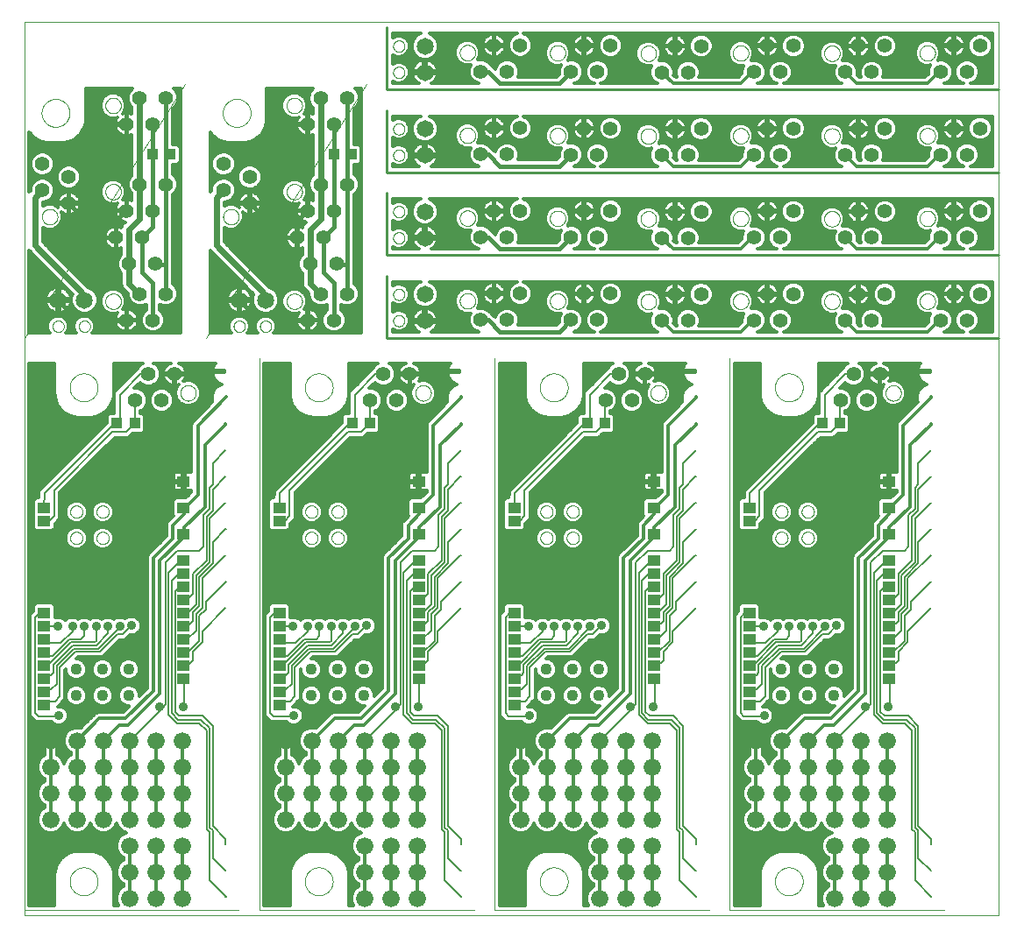
<source format=gtl>
G75*
G70*
%OFA0B0*%
%FSLAX25Y25*%
%IPPOS*%
%LPD*%
%AMOC8*
5,1,8,0,0,1.08239X$1,22.5*
%
%ADD10C,0.07000*%
%ADD16C,0.00600*%
%ADD17C,0.01600*%
%ADD18R,0.03900X0.04000*%
%ADD26C,0.01000*%
%ADD31C,0.01200*%
%ADD39C,0.04362*%
%ADD45C,0.06496*%
%ADD46C,0.03575*%
%ADD55C,0.02400*%
%ADD60C,0.05543*%
%ADD61C,0.00800*%
%ADD63C,0.06600*%
%ADD65C,0.00000*%
%ADD72R,0.04724X0.03937*%
X0010000Y0012000D02*
G75*
%LPD*%
D65*
X0091500Y0012004D02*
X0010004Y0012004D01*
X0010004Y0222000D01*
X0010004Y0222004D02*
X0039704Y0151342D02*
X0039588Y0151345D01*
X0039472Y0151353D01*
X0039357Y0151368D01*
X0039243Y0151387D01*
X0039130Y0151413D01*
X0039018Y0151444D01*
X0038908Y0151480D01*
X0038800Y0151522D01*
X0038694Y0151569D01*
X0038591Y0151621D01*
X0038490Y0151678D01*
X0038392Y0151740D01*
X0038297Y0151807D01*
X0038206Y0151878D01*
X0038118Y0151954D01*
X0038034Y0152034D01*
X0037954Y0152118D01*
X0037878Y0152206D01*
X0037807Y0152297D01*
X0037740Y0152392D01*
X0037678Y0152490D01*
X0037621Y0152591D01*
X0037569Y0152694D01*
X0037522Y0152800D01*
X0037480Y0152908D01*
X0037444Y0153018D01*
X0037413Y0153130D01*
X0037387Y0153243D01*
X0037368Y0153357D01*
X0037353Y0153472D01*
X0037345Y0153588D01*
X0037342Y0153704D01*
X0037345Y0153820D01*
X0037353Y0153936D01*
X0037368Y0154051D01*
X0037387Y0154165D01*
X0037413Y0154278D01*
X0037444Y0154390D01*
X0037480Y0154500D01*
X0037522Y0154608D01*
X0037569Y0154714D01*
X0037621Y0154817D01*
X0037678Y0154918D01*
X0037740Y0155016D01*
X0037807Y0155111D01*
X0037878Y0155202D01*
X0037954Y0155290D01*
X0038034Y0155374D01*
X0038118Y0155454D01*
X0038206Y0155530D01*
X0038297Y0155601D01*
X0038392Y0155668D01*
X0038490Y0155730D01*
X0038591Y0155787D01*
X0038694Y0155839D01*
X0038800Y0155886D01*
X0038908Y0155928D01*
X0039018Y0155964D01*
X0039130Y0155995D01*
X0039243Y0156021D01*
X0039357Y0156040D01*
X0039472Y0156055D01*
X0039588Y0156063D01*
X0039704Y0156066D01*
X0039820Y0156063D01*
X0039936Y0156055D01*
X0040051Y0156040D01*
X0040165Y0156021D01*
X0040278Y0155995D01*
X0040390Y0155964D01*
X0040500Y0155928D01*
X0040608Y0155886D01*
X0040714Y0155839D01*
X0040817Y0155787D01*
X0040918Y0155730D01*
X0041016Y0155668D01*
X0041111Y0155601D01*
X0041202Y0155530D01*
X0041290Y0155454D01*
X0041374Y0155374D01*
X0041454Y0155290D01*
X0041530Y0155202D01*
X0041601Y0155111D01*
X0041668Y0155016D01*
X0041730Y0154918D01*
X0041787Y0154817D01*
X0041839Y0154714D01*
X0041886Y0154608D01*
X0041928Y0154500D01*
X0041964Y0154390D01*
X0041995Y0154278D01*
X0042021Y0154165D01*
X0042040Y0154051D01*
X0042055Y0153936D01*
X0042063Y0153820D01*
X0042066Y0153704D01*
X0042063Y0153588D01*
X0042055Y0153472D01*
X0042040Y0153357D01*
X0042021Y0153243D01*
X0041995Y0153130D01*
X0041964Y0153018D01*
X0041928Y0152908D01*
X0041886Y0152800D01*
X0041839Y0152694D01*
X0041787Y0152591D01*
X0041730Y0152490D01*
X0041668Y0152392D01*
X0041601Y0152297D01*
X0041530Y0152206D01*
X0041454Y0152118D01*
X0041374Y0152034D01*
X0041290Y0151954D01*
X0041202Y0151878D01*
X0041111Y0151807D01*
X0041016Y0151740D01*
X0040918Y0151678D01*
X0040817Y0151621D01*
X0040714Y0151569D01*
X0040608Y0151522D01*
X0040500Y0151480D01*
X0040390Y0151444D01*
X0040278Y0151413D01*
X0040165Y0151387D01*
X0040051Y0151368D01*
X0039936Y0151353D01*
X0039820Y0151345D01*
X0039704Y0151342D01*
X0039704Y0161342D02*
X0039588Y0161345D01*
X0039472Y0161353D01*
X0039357Y0161368D01*
X0039243Y0161387D01*
X0039130Y0161413D01*
X0039018Y0161444D01*
X0038908Y0161480D01*
X0038800Y0161522D01*
X0038694Y0161569D01*
X0038591Y0161621D01*
X0038490Y0161678D01*
X0038392Y0161740D01*
X0038297Y0161807D01*
X0038206Y0161878D01*
X0038118Y0161954D01*
X0038034Y0162034D01*
X0037954Y0162118D01*
X0037878Y0162206D01*
X0037807Y0162297D01*
X0037740Y0162392D01*
X0037678Y0162490D01*
X0037621Y0162591D01*
X0037569Y0162694D01*
X0037522Y0162800D01*
X0037480Y0162908D01*
X0037444Y0163018D01*
X0037413Y0163130D01*
X0037387Y0163243D01*
X0037368Y0163357D01*
X0037353Y0163472D01*
X0037345Y0163588D01*
X0037342Y0163704D01*
X0037345Y0163820D01*
X0037353Y0163936D01*
X0037368Y0164051D01*
X0037387Y0164165D01*
X0037413Y0164278D01*
X0037444Y0164390D01*
X0037480Y0164500D01*
X0037522Y0164608D01*
X0037569Y0164714D01*
X0037621Y0164817D01*
X0037678Y0164918D01*
X0037740Y0165016D01*
X0037807Y0165111D01*
X0037878Y0165202D01*
X0037954Y0165290D01*
X0038034Y0165374D01*
X0038118Y0165454D01*
X0038206Y0165530D01*
X0038297Y0165601D01*
X0038392Y0165668D01*
X0038490Y0165730D01*
X0038591Y0165787D01*
X0038694Y0165839D01*
X0038800Y0165886D01*
X0038908Y0165928D01*
X0039018Y0165964D01*
X0039130Y0165995D01*
X0039243Y0166021D01*
X0039357Y0166040D01*
X0039472Y0166055D01*
X0039588Y0166063D01*
X0039704Y0166066D01*
X0039820Y0166063D01*
X0039936Y0166055D01*
X0040051Y0166040D01*
X0040165Y0166021D01*
X0040278Y0165995D01*
X0040390Y0165964D01*
X0040500Y0165928D01*
X0040608Y0165886D01*
X0040714Y0165839D01*
X0040817Y0165787D01*
X0040918Y0165730D01*
X0041016Y0165668D01*
X0041111Y0165601D01*
X0041202Y0165530D01*
X0041290Y0165454D01*
X0041374Y0165374D01*
X0041454Y0165290D01*
X0041530Y0165202D01*
X0041601Y0165111D01*
X0041668Y0165016D01*
X0041730Y0164918D01*
X0041787Y0164817D01*
X0041839Y0164714D01*
X0041886Y0164608D01*
X0041928Y0164500D01*
X0041964Y0164390D01*
X0041995Y0164278D01*
X0042021Y0164165D01*
X0042040Y0164051D01*
X0042055Y0163936D01*
X0042063Y0163820D01*
X0042066Y0163704D01*
X0042063Y0163588D01*
X0042055Y0163472D01*
X0042040Y0163357D01*
X0042021Y0163243D01*
X0041995Y0163130D01*
X0041964Y0163018D01*
X0041928Y0162908D01*
X0041886Y0162800D01*
X0041839Y0162694D01*
X0041787Y0162591D01*
X0041730Y0162490D01*
X0041668Y0162392D01*
X0041601Y0162297D01*
X0041530Y0162206D01*
X0041454Y0162118D01*
X0041374Y0162034D01*
X0041290Y0161954D01*
X0041202Y0161878D01*
X0041111Y0161807D01*
X0041016Y0161740D01*
X0040918Y0161678D01*
X0040817Y0161621D01*
X0040714Y0161569D01*
X0040608Y0161522D01*
X0040500Y0161480D01*
X0040390Y0161444D01*
X0040278Y0161413D01*
X0040165Y0161387D01*
X0040051Y0161368D01*
X0039936Y0161353D01*
X0039820Y0161345D01*
X0039704Y0161342D01*
X0029704Y0161342D02*
X0029588Y0161345D01*
X0029472Y0161353D01*
X0029357Y0161368D01*
X0029243Y0161387D01*
X0029130Y0161413D01*
X0029018Y0161444D01*
X0028908Y0161480D01*
X0028800Y0161522D01*
X0028694Y0161569D01*
X0028591Y0161621D01*
X0028490Y0161678D01*
X0028392Y0161740D01*
X0028297Y0161807D01*
X0028206Y0161878D01*
X0028118Y0161954D01*
X0028034Y0162034D01*
X0027954Y0162118D01*
X0027878Y0162206D01*
X0027807Y0162297D01*
X0027740Y0162392D01*
X0027678Y0162490D01*
X0027621Y0162591D01*
X0027569Y0162694D01*
X0027522Y0162800D01*
X0027480Y0162908D01*
X0027444Y0163018D01*
X0027413Y0163130D01*
X0027387Y0163243D01*
X0027368Y0163357D01*
X0027353Y0163472D01*
X0027345Y0163588D01*
X0027342Y0163704D01*
X0027345Y0163820D01*
X0027353Y0163936D01*
X0027368Y0164051D01*
X0027387Y0164165D01*
X0027413Y0164278D01*
X0027444Y0164390D01*
X0027480Y0164500D01*
X0027522Y0164608D01*
X0027569Y0164714D01*
X0027621Y0164817D01*
X0027678Y0164918D01*
X0027740Y0165016D01*
X0027807Y0165111D01*
X0027878Y0165202D01*
X0027954Y0165290D01*
X0028034Y0165374D01*
X0028118Y0165454D01*
X0028206Y0165530D01*
X0028297Y0165601D01*
X0028392Y0165668D01*
X0028490Y0165730D01*
X0028591Y0165787D01*
X0028694Y0165839D01*
X0028800Y0165886D01*
X0028908Y0165928D01*
X0029018Y0165964D01*
X0029130Y0165995D01*
X0029243Y0166021D01*
X0029357Y0166040D01*
X0029472Y0166055D01*
X0029588Y0166063D01*
X0029704Y0166066D01*
X0029820Y0166063D01*
X0029936Y0166055D01*
X0030051Y0166040D01*
X0030165Y0166021D01*
X0030278Y0165995D01*
X0030390Y0165964D01*
X0030500Y0165928D01*
X0030608Y0165886D01*
X0030714Y0165839D01*
X0030817Y0165787D01*
X0030918Y0165730D01*
X0031016Y0165668D01*
X0031111Y0165601D01*
X0031202Y0165530D01*
X0031290Y0165454D01*
X0031374Y0165374D01*
X0031454Y0165290D01*
X0031530Y0165202D01*
X0031601Y0165111D01*
X0031668Y0165016D01*
X0031730Y0164918D01*
X0031787Y0164817D01*
X0031839Y0164714D01*
X0031886Y0164608D01*
X0031928Y0164500D01*
X0031964Y0164390D01*
X0031995Y0164278D01*
X0032021Y0164165D01*
X0032040Y0164051D01*
X0032055Y0163936D01*
X0032063Y0163820D01*
X0032066Y0163704D01*
X0032063Y0163588D01*
X0032055Y0163472D01*
X0032040Y0163357D01*
X0032021Y0163243D01*
X0031995Y0163130D01*
X0031964Y0163018D01*
X0031928Y0162908D01*
X0031886Y0162800D01*
X0031839Y0162694D01*
X0031787Y0162591D01*
X0031730Y0162490D01*
X0031668Y0162392D01*
X0031601Y0162297D01*
X0031530Y0162206D01*
X0031454Y0162118D01*
X0031374Y0162034D01*
X0031290Y0161954D01*
X0031202Y0161878D01*
X0031111Y0161807D01*
X0031016Y0161740D01*
X0030918Y0161678D01*
X0030817Y0161621D01*
X0030714Y0161569D01*
X0030608Y0161522D01*
X0030500Y0161480D01*
X0030390Y0161444D01*
X0030278Y0161413D01*
X0030165Y0161387D01*
X0030051Y0161368D01*
X0029936Y0161353D01*
X0029820Y0161345D01*
X0029704Y0161342D01*
X0029704Y0151342D02*
X0029588Y0151345D01*
X0029472Y0151353D01*
X0029357Y0151368D01*
X0029243Y0151387D01*
X0029130Y0151413D01*
X0029018Y0151444D01*
X0028908Y0151480D01*
X0028800Y0151522D01*
X0028694Y0151569D01*
X0028591Y0151621D01*
X0028490Y0151678D01*
X0028392Y0151740D01*
X0028297Y0151807D01*
X0028206Y0151878D01*
X0028118Y0151954D01*
X0028034Y0152034D01*
X0027954Y0152118D01*
X0027878Y0152206D01*
X0027807Y0152297D01*
X0027740Y0152392D01*
X0027678Y0152490D01*
X0027621Y0152591D01*
X0027569Y0152694D01*
X0027522Y0152800D01*
X0027480Y0152908D01*
X0027444Y0153018D01*
X0027413Y0153130D01*
X0027387Y0153243D01*
X0027368Y0153357D01*
X0027353Y0153472D01*
X0027345Y0153588D01*
X0027342Y0153704D01*
X0027345Y0153820D01*
X0027353Y0153936D01*
X0027368Y0154051D01*
X0027387Y0154165D01*
X0027413Y0154278D01*
X0027444Y0154390D01*
X0027480Y0154500D01*
X0027522Y0154608D01*
X0027569Y0154714D01*
X0027621Y0154817D01*
X0027678Y0154918D01*
X0027740Y0155016D01*
X0027807Y0155111D01*
X0027878Y0155202D01*
X0027954Y0155290D01*
X0028034Y0155374D01*
X0028118Y0155454D01*
X0028206Y0155530D01*
X0028297Y0155601D01*
X0028392Y0155668D01*
X0028490Y0155730D01*
X0028591Y0155787D01*
X0028694Y0155839D01*
X0028800Y0155886D01*
X0028908Y0155928D01*
X0029018Y0155964D01*
X0029130Y0155995D01*
X0029243Y0156021D01*
X0029357Y0156040D01*
X0029472Y0156055D01*
X0029588Y0156063D01*
X0029704Y0156066D01*
X0029820Y0156063D01*
X0029936Y0156055D01*
X0030051Y0156040D01*
X0030165Y0156021D01*
X0030278Y0155995D01*
X0030390Y0155964D01*
X0030500Y0155928D01*
X0030608Y0155886D01*
X0030714Y0155839D01*
X0030817Y0155787D01*
X0030918Y0155730D01*
X0031016Y0155668D01*
X0031111Y0155601D01*
X0031202Y0155530D01*
X0031290Y0155454D01*
X0031374Y0155374D01*
X0031454Y0155290D01*
X0031530Y0155202D01*
X0031601Y0155111D01*
X0031668Y0155016D01*
X0031730Y0154918D01*
X0031787Y0154817D01*
X0031839Y0154714D01*
X0031886Y0154608D01*
X0031928Y0154500D01*
X0031964Y0154390D01*
X0031995Y0154278D01*
X0032021Y0154165D01*
X0032040Y0154051D01*
X0032055Y0153936D01*
X0032063Y0153820D01*
X0032066Y0153704D01*
X0032063Y0153588D01*
X0032055Y0153472D01*
X0032040Y0153357D01*
X0032021Y0153243D01*
X0031995Y0153130D01*
X0031964Y0153018D01*
X0031928Y0152908D01*
X0031886Y0152800D01*
X0031839Y0152694D01*
X0031787Y0152591D01*
X0031730Y0152490D01*
X0031668Y0152392D01*
X0031601Y0152297D01*
X0031530Y0152206D01*
X0031454Y0152118D01*
X0031374Y0152034D01*
X0031290Y0151954D01*
X0031202Y0151878D01*
X0031111Y0151807D01*
X0031016Y0151740D01*
X0030918Y0151678D01*
X0030817Y0151621D01*
X0030714Y0151569D01*
X0030608Y0151522D01*
X0030500Y0151480D01*
X0030390Y0151444D01*
X0030278Y0151413D01*
X0030165Y0151387D01*
X0030051Y0151368D01*
X0029936Y0151353D01*
X0029820Y0151345D01*
X0029704Y0151342D01*
X0032504Y0205689D02*
X0032243Y0205695D01*
X0031983Y0205715D01*
X0031724Y0205747D01*
X0031467Y0205791D01*
X0031213Y0205848D01*
X0030961Y0205918D01*
X0030713Y0206000D01*
X0030470Y0206094D01*
X0030232Y0206199D01*
X0029999Y0206317D01*
X0029772Y0206445D01*
X0029551Y0206585D01*
X0029338Y0206735D01*
X0029132Y0206895D01*
X0028935Y0207066D01*
X0028746Y0207246D01*
X0028566Y0207435D01*
X0028395Y0207632D01*
X0028235Y0207838D01*
X0028085Y0208051D01*
X0027945Y0208272D01*
X0027817Y0208499D01*
X0027699Y0208732D01*
X0027594Y0208970D01*
X0027500Y0209213D01*
X0027418Y0209461D01*
X0027348Y0209713D01*
X0027291Y0209967D01*
X0027247Y0210224D01*
X0027215Y0210483D01*
X0027195Y0210743D01*
X0027189Y0211004D01*
X0027195Y0211265D01*
X0027215Y0211525D01*
X0027247Y0211784D01*
X0027291Y0212041D01*
X0027348Y0212295D01*
X0027418Y0212547D01*
X0027500Y0212795D01*
X0027594Y0213038D01*
X0027699Y0213276D01*
X0027817Y0213509D01*
X0027945Y0213736D01*
X0028085Y0213957D01*
X0028235Y0214170D01*
X0028395Y0214376D01*
X0028566Y0214573D01*
X0028746Y0214762D01*
X0028935Y0214942D01*
X0029132Y0215113D01*
X0029338Y0215273D01*
X0029551Y0215423D01*
X0029772Y0215563D01*
X0029999Y0215691D01*
X0030232Y0215809D01*
X0030470Y0215914D01*
X0030713Y0216008D01*
X0030961Y0216090D01*
X0031213Y0216160D01*
X0031467Y0216217D01*
X0031724Y0216261D01*
X0031983Y0216293D01*
X0032243Y0216313D01*
X0032504Y0216319D01*
X0032765Y0216313D01*
X0033025Y0216293D01*
X0033284Y0216261D01*
X0033541Y0216217D01*
X0033795Y0216160D01*
X0034047Y0216090D01*
X0034295Y0216008D01*
X0034538Y0215914D01*
X0034776Y0215809D01*
X0035009Y0215691D01*
X0035236Y0215563D01*
X0035457Y0215423D01*
X0035670Y0215273D01*
X0035876Y0215113D01*
X0036073Y0214942D01*
X0036262Y0214762D01*
X0036442Y0214573D01*
X0036613Y0214376D01*
X0036773Y0214170D01*
X0036923Y0213957D01*
X0037063Y0213736D01*
X0037191Y0213509D01*
X0037309Y0213276D01*
X0037414Y0213038D01*
X0037508Y0212795D01*
X0037590Y0212547D01*
X0037660Y0212295D01*
X0037717Y0212041D01*
X0037761Y0211784D01*
X0037793Y0211525D01*
X0037813Y0211265D01*
X0037819Y0211004D01*
X0037813Y0210743D01*
X0037793Y0210483D01*
X0037761Y0210224D01*
X0037717Y0209967D01*
X0037660Y0209713D01*
X0037590Y0209461D01*
X0037508Y0209213D01*
X0037414Y0208970D01*
X0037309Y0208732D01*
X0037191Y0208499D01*
X0037063Y0208272D01*
X0036923Y0208051D01*
X0036773Y0207838D01*
X0036613Y0207632D01*
X0036442Y0207435D01*
X0036262Y0207246D01*
X0036073Y0207066D01*
X0035876Y0206895D01*
X0035670Y0206735D01*
X0035457Y0206585D01*
X0035236Y0206445D01*
X0035009Y0206317D01*
X0034776Y0206199D01*
X0034538Y0206094D01*
X0034295Y0206000D01*
X0034047Y0205918D01*
X0033795Y0205848D01*
X0033541Y0205791D01*
X0033284Y0205747D01*
X0033025Y0205715D01*
X0032765Y0205695D01*
X0032504Y0205689D01*
X0072197Y0205938D02*
X0072052Y0205942D01*
X0071908Y0205952D01*
X0071764Y0205970D01*
X0071621Y0205995D01*
X0071479Y0206026D01*
X0071340Y0206065D01*
X0071202Y0206111D01*
X0071067Y0206163D01*
X0070934Y0206222D01*
X0070805Y0206287D01*
X0070679Y0206358D01*
X0070556Y0206436D01*
X0070438Y0206519D01*
X0070324Y0206608D01*
X0070214Y0206703D01*
X0070109Y0206803D01*
X0070009Y0206908D01*
X0069914Y0207018D01*
X0069825Y0207132D01*
X0069742Y0207250D01*
X0069664Y0207373D01*
X0069593Y0207499D01*
X0069528Y0207628D01*
X0069469Y0207761D01*
X0069417Y0207896D01*
X0069371Y0208034D01*
X0069332Y0208173D01*
X0069301Y0208315D01*
X0069276Y0208458D01*
X0069258Y0208602D01*
X0069248Y0208746D01*
X0069244Y0208891D01*
X0069248Y0209036D01*
X0069258Y0209180D01*
X0069276Y0209324D01*
X0069301Y0209467D01*
X0069332Y0209609D01*
X0069371Y0209748D01*
X0069417Y0209886D01*
X0069469Y0210021D01*
X0069528Y0210154D01*
X0069593Y0210283D01*
X0069664Y0210409D01*
X0069742Y0210532D01*
X0069825Y0210650D01*
X0069914Y0210764D01*
X0070009Y0210874D01*
X0070109Y0210979D01*
X0070214Y0211079D01*
X0070324Y0211174D01*
X0070438Y0211263D01*
X0070556Y0211346D01*
X0070679Y0211424D01*
X0070805Y0211495D01*
X0070934Y0211560D01*
X0071067Y0211619D01*
X0071202Y0211671D01*
X0071340Y0211717D01*
X0071479Y0211756D01*
X0071621Y0211787D01*
X0071764Y0211812D01*
X0071908Y0211830D01*
X0072052Y0211840D01*
X0072197Y0211844D01*
X0072342Y0211840D01*
X0072486Y0211830D01*
X0072630Y0211812D01*
X0072773Y0211787D01*
X0072915Y0211756D01*
X0073054Y0211717D01*
X0073192Y0211671D01*
X0073327Y0211619D01*
X0073460Y0211560D01*
X0073589Y0211495D01*
X0073715Y0211424D01*
X0073838Y0211346D01*
X0073956Y0211263D01*
X0074070Y0211174D01*
X0074180Y0211079D01*
X0074285Y0210979D01*
X0074385Y0210874D01*
X0074480Y0210764D01*
X0074569Y0210650D01*
X0074652Y0210532D01*
X0074730Y0210409D01*
X0074801Y0210283D01*
X0074866Y0210154D01*
X0074925Y0210021D01*
X0074977Y0209886D01*
X0075023Y0209748D01*
X0075062Y0209609D01*
X0075093Y0209467D01*
X0075118Y0209324D01*
X0075136Y0209180D01*
X0075146Y0209036D01*
X0075150Y0208891D01*
X0075146Y0208746D01*
X0075136Y0208602D01*
X0075118Y0208458D01*
X0075093Y0208315D01*
X0075062Y0208173D01*
X0075023Y0208034D01*
X0074977Y0207896D01*
X0074925Y0207761D01*
X0074866Y0207628D01*
X0074801Y0207499D01*
X0074730Y0207373D01*
X0074652Y0207250D01*
X0074569Y0207132D01*
X0074480Y0207018D01*
X0074385Y0206908D01*
X0074285Y0206803D01*
X0074180Y0206703D01*
X0074070Y0206608D01*
X0073956Y0206519D01*
X0073838Y0206436D01*
X0073715Y0206358D01*
X0073589Y0206287D01*
X0073460Y0206222D01*
X0073327Y0206163D01*
X0073192Y0206111D01*
X0073054Y0206065D01*
X0072915Y0206026D01*
X0072773Y0205995D01*
X0072630Y0205970D01*
X0072486Y0205952D01*
X0072342Y0205942D01*
X0072197Y0205938D01*
X0032504Y0017689D02*
X0032243Y0017695D01*
X0031983Y0017715D01*
X0031724Y0017747D01*
X0031467Y0017791D01*
X0031213Y0017848D01*
X0030961Y0017918D01*
X0030713Y0018000D01*
X0030470Y0018094D01*
X0030232Y0018199D01*
X0029999Y0018317D01*
X0029772Y0018445D01*
X0029551Y0018585D01*
X0029338Y0018735D01*
X0029132Y0018895D01*
X0028935Y0019066D01*
X0028746Y0019246D01*
X0028566Y0019435D01*
X0028395Y0019632D01*
X0028235Y0019838D01*
X0028085Y0020051D01*
X0027945Y0020272D01*
X0027817Y0020499D01*
X0027699Y0020732D01*
X0027594Y0020970D01*
X0027500Y0021213D01*
X0027418Y0021461D01*
X0027348Y0021713D01*
X0027291Y0021967D01*
X0027247Y0022224D01*
X0027215Y0022483D01*
X0027195Y0022743D01*
X0027189Y0023004D01*
X0027195Y0023265D01*
X0027215Y0023525D01*
X0027247Y0023784D01*
X0027291Y0024041D01*
X0027348Y0024295D01*
X0027418Y0024547D01*
X0027500Y0024795D01*
X0027594Y0025038D01*
X0027699Y0025276D01*
X0027817Y0025509D01*
X0027945Y0025736D01*
X0028085Y0025957D01*
X0028235Y0026170D01*
X0028395Y0026376D01*
X0028566Y0026573D01*
X0028746Y0026762D01*
X0028935Y0026942D01*
X0029132Y0027113D01*
X0029338Y0027273D01*
X0029551Y0027423D01*
X0029772Y0027563D01*
X0029999Y0027691D01*
X0030232Y0027809D01*
X0030470Y0027914D01*
X0030713Y0028008D01*
X0030961Y0028090D01*
X0031213Y0028160D01*
X0031467Y0028217D01*
X0031724Y0028261D01*
X0031983Y0028293D01*
X0032243Y0028313D01*
X0032504Y0028319D01*
X0032765Y0028313D01*
X0033025Y0028293D01*
X0033284Y0028261D01*
X0033541Y0028217D01*
X0033795Y0028160D01*
X0034047Y0028090D01*
X0034295Y0028008D01*
X0034538Y0027914D01*
X0034776Y0027809D01*
X0035009Y0027691D01*
X0035236Y0027563D01*
X0035457Y0027423D01*
X0035670Y0027273D01*
X0035876Y0027113D01*
X0036073Y0026942D01*
X0036262Y0026762D01*
X0036442Y0026573D01*
X0036613Y0026376D01*
X0036773Y0026170D01*
X0036923Y0025957D01*
X0037063Y0025736D01*
X0037191Y0025509D01*
X0037309Y0025276D01*
X0037414Y0025038D01*
X0037508Y0024795D01*
X0037590Y0024547D01*
X0037660Y0024295D01*
X0037717Y0024041D01*
X0037761Y0023784D01*
X0037793Y0023525D01*
X0037813Y0023265D01*
X0037819Y0023004D01*
X0037813Y0022743D01*
X0037793Y0022483D01*
X0037761Y0022224D01*
X0037717Y0021967D01*
X0037660Y0021713D01*
X0037590Y0021461D01*
X0037508Y0021213D01*
X0037414Y0020970D01*
X0037309Y0020732D01*
X0037191Y0020499D01*
X0037063Y0020272D01*
X0036923Y0020051D01*
X0036773Y0019838D01*
X0036613Y0019632D01*
X0036442Y0019435D01*
X0036262Y0019246D01*
X0036073Y0019066D01*
X0035876Y0018895D01*
X0035670Y0018735D01*
X0035457Y0018585D01*
X0035236Y0018445D01*
X0035009Y0018317D01*
X0034776Y0018199D01*
X0034538Y0018094D01*
X0034295Y0018000D01*
X0034047Y0017918D01*
X0033795Y0017848D01*
X0033541Y0017791D01*
X0033284Y0017747D01*
X0033025Y0017715D01*
X0032765Y0017695D01*
X0032504Y0017689D01*
D10*
X0086504Y0017004D03*
X0086504Y0027004D03*
X0086504Y0037004D03*
X0086504Y0047004D03*
X0086504Y0057004D03*
X0086504Y0067004D03*
X0086504Y0077004D03*
X0086504Y0087004D03*
X0086504Y0097004D03*
X0086504Y0107004D03*
X0086504Y0117004D03*
X0086504Y0127004D03*
X0086504Y0137004D03*
X0086504Y0147004D03*
X0086504Y0157004D03*
X0086504Y0167004D03*
X0086504Y0177004D03*
X0086504Y0187004D03*
X0086504Y0197004D03*
X0086504Y0207004D03*
X0086504Y0217004D03*
D72*
X0070478Y0175204D03*
X0070478Y0165204D03*
X0070478Y0155204D03*
X0070478Y0145204D03*
X0070478Y0140204D03*
X0070478Y0135204D03*
X0070478Y0130204D03*
X0070478Y0125204D03*
X0070478Y0120204D03*
X0070478Y0115204D03*
X0070478Y0110204D03*
X0070478Y0105204D03*
X0070478Y0100204D03*
X0017478Y0100204D03*
X0017478Y0095204D03*
X0017478Y0090204D03*
X0017478Y0105204D03*
X0017478Y0110204D03*
X0017478Y0115204D03*
X0017478Y0120204D03*
X0017478Y0125204D03*
X0017478Y0160204D03*
X0017478Y0165204D03*
D39*
X0029704Y0103704D03*
X0029704Y0093704D03*
X0039704Y0093704D03*
X0039704Y0103704D03*
X0049704Y0103704D03*
X0049704Y0093704D03*
D18*
X0051850Y0197304D03*
X0045157Y0197304D03*
D60*
X0052104Y0206104D03*
X0057104Y0216104D03*
X0062104Y0206104D03*
X0067104Y0216104D03*
D31*
X0067392Y0216389D02*
X0071475Y0216389D01*
X0071475Y0216448D01*
X0071368Y0217127D01*
X0071155Y0217782D01*
X0070843Y0218395D01*
X0070438Y0218951D01*
X0069952Y0219438D01*
X0069395Y0219842D01*
X0068782Y0220155D01*
X0068631Y0220204D01*
X0082526Y0220204D01*
X0082142Y0219676D01*
X0081778Y0218961D01*
X0081530Y0218198D01*
X0081404Y0217405D01*
X0081404Y0217388D01*
X0086117Y0217388D01*
X0086117Y0216619D01*
X0081404Y0216619D01*
X0081404Y0216602D01*
X0081530Y0215809D01*
X0081778Y0215046D01*
X0082142Y0214330D01*
X0082614Y0213681D01*
X0083182Y0213113D01*
X0083831Y0212642D01*
X0084546Y0212277D01*
X0085017Y0212124D01*
X0083502Y0211497D01*
X0082011Y0210006D01*
X0081204Y0208058D01*
X0081204Y0205949D01*
X0081424Y0205418D01*
X0073869Y0197863D01*
X0073504Y0196981D01*
X0073504Y0196026D01*
X0073504Y0178636D01*
X0073458Y0178663D01*
X0073052Y0178772D01*
X0070863Y0178772D01*
X0070863Y0175590D01*
X0070094Y0175590D01*
X0070094Y0178772D01*
X0067906Y0178772D01*
X0067499Y0178663D01*
X0067134Y0178452D01*
X0066836Y0178154D01*
X0066626Y0177789D01*
X0066517Y0177383D01*
X0066517Y0175588D01*
X0070092Y0175588D01*
X0070092Y0174819D01*
X0066517Y0174819D01*
X0066517Y0173024D01*
X0066626Y0172617D01*
X0066836Y0172252D01*
X0067134Y0171955D01*
X0067499Y0171744D01*
X0067906Y0171635D01*
X0070094Y0171635D01*
X0070094Y0174817D01*
X0070863Y0174817D01*
X0070863Y0171635D01*
X0073052Y0171635D01*
X0073458Y0171744D01*
X0073504Y0171771D01*
X0073504Y0171098D01*
X0071378Y0168972D01*
X0067371Y0168972D01*
X0066317Y0167917D01*
X0066317Y0162489D01*
X0066706Y0162100D01*
X0065144Y0160538D01*
X0064469Y0159863D01*
X0064104Y0158981D01*
X0064104Y0154498D01*
X0057644Y0148038D01*
X0056969Y0147363D01*
X0056604Y0146481D01*
X0056604Y0096498D01*
X0053685Y0093578D01*
X0053685Y0094495D01*
X0053079Y0095958D01*
X0051959Y0097078D01*
X0050496Y0097684D01*
X0048912Y0097684D01*
X0047449Y0097078D01*
X0046329Y0095958D01*
X0045723Y0094495D01*
X0045723Y0092911D01*
X0046329Y0091449D01*
X0047449Y0090328D01*
X0048912Y0089723D01*
X0049829Y0089723D01*
X0047510Y0087403D01*
X0038981Y0087403D01*
X0038026Y0087403D01*
X0037144Y0087038D01*
X0031507Y0081400D01*
X0031019Y0081603D01*
X0028989Y0081603D01*
X0027115Y0080827D01*
X0025680Y0079392D01*
X0024904Y0077518D01*
X0024904Y0075489D01*
X0025680Y0073615D01*
X0027115Y0072180D01*
X0027604Y0071978D01*
X0027604Y0071029D01*
X0027115Y0070827D01*
X0025680Y0069392D01*
X0025004Y0067758D01*
X0024327Y0069392D01*
X0022893Y0070827D01*
X0022404Y0071029D01*
X0022404Y0076981D01*
X0022038Y0077863D01*
X0021363Y0078538D01*
X0020481Y0078903D01*
X0019526Y0078903D01*
X0018644Y0078538D01*
X0017969Y0077863D01*
X0017604Y0076981D01*
X0017604Y0071029D01*
X0017115Y0070827D01*
X0015680Y0069392D01*
X0014904Y0067518D01*
X0014904Y0065489D01*
X0015680Y0063615D01*
X0017115Y0062180D01*
X0017604Y0061978D01*
X0017604Y0061029D01*
X0017115Y0060827D01*
X0015680Y0059392D01*
X0014904Y0057518D01*
X0014904Y0055489D01*
X0015680Y0053615D01*
X0017115Y0052180D01*
X0017604Y0051978D01*
X0017604Y0051029D01*
X0017115Y0050827D01*
X0015680Y0049392D01*
X0014904Y0047518D01*
X0014904Y0045489D01*
X0015680Y0043615D01*
X0017115Y0042180D01*
X0018989Y0041404D01*
X0021019Y0041404D01*
X0022893Y0042180D01*
X0024327Y0043615D01*
X0025004Y0045248D01*
X0025680Y0043615D01*
X0027115Y0042180D01*
X0028989Y0041404D01*
X0031019Y0041404D01*
X0032893Y0042180D01*
X0034327Y0043615D01*
X0035004Y0045248D01*
X0035680Y0043615D01*
X0037115Y0042180D01*
X0038989Y0041404D01*
X0041019Y0041404D01*
X0042893Y0042180D01*
X0044327Y0043615D01*
X0045004Y0045248D01*
X0045680Y0043615D01*
X0047115Y0042180D01*
X0048749Y0041503D01*
X0047115Y0040827D01*
X0045680Y0039392D01*
X0044904Y0037518D01*
X0044904Y0035489D01*
X0045680Y0033615D01*
X0047115Y0032180D01*
X0047604Y0031978D01*
X0047604Y0031029D01*
X0047115Y0030827D01*
X0045680Y0029392D01*
X0044904Y0027518D01*
X0044904Y0025489D01*
X0045680Y0023615D01*
X0047115Y0022180D01*
X0047604Y0021978D01*
X0047604Y0021029D01*
X0047115Y0020827D01*
X0045680Y0019392D01*
X0044904Y0017518D01*
X0044904Y0015489D01*
X0045602Y0013803D01*
X0044004Y0013803D01*
X0044004Y0025004D01*
X0043907Y0026356D01*
X0043619Y0027680D01*
X0043145Y0028950D01*
X0042495Y0030140D01*
X0041683Y0031225D01*
X0040725Y0032183D01*
X0039640Y0032995D01*
X0038450Y0033645D01*
X0037180Y0034119D01*
X0035856Y0034407D01*
X0034504Y0034504D01*
X0030504Y0034504D01*
X0029096Y0034393D01*
X0027723Y0034063D01*
X0026418Y0033523D01*
X0025213Y0032785D01*
X0024140Y0031867D01*
X0023223Y0030794D01*
X0022485Y0029589D01*
X0021944Y0028285D01*
X0021614Y0026911D01*
X0021504Y0025504D01*
X0021504Y0013803D01*
X0011804Y0013803D01*
X0011804Y0220204D01*
X0021504Y0220204D01*
X0021504Y0209004D01*
X0021578Y0207554D01*
X0021879Y0206133D01*
X0022398Y0204777D01*
X0023123Y0203519D01*
X0024036Y0202389D01*
X0025114Y0201417D01*
X0026331Y0200625D01*
X0027657Y0200034D01*
X0029060Y0199656D01*
X0030504Y0199504D01*
X0034504Y0199504D01*
X0035856Y0199600D01*
X0037180Y0199888D01*
X0038450Y0200362D01*
X0039640Y0201012D01*
X0040725Y0201824D01*
X0041683Y0202782D01*
X0042495Y0203867D01*
X0043145Y0205057D01*
X0043619Y0206327D01*
X0043907Y0207652D01*
X0044004Y0209004D01*
X0044004Y0220204D01*
X0055058Y0220204D01*
X0054514Y0219979D01*
X0053228Y0218693D01*
X0052978Y0218089D01*
X0044004Y0209115D01*
X0044004Y0207292D01*
X0044004Y0201103D01*
X0042462Y0201103D01*
X0041408Y0200049D01*
X0041408Y0197518D01*
X0016156Y0172266D01*
X0015513Y0171669D01*
X0015512Y0171622D01*
X0015479Y0171589D01*
X0015479Y0170721D01*
X0015415Y0168972D01*
X0014371Y0168972D01*
X0013317Y0167917D01*
X0013317Y0162489D01*
X0013317Y0157489D01*
X0014371Y0156435D01*
X0020586Y0156435D01*
X0021641Y0157489D01*
X0021641Y0159229D01*
X0022215Y0159804D01*
X0023504Y0161092D01*
X0023504Y0170992D01*
X0044415Y0191904D01*
X0047693Y0191904D01*
X0049515Y0191904D01*
X0051115Y0193504D01*
X0054546Y0193504D01*
X0055600Y0194558D01*
X0055600Y0200049D01*
X0054546Y0201103D01*
X0054050Y0201103D01*
X0054050Y0201962D01*
X0054693Y0202228D01*
X0055979Y0203514D01*
X0056675Y0205194D01*
X0056675Y0207013D01*
X0055979Y0208693D01*
X0054693Y0209979D01*
X0053013Y0210675D01*
X0051786Y0210675D01*
X0053927Y0212816D01*
X0054514Y0212228D01*
X0056194Y0211532D01*
X0058013Y0211532D01*
X0059693Y0212228D01*
X0060979Y0213514D01*
X0061675Y0215194D01*
X0061675Y0217013D01*
X0060979Y0218693D01*
X0059693Y0219979D01*
X0059150Y0220204D01*
X0065577Y0220204D01*
X0065426Y0220155D01*
X0064813Y0219842D01*
X0064256Y0219438D01*
X0063769Y0218951D01*
X0063365Y0218395D01*
X0063052Y0217782D01*
X0062840Y0217127D01*
X0062732Y0216448D01*
X0062732Y0216389D01*
X0066815Y0216389D01*
X0066815Y0215817D01*
X0062732Y0215817D01*
X0062732Y0215759D01*
X0062840Y0215080D01*
X0063052Y0214425D01*
X0063365Y0213812D01*
X0063769Y0213256D01*
X0064256Y0212769D01*
X0064813Y0212365D01*
X0065426Y0212052D01*
X0066080Y0211839D01*
X0066760Y0211732D01*
X0066818Y0211732D01*
X0066818Y0215815D01*
X0067390Y0215815D01*
X0067390Y0211732D01*
X0067448Y0211732D01*
X0068128Y0211839D01*
X0068569Y0211983D01*
X0068169Y0211583D01*
X0067445Y0209836D01*
X0067445Y0207945D01*
X0068169Y0206199D01*
X0069505Y0204862D01*
X0071252Y0204138D01*
X0073143Y0204138D01*
X0074890Y0204862D01*
X0076226Y0206199D01*
X0076950Y0207945D01*
X0076950Y0209836D01*
X0076226Y0211583D01*
X0074890Y0212920D01*
X0073143Y0213643D01*
X0071252Y0213643D01*
X0070490Y0213328D01*
X0070843Y0213812D01*
X0071155Y0214425D01*
X0071368Y0215080D01*
X0071475Y0215759D01*
X0071475Y0215817D01*
X0067392Y0215817D01*
X0067392Y0216389D01*
X0067535Y0216389D02*
X0067535Y0215817D01*
X0068734Y0215817D02*
X0068734Y0216389D01*
X0069932Y0216389D02*
X0069932Y0215817D01*
X0071130Y0215817D02*
X0071130Y0216389D01*
X0071130Y0217830D02*
X0071130Y0220204D01*
X0069932Y0220204D02*
X0069932Y0219452D01*
X0068734Y0220170D02*
X0068734Y0220204D01*
X0066337Y0216389D02*
X0066337Y0215817D01*
X0066337Y0211799D02*
X0066337Y0207830D01*
X0066675Y0207013D02*
X0065979Y0208693D01*
X0064693Y0209979D01*
X0063013Y0210675D01*
X0061194Y0210675D01*
X0059514Y0209979D01*
X0058228Y0208693D01*
X0057532Y0207013D01*
X0057532Y0205194D01*
X0058228Y0203514D01*
X0059514Y0202228D01*
X0061194Y0201532D01*
X0063013Y0201532D01*
X0064693Y0202228D01*
X0065979Y0203514D01*
X0066675Y0205194D01*
X0066675Y0207013D01*
X0067535Y0207728D02*
X0067535Y0178673D01*
X0068734Y0178772D02*
X0068734Y0205634D01*
X0069932Y0204685D02*
X0069932Y0178772D01*
X0071130Y0178772D02*
X0071130Y0204189D01*
X0072329Y0204138D02*
X0072329Y0178772D01*
X0069932Y0175588D02*
X0069932Y0174819D01*
X0068734Y0174819D02*
X0068734Y0175588D01*
X0067535Y0175588D02*
X0067535Y0174819D01*
X0067535Y0171735D02*
X0067535Y0168972D01*
X0068734Y0168972D02*
X0068734Y0171635D01*
X0069932Y0171635D02*
X0069932Y0168972D01*
X0071130Y0168972D02*
X0071130Y0171635D01*
X0072329Y0171635D02*
X0072329Y0169923D01*
X0075904Y0170104D02*
X0071004Y0165204D01*
X0070478Y0165204D01*
X0070678Y0162678D01*
X0066504Y0158504D01*
X0066504Y0153504D01*
X0059004Y0146004D01*
X0059004Y0095504D01*
X0048504Y0085004D01*
X0038504Y0085004D01*
X0030004Y0076504D01*
X0030004Y0066504D01*
X0030004Y0056504D01*
X0030004Y0046504D01*
X0027987Y0041819D02*
X0027987Y0034127D01*
X0029186Y0034400D02*
X0029186Y0041404D01*
X0030384Y0041404D02*
X0030384Y0034495D01*
X0031582Y0034504D02*
X0031582Y0041637D01*
X0032781Y0042134D02*
X0032781Y0034504D01*
X0033979Y0034504D02*
X0033979Y0043267D01*
X0035178Y0044828D02*
X0035178Y0034455D01*
X0036376Y0034293D02*
X0036376Y0042919D01*
X0037574Y0041990D02*
X0037574Y0033972D01*
X0038773Y0033469D02*
X0038773Y0041493D01*
X0039971Y0041404D02*
X0039971Y0032747D01*
X0041170Y0031738D02*
X0041170Y0041466D01*
X0042368Y0041963D02*
X0042368Y0030310D01*
X0043567Y0027820D02*
X0043567Y0042854D01*
X0044765Y0044672D02*
X0044765Y0013803D01*
X0045963Y0019675D02*
X0045963Y0023332D01*
X0047162Y0022161D02*
X0047162Y0020847D01*
X0050004Y0016504D02*
X0050004Y0026504D01*
X0050004Y0036504D01*
X0048360Y0041343D02*
X0048360Y0041664D01*
X0047162Y0042161D02*
X0047162Y0040847D01*
X0045963Y0039675D02*
X0045963Y0043332D01*
X0045963Y0033332D02*
X0045963Y0029675D01*
X0047162Y0030847D02*
X0047162Y0032161D01*
X0050004Y0046504D02*
X0050004Y0056504D01*
X0050004Y0066504D01*
X0050004Y0076504D01*
X0049504Y0082504D02*
X0046004Y0082504D01*
X0040004Y0076504D01*
X0040004Y0066504D01*
X0040004Y0056504D01*
X0040004Y0046504D01*
X0031582Y0081476D02*
X0031582Y0090173D01*
X0031959Y0090328D02*
X0033079Y0091449D01*
X0033685Y0092911D01*
X0033685Y0094495D01*
X0033079Y0095958D01*
X0031959Y0097078D01*
X0030496Y0097684D01*
X0028912Y0097684D01*
X0027449Y0097078D01*
X0026329Y0095958D01*
X0025723Y0094495D01*
X0025723Y0092911D01*
X0026329Y0091449D01*
X0027449Y0090328D01*
X0028912Y0089723D01*
X0030496Y0089723D01*
X0031959Y0090328D01*
X0032781Y0091150D02*
X0032781Y0082674D01*
X0033979Y0083873D02*
X0033979Y0108304D01*
X0032781Y0108304D02*
X0032781Y0106256D01*
X0033079Y0105958D02*
X0031959Y0107078D01*
X0030496Y0107684D01*
X0029654Y0107684D01*
X0030274Y0108304D01*
X0037834Y0108304D01*
X0039574Y0108304D01*
X0046174Y0114904D01*
X0046534Y0114904D01*
X0048274Y0114904D01*
X0050086Y0116716D01*
X0051417Y0116716D01*
X0052736Y0117262D01*
X0053745Y0118271D01*
X0054291Y0119590D01*
X0054291Y0121017D01*
X0053745Y0122336D01*
X0052736Y0123345D01*
X0051417Y0123891D01*
X0049990Y0123891D01*
X0048672Y0123345D01*
X0048304Y0122976D01*
X0048236Y0123045D01*
X0046917Y0123591D01*
X0045490Y0123591D01*
X0044172Y0123045D01*
X0043954Y0122826D01*
X0043736Y0123045D01*
X0042417Y0123591D01*
X0040990Y0123591D01*
X0039672Y0123045D01*
X0039454Y0122826D01*
X0039236Y0123045D01*
X0037917Y0123591D01*
X0036490Y0123591D01*
X0035172Y0123045D01*
X0034954Y0122826D01*
X0034736Y0123045D01*
X0033417Y0123591D01*
X0031990Y0123591D01*
X0030672Y0123045D01*
X0030454Y0122826D01*
X0030236Y0123045D01*
X0028917Y0123591D01*
X0027490Y0123591D01*
X0026172Y0123045D01*
X0025504Y0122376D01*
X0024836Y0123045D01*
X0023517Y0123591D01*
X0022090Y0123591D01*
X0021641Y0123404D01*
X0021641Y0127917D01*
X0020586Y0128972D01*
X0014371Y0128972D01*
X0013317Y0127917D01*
X0013317Y0125786D01*
X0013234Y0125703D01*
X0012004Y0124473D01*
X0012004Y0087873D01*
X0012004Y0086134D01*
X0014434Y0083704D01*
X0016174Y0083704D01*
X0020330Y0083704D01*
X0021072Y0082962D01*
X0022390Y0082416D01*
X0023817Y0082416D01*
X0025136Y0082962D01*
X0026145Y0083971D01*
X0026691Y0085290D01*
X0026691Y0086717D01*
X0026145Y0088036D01*
X0025136Y0089045D01*
X0023817Y0089591D01*
X0022660Y0089591D01*
X0024274Y0091204D01*
X0025504Y0092434D01*
X0025504Y0103534D01*
X0025723Y0103753D01*
X0025723Y0102911D01*
X0026329Y0101449D01*
X0027449Y0100328D01*
X0028912Y0099723D01*
X0030496Y0099723D01*
X0031959Y0100328D01*
X0033079Y0101449D01*
X0033685Y0102911D01*
X0033685Y0104495D01*
X0033079Y0105958D01*
X0031582Y0107234D02*
X0031582Y0108304D01*
X0030384Y0108304D02*
X0030384Y0107684D01*
X0032781Y0101150D02*
X0032781Y0096256D01*
X0031582Y0097234D02*
X0031582Y0100173D01*
X0030384Y0099723D02*
X0030384Y0097684D01*
X0029186Y0097684D02*
X0029186Y0099723D01*
X0027987Y0100106D02*
X0027987Y0097302D01*
X0026789Y0096418D02*
X0026789Y0100989D01*
X0025590Y0103620D02*
X0025590Y0088590D01*
X0024392Y0089352D02*
X0024392Y0091322D01*
X0023193Y0090123D02*
X0023193Y0089591D01*
X0025590Y0083417D02*
X0025590Y0079175D01*
X0026789Y0080500D02*
X0026789Y0090989D01*
X0027987Y0090106D02*
X0027987Y0081188D01*
X0029186Y0081603D02*
X0029186Y0089723D01*
X0030384Y0089723D02*
X0030384Y0081603D01*
X0035178Y0085071D02*
X0035178Y0108304D01*
X0036376Y0108304D02*
X0036376Y0106006D01*
X0036329Y0105958D02*
X0035723Y0104495D01*
X0035723Y0102911D01*
X0036329Y0101449D01*
X0037449Y0100328D01*
X0038912Y0099723D01*
X0040496Y0099723D01*
X0041959Y0100328D01*
X0043079Y0101449D01*
X0043685Y0102911D01*
X0043685Y0104495D01*
X0043079Y0105958D01*
X0041959Y0107078D01*
X0040496Y0107684D01*
X0038912Y0107684D01*
X0037449Y0107078D01*
X0036329Y0105958D01*
X0037574Y0107131D02*
X0037574Y0108304D01*
X0038773Y0108304D02*
X0038773Y0107627D01*
X0039971Y0107684D02*
X0039971Y0108701D01*
X0041170Y0109900D02*
X0041170Y0107405D01*
X0042368Y0106669D02*
X0042368Y0111098D01*
X0043567Y0112297D02*
X0043567Y0104780D01*
X0043567Y0102626D02*
X0043567Y0094780D01*
X0043685Y0094495D02*
X0043079Y0095958D01*
X0041959Y0097078D01*
X0040496Y0097684D01*
X0038912Y0097684D01*
X0037449Y0097078D01*
X0036329Y0095958D01*
X0035723Y0094495D01*
X0035723Y0092911D01*
X0036329Y0091449D01*
X0037449Y0090328D01*
X0038912Y0089723D01*
X0040496Y0089723D01*
X0041959Y0090328D01*
X0043079Y0091449D01*
X0043685Y0092911D01*
X0043685Y0094495D01*
X0043567Y0092626D02*
X0043567Y0087403D01*
X0044765Y0087403D02*
X0044765Y0113495D01*
X0045963Y0114693D02*
X0045963Y0105076D01*
X0045723Y0104495D02*
X0045723Y0102911D01*
X0046329Y0101449D01*
X0047449Y0100328D01*
X0048912Y0099723D01*
X0050496Y0099723D01*
X0051959Y0100328D01*
X0053079Y0101449D01*
X0053685Y0102911D01*
X0053685Y0104495D01*
X0053079Y0105958D01*
X0051959Y0107078D01*
X0050496Y0107684D01*
X0048912Y0107684D01*
X0047449Y0107078D01*
X0046329Y0105958D01*
X0045723Y0104495D01*
X0045963Y0102331D02*
X0045963Y0095076D01*
X0047162Y0096791D02*
X0047162Y0100615D01*
X0048360Y0099951D02*
X0048360Y0097456D01*
X0049559Y0097684D02*
X0049559Y0099723D01*
X0050757Y0099830D02*
X0050757Y0097576D01*
X0051956Y0097080D02*
X0051956Y0100327D01*
X0053154Y0101630D02*
X0053154Y0095776D01*
X0054352Y0094246D02*
X0054352Y0193504D01*
X0053154Y0193504D02*
X0053154Y0122926D01*
X0051956Y0123667D02*
X0051956Y0193504D01*
X0050757Y0193146D02*
X0050757Y0123891D01*
X0049559Y0123712D02*
X0049559Y0191947D01*
X0048360Y0191904D02*
X0048360Y0123033D01*
X0047162Y0123489D02*
X0047162Y0191904D01*
X0045963Y0191904D02*
X0045963Y0123591D01*
X0044765Y0123291D02*
X0044765Y0191904D01*
X0043567Y0191055D02*
X0043567Y0165254D01*
X0043866Y0164532D02*
X0043232Y0166061D01*
X0042061Y0167232D01*
X0040532Y0167865D01*
X0038876Y0167865D01*
X0037346Y0167232D01*
X0036175Y0166061D01*
X0035542Y0164532D01*
X0035542Y0162875D01*
X0036175Y0161346D01*
X0037346Y0160175D01*
X0038876Y0159541D01*
X0040532Y0159541D01*
X0042061Y0160175D01*
X0043232Y0161346D01*
X0043866Y0162875D01*
X0043866Y0164532D01*
X0043567Y0162152D02*
X0043567Y0155254D01*
X0043866Y0154532D02*
X0043232Y0156061D01*
X0042061Y0157232D01*
X0040532Y0157865D01*
X0038876Y0157865D01*
X0037346Y0157232D01*
X0036175Y0156061D01*
X0035542Y0154532D01*
X0035542Y0152875D01*
X0036175Y0151346D01*
X0037346Y0150175D01*
X0038876Y0149541D01*
X0040532Y0149541D01*
X0042061Y0150175D01*
X0043232Y0151346D01*
X0043866Y0152875D01*
X0043866Y0154532D01*
X0043567Y0152152D02*
X0043567Y0123115D01*
X0042368Y0123591D02*
X0042368Y0150482D01*
X0041170Y0149805D02*
X0041170Y0123591D01*
X0039971Y0123169D02*
X0039971Y0149541D01*
X0038773Y0149584D02*
X0038773Y0123236D01*
X0037574Y0123591D02*
X0037574Y0150080D01*
X0036376Y0151145D02*
X0036376Y0123543D01*
X0035178Y0123047D02*
X0035178Y0182666D01*
X0033979Y0181468D02*
X0033979Y0123358D01*
X0032781Y0123591D02*
X0032781Y0150894D01*
X0033232Y0151346D02*
X0033866Y0152875D01*
X0033866Y0154532D01*
X0033232Y0156061D01*
X0032061Y0157232D01*
X0030532Y0157865D01*
X0028876Y0157865D01*
X0027346Y0157232D01*
X0026175Y0156061D01*
X0025542Y0154532D01*
X0025542Y0152875D01*
X0026175Y0151346D01*
X0027346Y0150175D01*
X0028876Y0149541D01*
X0030532Y0149541D01*
X0032061Y0150175D01*
X0033232Y0151346D01*
X0031582Y0149976D02*
X0031582Y0123422D01*
X0030384Y0122896D02*
X0030384Y0149541D01*
X0029186Y0149541D02*
X0029186Y0123479D01*
X0027987Y0123591D02*
X0027987Y0149910D01*
X0026789Y0150732D02*
X0026789Y0123300D01*
X0025590Y0122463D02*
X0025590Y0152759D01*
X0025590Y0154649D02*
X0025590Y0162759D01*
X0025542Y0162875D02*
X0026175Y0161346D01*
X0027346Y0160175D01*
X0028876Y0159541D01*
X0030532Y0159541D01*
X0032061Y0160175D01*
X0033232Y0161346D01*
X0033866Y0162875D01*
X0033866Y0164532D01*
X0033232Y0166061D01*
X0032061Y0167232D01*
X0030532Y0167865D01*
X0028876Y0167865D01*
X0027346Y0167232D01*
X0026175Y0166061D01*
X0025542Y0164532D01*
X0025542Y0162875D01*
X0025590Y0164649D02*
X0025590Y0173079D01*
X0024392Y0171880D02*
X0024392Y0123228D01*
X0023193Y0123591D02*
X0023193Y0160782D01*
X0021995Y0159584D02*
X0021995Y0123551D01*
X0020797Y0128761D02*
X0020797Y0156645D01*
X0019598Y0156435D02*
X0019598Y0128972D01*
X0018400Y0128972D02*
X0018400Y0156435D01*
X0017201Y0156435D02*
X0017201Y0128972D01*
X0016003Y0128972D02*
X0016003Y0156435D01*
X0014804Y0156435D02*
X0014804Y0128972D01*
X0013606Y0128207D02*
X0013606Y0157200D01*
X0013606Y0168207D02*
X0013606Y0220204D01*
X0014804Y0220204D02*
X0014804Y0168972D01*
X0016003Y0172124D02*
X0016003Y0220204D01*
X0017201Y0220204D02*
X0017201Y0173312D01*
X0018400Y0174510D02*
X0018400Y0220204D01*
X0019598Y0220204D02*
X0019598Y0175709D01*
X0020797Y0176907D02*
X0020797Y0220204D01*
X0021995Y0205830D02*
X0021995Y0178106D01*
X0023193Y0179304D02*
X0023193Y0203432D01*
X0024392Y0202069D02*
X0024392Y0180502D01*
X0025590Y0181701D02*
X0025590Y0201108D01*
X0026789Y0200421D02*
X0026789Y0182899D01*
X0027987Y0184098D02*
X0027987Y0199945D01*
X0029186Y0199643D02*
X0029186Y0185296D01*
X0030384Y0186495D02*
X0030384Y0199517D01*
X0031582Y0199504D02*
X0031582Y0187693D01*
X0032781Y0188891D02*
X0032781Y0199504D01*
X0033979Y0199504D02*
X0033979Y0190090D01*
X0035178Y0191288D02*
X0035178Y0199552D01*
X0036376Y0199713D02*
X0036376Y0192487D01*
X0037574Y0193685D02*
X0037574Y0200035D01*
X0038773Y0200538D02*
X0038773Y0194884D01*
X0039971Y0196082D02*
X0039971Y0201260D01*
X0041170Y0202269D02*
X0041170Y0197280D01*
X0042368Y0201010D02*
X0042368Y0203697D01*
X0043567Y0206187D02*
X0043567Y0201103D01*
X0044765Y0209876D02*
X0044765Y0220204D01*
X0045963Y0220204D02*
X0045963Y0211074D01*
X0047162Y0212273D02*
X0047162Y0220204D01*
X0048360Y0220204D02*
X0048360Y0213471D01*
X0049559Y0214669D02*
X0049559Y0220204D01*
X0050757Y0220204D02*
X0050757Y0215868D01*
X0051956Y0217066D02*
X0051956Y0220204D01*
X0053154Y0220204D02*
X0053154Y0218513D01*
X0054352Y0219817D02*
X0054352Y0220204D01*
X0054352Y0212390D02*
X0054352Y0210120D01*
X0053154Y0210617D02*
X0053154Y0212043D01*
X0051956Y0210845D02*
X0051956Y0210675D01*
X0055551Y0211799D02*
X0055551Y0209121D01*
X0056749Y0211532D02*
X0056749Y0146832D01*
X0057948Y0148341D02*
X0057948Y0204191D01*
X0059146Y0202596D02*
X0059146Y0149540D01*
X0060345Y0150738D02*
X0060345Y0201884D01*
X0061543Y0201532D02*
X0061543Y0151937D01*
X0062741Y0153135D02*
X0062741Y0201532D01*
X0063940Y0201915D02*
X0063940Y0154334D01*
X0065138Y0160532D02*
X0065138Y0202673D01*
X0066337Y0204376D02*
X0066337Y0167937D01*
X0066337Y0162470D02*
X0066337Y0161730D01*
X0070678Y0157678D02*
X0070478Y0155204D01*
X0070678Y0154178D01*
X0061504Y0145004D01*
X0061504Y0094504D01*
X0049504Y0082504D01*
X0048360Y0088254D02*
X0048360Y0089951D01*
X0049559Y0089723D02*
X0049559Y0089452D01*
X0047162Y0090615D02*
X0047162Y0087403D01*
X0045963Y0087403D02*
X0045963Y0092331D01*
X0042368Y0090738D02*
X0042368Y0087403D01*
X0041170Y0087403D02*
X0041170Y0090002D01*
X0039971Y0089723D02*
X0039971Y0087403D01*
X0038773Y0087403D02*
X0038773Y0089780D01*
X0037574Y0090276D02*
X0037574Y0087216D01*
X0036376Y0086270D02*
X0036376Y0091401D01*
X0036376Y0096006D02*
X0036376Y0101401D01*
X0037574Y0100276D02*
X0037574Y0097131D01*
X0038773Y0097627D02*
X0038773Y0099780D01*
X0039971Y0099723D02*
X0039971Y0097684D01*
X0041170Y0097405D02*
X0041170Y0100002D01*
X0042368Y0100738D02*
X0042368Y0096669D01*
X0047162Y0106791D02*
X0047162Y0114904D01*
X0048360Y0114990D02*
X0048360Y0107456D01*
X0049559Y0107684D02*
X0049559Y0116189D01*
X0050757Y0116716D02*
X0050757Y0107576D01*
X0051956Y0107080D02*
X0051956Y0116939D01*
X0053154Y0117680D02*
X0053154Y0105776D01*
X0055551Y0095445D02*
X0055551Y0194509D01*
X0055551Y0200098D02*
X0055551Y0203086D01*
X0054352Y0202087D02*
X0054352Y0201103D01*
X0057948Y0208016D02*
X0057948Y0211532D01*
X0059146Y0212001D02*
X0059146Y0209611D01*
X0060345Y0210323D02*
X0060345Y0212879D01*
X0061543Y0214874D02*
X0061543Y0210675D01*
X0062741Y0210675D02*
X0062741Y0215702D01*
X0062741Y0215817D02*
X0062741Y0216389D01*
X0062741Y0216505D02*
X0062741Y0220204D01*
X0061543Y0220204D02*
X0061543Y0217332D01*
X0060345Y0219328D02*
X0060345Y0220204D01*
X0063940Y0220204D02*
X0063940Y0219122D01*
X0065138Y0220008D02*
X0065138Y0220204D01*
X0065138Y0216389D02*
X0065138Y0215817D01*
X0063940Y0215817D02*
X0063940Y0216389D01*
X0063940Y0213085D02*
X0063940Y0210291D01*
X0065138Y0209534D02*
X0065138Y0212199D01*
X0067535Y0211745D02*
X0067535Y0210054D01*
X0071130Y0213593D02*
X0071130Y0214376D01*
X0072329Y0213643D02*
X0072329Y0220204D01*
X0073527Y0220204D02*
X0073527Y0213484D01*
X0074726Y0212987D02*
X0074726Y0220204D01*
X0075924Y0220204D02*
X0075924Y0211886D01*
X0075924Y0205896D02*
X0075924Y0199918D01*
X0077123Y0201116D02*
X0077123Y0220204D01*
X0078321Y0220204D02*
X0078321Y0202315D01*
X0079519Y0203513D02*
X0079519Y0220204D01*
X0080718Y0220204D02*
X0080718Y0204711D01*
X0081916Y0209778D02*
X0081916Y0214774D01*
X0081916Y0216619D02*
X0081916Y0217388D01*
X0083115Y0217388D02*
X0083115Y0216619D01*
X0084313Y0216619D02*
X0084313Y0217388D01*
X0083115Y0213180D02*
X0083115Y0211110D01*
X0084313Y0211833D02*
X0084313Y0212396D01*
X0085511Y0216619D02*
X0085511Y0217388D01*
X0086704Y0207304D02*
X0086504Y0207104D01*
X0075904Y0196504D01*
X0075904Y0170104D01*
X0078604Y0165604D02*
X0078604Y0189004D01*
X0086504Y0196904D01*
X0086504Y0197004D01*
X0086504Y0207004D02*
X0086504Y0207104D01*
X0081916Y0219233D02*
X0081916Y0220204D01*
X0074726Y0204794D02*
X0074726Y0198719D01*
X0073527Y0197037D02*
X0073527Y0204297D01*
X0078604Y0165604D02*
X0070678Y0157678D01*
X0070004Y0076504D02*
X0070004Y0066504D01*
X0070004Y0056504D01*
X0070004Y0046504D01*
X0070004Y0036504D02*
X0070004Y0026504D01*
X0070004Y0016504D01*
X0060004Y0016504D02*
X0060004Y0026504D01*
X0060004Y0036504D01*
X0060004Y0046504D02*
X0060004Y0056504D01*
X0060004Y0066504D01*
X0060004Y0076504D01*
X0042368Y0156925D02*
X0042368Y0160482D01*
X0041170Y0159805D02*
X0041170Y0157601D01*
X0039971Y0157865D02*
X0039971Y0159541D01*
X0038773Y0159584D02*
X0038773Y0157823D01*
X0037574Y0157327D02*
X0037574Y0160080D01*
X0036376Y0161145D02*
X0036376Y0156262D01*
X0032781Y0156513D02*
X0032781Y0160894D01*
X0031582Y0159976D02*
X0031582Y0157430D01*
X0030384Y0157865D02*
X0030384Y0159541D01*
X0029186Y0159541D02*
X0029186Y0157865D01*
X0027987Y0157498D02*
X0027987Y0159910D01*
X0026789Y0160732D02*
X0026789Y0156674D01*
X0026789Y0166674D02*
X0026789Y0174277D01*
X0027987Y0175476D02*
X0027987Y0167498D01*
X0029186Y0167865D02*
X0029186Y0176674D01*
X0030384Y0177873D02*
X0030384Y0167865D01*
X0031582Y0167430D02*
X0031582Y0179071D01*
X0032781Y0180269D02*
X0032781Y0166513D01*
X0036376Y0166262D02*
X0036376Y0183865D01*
X0037574Y0185063D02*
X0037574Y0167327D01*
X0038773Y0167823D02*
X0038773Y0186261D01*
X0039971Y0187460D02*
X0039971Y0167865D01*
X0041170Y0167601D02*
X0041170Y0188658D01*
X0042368Y0189857D02*
X0042368Y0166925D01*
X0024392Y0082654D02*
X0024392Y0069236D01*
X0025590Y0069175D02*
X0025590Y0073832D01*
X0026789Y0072506D02*
X0026789Y0070500D01*
X0023193Y0070526D02*
X0023193Y0082416D01*
X0021995Y0082580D02*
X0021995Y0077906D01*
X0020797Y0078773D02*
X0020797Y0083237D01*
X0019598Y0083704D02*
X0019598Y0078903D01*
X0018400Y0078293D02*
X0018400Y0083704D01*
X0017201Y0083704D02*
X0017201Y0070863D01*
X0016003Y0069715D02*
X0016003Y0083704D01*
X0014804Y0083704D02*
X0014804Y0013803D01*
X0013606Y0013803D02*
X0013606Y0084532D01*
X0012408Y0085730D02*
X0012408Y0013803D01*
X0016003Y0013803D02*
X0016003Y0043292D01*
X0017201Y0042145D02*
X0017201Y0013803D01*
X0018400Y0013803D02*
X0018400Y0041648D01*
X0019598Y0041404D02*
X0019598Y0013803D01*
X0020797Y0013803D02*
X0020797Y0041404D01*
X0021995Y0041808D02*
X0021995Y0028408D01*
X0023193Y0030747D02*
X0023193Y0042481D01*
X0024392Y0043771D02*
X0024392Y0032083D01*
X0025590Y0033016D02*
X0025590Y0043832D01*
X0026789Y0042506D02*
X0026789Y0033676D01*
X0020004Y0046504D02*
X0020004Y0056504D01*
X0020004Y0066504D01*
X0020004Y0076504D01*
X0016003Y0063292D02*
X0016003Y0059715D01*
X0017201Y0060863D02*
X0017201Y0062145D01*
X0016003Y0053292D02*
X0016003Y0049715D01*
X0017201Y0050863D02*
X0017201Y0052145D01*
X0012408Y0124877D02*
X0012408Y0220204D01*
D63*
X0020004Y0076504D03*
X0020004Y0066504D03*
X0020004Y0056504D03*
X0020004Y0046504D03*
X0030004Y0046504D03*
X0030004Y0056504D03*
X0030004Y0066504D03*
X0030004Y0076504D03*
X0040004Y0076504D03*
X0040004Y0066504D03*
X0040004Y0056504D03*
X0040004Y0046504D03*
X0050004Y0046504D03*
X0050004Y0056504D03*
X0050004Y0066504D03*
X0050004Y0076504D03*
X0060004Y0076504D03*
X0060004Y0066504D03*
X0060004Y0056504D03*
X0060004Y0046504D03*
X0060004Y0036504D03*
X0060004Y0026504D03*
X0060004Y0016504D03*
X0070004Y0016504D03*
X0070004Y0026504D03*
X0070004Y0036504D03*
X0070004Y0046504D03*
X0070004Y0056504D03*
X0070004Y0066504D03*
X0070004Y0076504D03*
X0050004Y0036504D03*
X0050004Y0026504D03*
X0050004Y0016504D03*
D16*
X0050004Y0076504D02*
X0062904Y0089404D01*
X0061504Y0089404D01*
X0062704Y0089404D01*
X0063604Y0090304D01*
X0063604Y0144304D01*
X0068104Y0148804D01*
X0076504Y0148804D01*
X0078004Y0150304D01*
X0078004Y0162304D01*
X0080404Y0164704D01*
X0080404Y0172804D01*
X0081604Y0174004D01*
X0081604Y0182104D01*
X0086504Y0187004D01*
X0086404Y0177004D02*
X0086504Y0177004D01*
X0086404Y0177004D02*
X0081604Y0172204D01*
X0081604Y0164104D01*
X0079204Y0161704D01*
X0079204Y0145204D01*
X0074104Y0140104D01*
X0074104Y0132504D01*
X0071804Y0130204D01*
X0070478Y0130204D01*
X0070478Y0125204D02*
X0071604Y0124704D01*
X0075304Y0128404D01*
X0075304Y0139504D01*
X0080404Y0144604D01*
X0080404Y0161104D01*
X0086404Y0167104D01*
X0086504Y0167004D01*
X0086704Y0157204D02*
X0086504Y0157004D01*
X0081604Y0152104D01*
X0081604Y0144004D01*
X0076504Y0138904D01*
X0076504Y0127804D01*
X0074104Y0125404D01*
X0074104Y0122104D01*
X0071704Y0119704D01*
X0070478Y0120204D01*
X0070478Y0115204D02*
X0071804Y0115004D01*
X0075304Y0118504D01*
X0075304Y0124804D01*
X0077704Y0127204D01*
X0077704Y0138304D01*
X0086404Y0147004D01*
X0086504Y0147004D01*
X0086704Y0137104D02*
X0086604Y0137004D01*
X0078904Y0129304D01*
X0078904Y0126604D01*
X0076504Y0124204D01*
X0076504Y0114604D01*
X0071604Y0109704D01*
X0070478Y0110204D01*
X0074104Y0107104D02*
X0071704Y0104704D01*
X0070478Y0105204D01*
X0070478Y0100204D02*
X0070678Y0100029D01*
X0070804Y0099904D01*
X0070804Y0090004D01*
X0070204Y0089404D01*
X0067204Y0087604D02*
X0068804Y0086004D01*
X0077804Y0086004D01*
X0081604Y0082204D01*
X0081604Y0044104D01*
X0086504Y0039204D01*
X0086504Y0037004D01*
X0081604Y0031804D02*
X0086404Y0027004D01*
X0086504Y0027004D01*
X0080404Y0023404D02*
X0086704Y0017104D01*
X0086604Y0017004D01*
X0086504Y0017004D01*
X0081604Y0031804D02*
X0081604Y0042304D01*
X0080404Y0043504D01*
X0080404Y0081304D01*
X0077104Y0084604D01*
X0068404Y0084604D01*
X0066004Y0087004D01*
X0066004Y0137504D01*
X0069204Y0140704D01*
X0070478Y0140204D01*
X0069104Y0144704D02*
X0064804Y0140404D01*
X0064804Y0086404D01*
X0068104Y0083104D01*
X0076504Y0083104D01*
X0079204Y0080404D01*
X0079204Y0042904D01*
X0080404Y0041704D01*
X0080404Y0023404D01*
X0067204Y0087604D02*
X0067204Y0133604D01*
X0069304Y0135704D01*
X0070478Y0135204D01*
X0069104Y0144704D02*
X0070478Y0145204D01*
X0086504Y0127004D02*
X0077704Y0118204D01*
X0077704Y0114004D01*
X0074104Y0110404D01*
X0074104Y0107104D01*
X0086504Y0137004D02*
X0086604Y0137004D01*
X0050704Y0120304D02*
X0047404Y0117004D01*
X0045304Y0117004D01*
X0038704Y0110404D01*
X0029404Y0110404D01*
X0023404Y0104404D01*
X0023404Y0093304D01*
X0021604Y0091504D01*
X0019504Y0091504D01*
X0018204Y0090204D01*
X0017478Y0090204D01*
X0014104Y0087004D02*
X0015304Y0085804D01*
X0023004Y0085804D01*
X0023004Y0086004D01*
X0023104Y0086004D01*
X0020104Y0096004D02*
X0022204Y0098104D01*
X0022204Y0105004D01*
X0028804Y0111604D01*
X0038104Y0111604D01*
X0046204Y0119704D01*
X0046204Y0120004D01*
X0041704Y0120004D02*
X0041704Y0117304D01*
X0037204Y0112804D01*
X0028204Y0112804D01*
X0021004Y0105604D01*
X0021004Y0102304D01*
X0020104Y0101404D01*
X0019504Y0101404D01*
X0018304Y0100204D01*
X0017478Y0100204D01*
X0017478Y0095204D02*
X0018704Y0095204D01*
X0019504Y0096004D01*
X0020104Y0096004D01*
X0018804Y0105204D02*
X0017478Y0105204D01*
X0018804Y0105204D02*
X0027604Y0114004D01*
X0036604Y0114004D01*
X0037204Y0114604D01*
X0037204Y0120004D01*
X0032704Y0120004D02*
X0032704Y0116404D01*
X0031504Y0115204D01*
X0027004Y0115204D01*
X0020704Y0108904D01*
X0018978Y0108904D01*
X0017478Y0110204D01*
X0019504Y0113704D02*
X0018004Y0115204D01*
X0017478Y0115204D01*
X0019504Y0113704D02*
X0023704Y0113704D01*
X0028204Y0118204D01*
X0028204Y0120004D01*
X0022804Y0120004D02*
X0022604Y0120204D01*
X0017478Y0120204D01*
X0014104Y0123604D02*
X0015704Y0125204D01*
X0017478Y0125204D01*
X0014104Y0123604D02*
X0014104Y0087004D01*
D46*
X0023104Y0086004D03*
X0022804Y0120004D03*
X0028204Y0120004D03*
X0032704Y0120004D03*
X0037204Y0120004D03*
X0041704Y0120004D03*
X0046204Y0120004D03*
X0050704Y0120304D03*
X0061504Y0089404D03*
X0070204Y0089404D03*
D61*
X0021304Y0171904D02*
X0043504Y0194104D01*
X0048604Y0194104D01*
X0051850Y0197350D01*
X0051850Y0197304D01*
X0051850Y0205450D01*
X0052204Y0205804D01*
X0052104Y0205904D01*
X0052104Y0206104D01*
X0051904Y0197404D02*
X0051850Y0197350D01*
X0046204Y0198304D02*
X0046204Y0208204D01*
X0054004Y0216004D01*
X0056704Y0216004D01*
X0057004Y0216304D01*
X0057104Y0216204D01*
X0057104Y0216104D01*
X0046204Y0198304D02*
X0045204Y0197304D01*
X0045157Y0197304D01*
X0045104Y0197304D01*
X0044704Y0197704D01*
X0017678Y0170678D01*
X0017478Y0165204D01*
X0021304Y0162004D02*
X0019504Y0160204D01*
X0017478Y0160204D01*
X0021304Y0162004D02*
X0021304Y0171904D01*
X0099370Y0012000D02*
G75*
%LPD*%
D65*
X0180870Y0012004D02*
X0099374Y0012004D01*
X0099374Y0222000D01*
X0099374Y0222004D02*
X0129074Y0151342D02*
X0128958Y0151345D01*
X0128842Y0151353D01*
X0128727Y0151368D01*
X0128613Y0151387D01*
X0128500Y0151413D01*
X0128388Y0151444D01*
X0128278Y0151480D01*
X0128170Y0151522D01*
X0128064Y0151569D01*
X0127961Y0151621D01*
X0127860Y0151678D01*
X0127762Y0151740D01*
X0127667Y0151807D01*
X0127576Y0151878D01*
X0127488Y0151954D01*
X0127404Y0152034D01*
X0127324Y0152118D01*
X0127248Y0152206D01*
X0127177Y0152297D01*
X0127110Y0152392D01*
X0127048Y0152490D01*
X0126991Y0152591D01*
X0126939Y0152694D01*
X0126892Y0152800D01*
X0126850Y0152908D01*
X0126814Y0153018D01*
X0126783Y0153130D01*
X0126757Y0153243D01*
X0126738Y0153357D01*
X0126723Y0153472D01*
X0126715Y0153588D01*
X0126712Y0153704D01*
X0126715Y0153820D01*
X0126723Y0153936D01*
X0126738Y0154051D01*
X0126757Y0154165D01*
X0126783Y0154278D01*
X0126814Y0154390D01*
X0126850Y0154500D01*
X0126892Y0154608D01*
X0126939Y0154714D01*
X0126991Y0154817D01*
X0127048Y0154918D01*
X0127110Y0155016D01*
X0127177Y0155111D01*
X0127248Y0155202D01*
X0127324Y0155290D01*
X0127404Y0155374D01*
X0127488Y0155454D01*
X0127576Y0155530D01*
X0127667Y0155601D01*
X0127762Y0155668D01*
X0127860Y0155730D01*
X0127961Y0155787D01*
X0128064Y0155839D01*
X0128170Y0155886D01*
X0128278Y0155928D01*
X0128388Y0155964D01*
X0128500Y0155995D01*
X0128613Y0156021D01*
X0128727Y0156040D01*
X0128842Y0156055D01*
X0128958Y0156063D01*
X0129074Y0156066D01*
X0129190Y0156063D01*
X0129306Y0156055D01*
X0129421Y0156040D01*
X0129535Y0156021D01*
X0129648Y0155995D01*
X0129760Y0155964D01*
X0129870Y0155928D01*
X0129978Y0155886D01*
X0130084Y0155839D01*
X0130187Y0155787D01*
X0130288Y0155730D01*
X0130386Y0155668D01*
X0130481Y0155601D01*
X0130572Y0155530D01*
X0130660Y0155454D01*
X0130744Y0155374D01*
X0130824Y0155290D01*
X0130900Y0155202D01*
X0130971Y0155111D01*
X0131038Y0155016D01*
X0131100Y0154918D01*
X0131157Y0154817D01*
X0131209Y0154714D01*
X0131256Y0154608D01*
X0131298Y0154500D01*
X0131334Y0154390D01*
X0131365Y0154278D01*
X0131391Y0154165D01*
X0131410Y0154051D01*
X0131425Y0153936D01*
X0131433Y0153820D01*
X0131436Y0153704D01*
X0131433Y0153588D01*
X0131425Y0153472D01*
X0131410Y0153357D01*
X0131391Y0153243D01*
X0131365Y0153130D01*
X0131334Y0153018D01*
X0131298Y0152908D01*
X0131256Y0152800D01*
X0131209Y0152694D01*
X0131157Y0152591D01*
X0131100Y0152490D01*
X0131038Y0152392D01*
X0130971Y0152297D01*
X0130900Y0152206D01*
X0130824Y0152118D01*
X0130744Y0152034D01*
X0130660Y0151954D01*
X0130572Y0151878D01*
X0130481Y0151807D01*
X0130386Y0151740D01*
X0130288Y0151678D01*
X0130187Y0151621D01*
X0130084Y0151569D01*
X0129978Y0151522D01*
X0129870Y0151480D01*
X0129760Y0151444D01*
X0129648Y0151413D01*
X0129535Y0151387D01*
X0129421Y0151368D01*
X0129306Y0151353D01*
X0129190Y0151345D01*
X0129074Y0151342D01*
X0129074Y0161342D02*
X0128958Y0161345D01*
X0128842Y0161353D01*
X0128727Y0161368D01*
X0128613Y0161387D01*
X0128500Y0161413D01*
X0128388Y0161444D01*
X0128278Y0161480D01*
X0128170Y0161522D01*
X0128064Y0161569D01*
X0127961Y0161621D01*
X0127860Y0161678D01*
X0127762Y0161740D01*
X0127667Y0161807D01*
X0127576Y0161878D01*
X0127488Y0161954D01*
X0127404Y0162034D01*
X0127324Y0162118D01*
X0127248Y0162206D01*
X0127177Y0162297D01*
X0127110Y0162392D01*
X0127048Y0162490D01*
X0126991Y0162591D01*
X0126939Y0162694D01*
X0126892Y0162800D01*
X0126850Y0162908D01*
X0126814Y0163018D01*
X0126783Y0163130D01*
X0126757Y0163243D01*
X0126738Y0163357D01*
X0126723Y0163472D01*
X0126715Y0163588D01*
X0126712Y0163704D01*
X0126715Y0163820D01*
X0126723Y0163936D01*
X0126738Y0164051D01*
X0126757Y0164165D01*
X0126783Y0164278D01*
X0126814Y0164390D01*
X0126850Y0164500D01*
X0126892Y0164608D01*
X0126939Y0164714D01*
X0126991Y0164817D01*
X0127048Y0164918D01*
X0127110Y0165016D01*
X0127177Y0165111D01*
X0127248Y0165202D01*
X0127324Y0165290D01*
X0127404Y0165374D01*
X0127488Y0165454D01*
X0127576Y0165530D01*
X0127667Y0165601D01*
X0127762Y0165668D01*
X0127860Y0165730D01*
X0127961Y0165787D01*
X0128064Y0165839D01*
X0128170Y0165886D01*
X0128278Y0165928D01*
X0128388Y0165964D01*
X0128500Y0165995D01*
X0128613Y0166021D01*
X0128727Y0166040D01*
X0128842Y0166055D01*
X0128958Y0166063D01*
X0129074Y0166066D01*
X0129190Y0166063D01*
X0129306Y0166055D01*
X0129421Y0166040D01*
X0129535Y0166021D01*
X0129648Y0165995D01*
X0129760Y0165964D01*
X0129870Y0165928D01*
X0129978Y0165886D01*
X0130084Y0165839D01*
X0130187Y0165787D01*
X0130288Y0165730D01*
X0130386Y0165668D01*
X0130481Y0165601D01*
X0130572Y0165530D01*
X0130660Y0165454D01*
X0130744Y0165374D01*
X0130824Y0165290D01*
X0130900Y0165202D01*
X0130971Y0165111D01*
X0131038Y0165016D01*
X0131100Y0164918D01*
X0131157Y0164817D01*
X0131209Y0164714D01*
X0131256Y0164608D01*
X0131298Y0164500D01*
X0131334Y0164390D01*
X0131365Y0164278D01*
X0131391Y0164165D01*
X0131410Y0164051D01*
X0131425Y0163936D01*
X0131433Y0163820D01*
X0131436Y0163704D01*
X0131433Y0163588D01*
X0131425Y0163472D01*
X0131410Y0163357D01*
X0131391Y0163243D01*
X0131365Y0163130D01*
X0131334Y0163018D01*
X0131298Y0162908D01*
X0131256Y0162800D01*
X0131209Y0162694D01*
X0131157Y0162591D01*
X0131100Y0162490D01*
X0131038Y0162392D01*
X0130971Y0162297D01*
X0130900Y0162206D01*
X0130824Y0162118D01*
X0130744Y0162034D01*
X0130660Y0161954D01*
X0130572Y0161878D01*
X0130481Y0161807D01*
X0130386Y0161740D01*
X0130288Y0161678D01*
X0130187Y0161621D01*
X0130084Y0161569D01*
X0129978Y0161522D01*
X0129870Y0161480D01*
X0129760Y0161444D01*
X0129648Y0161413D01*
X0129535Y0161387D01*
X0129421Y0161368D01*
X0129306Y0161353D01*
X0129190Y0161345D01*
X0129074Y0161342D01*
X0119074Y0161342D02*
X0118958Y0161345D01*
X0118842Y0161353D01*
X0118727Y0161368D01*
X0118613Y0161387D01*
X0118500Y0161413D01*
X0118388Y0161444D01*
X0118278Y0161480D01*
X0118170Y0161522D01*
X0118064Y0161569D01*
X0117961Y0161621D01*
X0117860Y0161678D01*
X0117762Y0161740D01*
X0117667Y0161807D01*
X0117576Y0161878D01*
X0117488Y0161954D01*
X0117404Y0162034D01*
X0117324Y0162118D01*
X0117248Y0162206D01*
X0117177Y0162297D01*
X0117110Y0162392D01*
X0117048Y0162490D01*
X0116991Y0162591D01*
X0116939Y0162694D01*
X0116892Y0162800D01*
X0116850Y0162908D01*
X0116814Y0163018D01*
X0116783Y0163130D01*
X0116757Y0163243D01*
X0116738Y0163357D01*
X0116723Y0163472D01*
X0116715Y0163588D01*
X0116712Y0163704D01*
X0116715Y0163820D01*
X0116723Y0163936D01*
X0116738Y0164051D01*
X0116757Y0164165D01*
X0116783Y0164278D01*
X0116814Y0164390D01*
X0116850Y0164500D01*
X0116892Y0164608D01*
X0116939Y0164714D01*
X0116991Y0164817D01*
X0117048Y0164918D01*
X0117110Y0165016D01*
X0117177Y0165111D01*
X0117248Y0165202D01*
X0117324Y0165290D01*
X0117404Y0165374D01*
X0117488Y0165454D01*
X0117576Y0165530D01*
X0117667Y0165601D01*
X0117762Y0165668D01*
X0117860Y0165730D01*
X0117961Y0165787D01*
X0118064Y0165839D01*
X0118170Y0165886D01*
X0118278Y0165928D01*
X0118388Y0165964D01*
X0118500Y0165995D01*
X0118613Y0166021D01*
X0118727Y0166040D01*
X0118842Y0166055D01*
X0118958Y0166063D01*
X0119074Y0166066D01*
X0119190Y0166063D01*
X0119306Y0166055D01*
X0119421Y0166040D01*
X0119535Y0166021D01*
X0119648Y0165995D01*
X0119760Y0165964D01*
X0119870Y0165928D01*
X0119978Y0165886D01*
X0120084Y0165839D01*
X0120187Y0165787D01*
X0120288Y0165730D01*
X0120386Y0165668D01*
X0120481Y0165601D01*
X0120572Y0165530D01*
X0120660Y0165454D01*
X0120744Y0165374D01*
X0120824Y0165290D01*
X0120900Y0165202D01*
X0120971Y0165111D01*
X0121038Y0165016D01*
X0121100Y0164918D01*
X0121157Y0164817D01*
X0121209Y0164714D01*
X0121256Y0164608D01*
X0121298Y0164500D01*
X0121334Y0164390D01*
X0121365Y0164278D01*
X0121391Y0164165D01*
X0121410Y0164051D01*
X0121425Y0163936D01*
X0121433Y0163820D01*
X0121436Y0163704D01*
X0121433Y0163588D01*
X0121425Y0163472D01*
X0121410Y0163357D01*
X0121391Y0163243D01*
X0121365Y0163130D01*
X0121334Y0163018D01*
X0121298Y0162908D01*
X0121256Y0162800D01*
X0121209Y0162694D01*
X0121157Y0162591D01*
X0121100Y0162490D01*
X0121038Y0162392D01*
X0120971Y0162297D01*
X0120900Y0162206D01*
X0120824Y0162118D01*
X0120744Y0162034D01*
X0120660Y0161954D01*
X0120572Y0161878D01*
X0120481Y0161807D01*
X0120386Y0161740D01*
X0120288Y0161678D01*
X0120187Y0161621D01*
X0120084Y0161569D01*
X0119978Y0161522D01*
X0119870Y0161480D01*
X0119760Y0161444D01*
X0119648Y0161413D01*
X0119535Y0161387D01*
X0119421Y0161368D01*
X0119306Y0161353D01*
X0119190Y0161345D01*
X0119074Y0161342D01*
X0119074Y0151342D02*
X0118958Y0151345D01*
X0118842Y0151353D01*
X0118727Y0151368D01*
X0118613Y0151387D01*
X0118500Y0151413D01*
X0118388Y0151444D01*
X0118278Y0151480D01*
X0118170Y0151522D01*
X0118064Y0151569D01*
X0117961Y0151621D01*
X0117860Y0151678D01*
X0117762Y0151740D01*
X0117667Y0151807D01*
X0117576Y0151878D01*
X0117488Y0151954D01*
X0117404Y0152034D01*
X0117324Y0152118D01*
X0117248Y0152206D01*
X0117177Y0152297D01*
X0117110Y0152392D01*
X0117048Y0152490D01*
X0116991Y0152591D01*
X0116939Y0152694D01*
X0116892Y0152800D01*
X0116850Y0152908D01*
X0116814Y0153018D01*
X0116783Y0153130D01*
X0116757Y0153243D01*
X0116738Y0153357D01*
X0116723Y0153472D01*
X0116715Y0153588D01*
X0116712Y0153704D01*
X0116715Y0153820D01*
X0116723Y0153936D01*
X0116738Y0154051D01*
X0116757Y0154165D01*
X0116783Y0154278D01*
X0116814Y0154390D01*
X0116850Y0154500D01*
X0116892Y0154608D01*
X0116939Y0154714D01*
X0116991Y0154817D01*
X0117048Y0154918D01*
X0117110Y0155016D01*
X0117177Y0155111D01*
X0117248Y0155202D01*
X0117324Y0155290D01*
X0117404Y0155374D01*
X0117488Y0155454D01*
X0117576Y0155530D01*
X0117667Y0155601D01*
X0117762Y0155668D01*
X0117860Y0155730D01*
X0117961Y0155787D01*
X0118064Y0155839D01*
X0118170Y0155886D01*
X0118278Y0155928D01*
X0118388Y0155964D01*
X0118500Y0155995D01*
X0118613Y0156021D01*
X0118727Y0156040D01*
X0118842Y0156055D01*
X0118958Y0156063D01*
X0119074Y0156066D01*
X0119190Y0156063D01*
X0119306Y0156055D01*
X0119421Y0156040D01*
X0119535Y0156021D01*
X0119648Y0155995D01*
X0119760Y0155964D01*
X0119870Y0155928D01*
X0119978Y0155886D01*
X0120084Y0155839D01*
X0120187Y0155787D01*
X0120288Y0155730D01*
X0120386Y0155668D01*
X0120481Y0155601D01*
X0120572Y0155530D01*
X0120660Y0155454D01*
X0120744Y0155374D01*
X0120824Y0155290D01*
X0120900Y0155202D01*
X0120971Y0155111D01*
X0121038Y0155016D01*
X0121100Y0154918D01*
X0121157Y0154817D01*
X0121209Y0154714D01*
X0121256Y0154608D01*
X0121298Y0154500D01*
X0121334Y0154390D01*
X0121365Y0154278D01*
X0121391Y0154165D01*
X0121410Y0154051D01*
X0121425Y0153936D01*
X0121433Y0153820D01*
X0121436Y0153704D01*
X0121433Y0153588D01*
X0121425Y0153472D01*
X0121410Y0153357D01*
X0121391Y0153243D01*
X0121365Y0153130D01*
X0121334Y0153018D01*
X0121298Y0152908D01*
X0121256Y0152800D01*
X0121209Y0152694D01*
X0121157Y0152591D01*
X0121100Y0152490D01*
X0121038Y0152392D01*
X0120971Y0152297D01*
X0120900Y0152206D01*
X0120824Y0152118D01*
X0120744Y0152034D01*
X0120660Y0151954D01*
X0120572Y0151878D01*
X0120481Y0151807D01*
X0120386Y0151740D01*
X0120288Y0151678D01*
X0120187Y0151621D01*
X0120084Y0151569D01*
X0119978Y0151522D01*
X0119870Y0151480D01*
X0119760Y0151444D01*
X0119648Y0151413D01*
X0119535Y0151387D01*
X0119421Y0151368D01*
X0119306Y0151353D01*
X0119190Y0151345D01*
X0119074Y0151342D01*
X0121874Y0205689D02*
X0121613Y0205695D01*
X0121353Y0205715D01*
X0121094Y0205747D01*
X0120837Y0205791D01*
X0120583Y0205848D01*
X0120331Y0205918D01*
X0120083Y0206000D01*
X0119840Y0206094D01*
X0119602Y0206199D01*
X0119369Y0206317D01*
X0119142Y0206445D01*
X0118921Y0206585D01*
X0118708Y0206735D01*
X0118502Y0206895D01*
X0118305Y0207066D01*
X0118116Y0207246D01*
X0117936Y0207435D01*
X0117765Y0207632D01*
X0117605Y0207838D01*
X0117455Y0208051D01*
X0117315Y0208272D01*
X0117187Y0208499D01*
X0117069Y0208732D01*
X0116964Y0208970D01*
X0116870Y0209213D01*
X0116788Y0209461D01*
X0116718Y0209713D01*
X0116661Y0209967D01*
X0116617Y0210224D01*
X0116585Y0210483D01*
X0116565Y0210743D01*
X0116559Y0211004D01*
X0116565Y0211265D01*
X0116585Y0211525D01*
X0116617Y0211784D01*
X0116661Y0212041D01*
X0116718Y0212295D01*
X0116788Y0212547D01*
X0116870Y0212795D01*
X0116964Y0213038D01*
X0117069Y0213276D01*
X0117187Y0213509D01*
X0117315Y0213736D01*
X0117455Y0213957D01*
X0117605Y0214170D01*
X0117765Y0214376D01*
X0117936Y0214573D01*
X0118116Y0214762D01*
X0118305Y0214942D01*
X0118502Y0215113D01*
X0118708Y0215273D01*
X0118921Y0215423D01*
X0119142Y0215563D01*
X0119369Y0215691D01*
X0119602Y0215809D01*
X0119840Y0215914D01*
X0120083Y0216008D01*
X0120331Y0216090D01*
X0120583Y0216160D01*
X0120837Y0216217D01*
X0121094Y0216261D01*
X0121353Y0216293D01*
X0121613Y0216313D01*
X0121874Y0216319D01*
X0122135Y0216313D01*
X0122395Y0216293D01*
X0122654Y0216261D01*
X0122911Y0216217D01*
X0123165Y0216160D01*
X0123417Y0216090D01*
X0123665Y0216008D01*
X0123908Y0215914D01*
X0124146Y0215809D01*
X0124379Y0215691D01*
X0124606Y0215563D01*
X0124827Y0215423D01*
X0125040Y0215273D01*
X0125246Y0215113D01*
X0125443Y0214942D01*
X0125632Y0214762D01*
X0125812Y0214573D01*
X0125983Y0214376D01*
X0126143Y0214170D01*
X0126293Y0213957D01*
X0126433Y0213736D01*
X0126561Y0213509D01*
X0126679Y0213276D01*
X0126784Y0213038D01*
X0126878Y0212795D01*
X0126960Y0212547D01*
X0127030Y0212295D01*
X0127087Y0212041D01*
X0127131Y0211784D01*
X0127163Y0211525D01*
X0127183Y0211265D01*
X0127189Y0211004D01*
X0127183Y0210743D01*
X0127163Y0210483D01*
X0127131Y0210224D01*
X0127087Y0209967D01*
X0127030Y0209713D01*
X0126960Y0209461D01*
X0126878Y0209213D01*
X0126784Y0208970D01*
X0126679Y0208732D01*
X0126561Y0208499D01*
X0126433Y0208272D01*
X0126293Y0208051D01*
X0126143Y0207838D01*
X0125983Y0207632D01*
X0125812Y0207435D01*
X0125632Y0207246D01*
X0125443Y0207066D01*
X0125246Y0206895D01*
X0125040Y0206735D01*
X0124827Y0206585D01*
X0124606Y0206445D01*
X0124379Y0206317D01*
X0124146Y0206199D01*
X0123908Y0206094D01*
X0123665Y0206000D01*
X0123417Y0205918D01*
X0123165Y0205848D01*
X0122911Y0205791D01*
X0122654Y0205747D01*
X0122395Y0205715D01*
X0122135Y0205695D01*
X0121874Y0205689D01*
X0161567Y0205938D02*
X0161422Y0205942D01*
X0161278Y0205952D01*
X0161134Y0205970D01*
X0160991Y0205995D01*
X0160849Y0206026D01*
X0160710Y0206065D01*
X0160572Y0206111D01*
X0160437Y0206163D01*
X0160304Y0206222D01*
X0160175Y0206287D01*
X0160049Y0206358D01*
X0159926Y0206436D01*
X0159808Y0206519D01*
X0159694Y0206608D01*
X0159584Y0206703D01*
X0159479Y0206803D01*
X0159379Y0206908D01*
X0159284Y0207018D01*
X0159195Y0207132D01*
X0159112Y0207250D01*
X0159034Y0207373D01*
X0158963Y0207499D01*
X0158898Y0207628D01*
X0158839Y0207761D01*
X0158787Y0207896D01*
X0158741Y0208034D01*
X0158702Y0208173D01*
X0158671Y0208315D01*
X0158646Y0208458D01*
X0158628Y0208602D01*
X0158618Y0208746D01*
X0158614Y0208891D01*
X0158618Y0209036D01*
X0158628Y0209180D01*
X0158646Y0209324D01*
X0158671Y0209467D01*
X0158702Y0209609D01*
X0158741Y0209748D01*
X0158787Y0209886D01*
X0158839Y0210021D01*
X0158898Y0210154D01*
X0158963Y0210283D01*
X0159034Y0210409D01*
X0159112Y0210532D01*
X0159195Y0210650D01*
X0159284Y0210764D01*
X0159379Y0210874D01*
X0159479Y0210979D01*
X0159584Y0211079D01*
X0159694Y0211174D01*
X0159808Y0211263D01*
X0159926Y0211346D01*
X0160049Y0211424D01*
X0160175Y0211495D01*
X0160304Y0211560D01*
X0160437Y0211619D01*
X0160572Y0211671D01*
X0160710Y0211717D01*
X0160849Y0211756D01*
X0160991Y0211787D01*
X0161134Y0211812D01*
X0161278Y0211830D01*
X0161422Y0211840D01*
X0161567Y0211844D01*
X0161712Y0211840D01*
X0161856Y0211830D01*
X0162000Y0211812D01*
X0162143Y0211787D01*
X0162285Y0211756D01*
X0162424Y0211717D01*
X0162562Y0211671D01*
X0162697Y0211619D01*
X0162830Y0211560D01*
X0162959Y0211495D01*
X0163085Y0211424D01*
X0163208Y0211346D01*
X0163326Y0211263D01*
X0163440Y0211174D01*
X0163550Y0211079D01*
X0163655Y0210979D01*
X0163755Y0210874D01*
X0163850Y0210764D01*
X0163939Y0210650D01*
X0164022Y0210532D01*
X0164100Y0210409D01*
X0164171Y0210283D01*
X0164236Y0210154D01*
X0164295Y0210021D01*
X0164347Y0209886D01*
X0164393Y0209748D01*
X0164432Y0209609D01*
X0164463Y0209467D01*
X0164488Y0209324D01*
X0164506Y0209180D01*
X0164516Y0209036D01*
X0164520Y0208891D01*
X0164516Y0208746D01*
X0164506Y0208602D01*
X0164488Y0208458D01*
X0164463Y0208315D01*
X0164432Y0208173D01*
X0164393Y0208034D01*
X0164347Y0207896D01*
X0164295Y0207761D01*
X0164236Y0207628D01*
X0164171Y0207499D01*
X0164100Y0207373D01*
X0164022Y0207250D01*
X0163939Y0207132D01*
X0163850Y0207018D01*
X0163755Y0206908D01*
X0163655Y0206803D01*
X0163550Y0206703D01*
X0163440Y0206608D01*
X0163326Y0206519D01*
X0163208Y0206436D01*
X0163085Y0206358D01*
X0162959Y0206287D01*
X0162830Y0206222D01*
X0162697Y0206163D01*
X0162562Y0206111D01*
X0162424Y0206065D01*
X0162285Y0206026D01*
X0162143Y0205995D01*
X0162000Y0205970D01*
X0161856Y0205952D01*
X0161712Y0205942D01*
X0161567Y0205938D01*
X0121874Y0017689D02*
X0121613Y0017695D01*
X0121353Y0017715D01*
X0121094Y0017747D01*
X0120837Y0017791D01*
X0120583Y0017848D01*
X0120331Y0017918D01*
X0120083Y0018000D01*
X0119840Y0018094D01*
X0119602Y0018199D01*
X0119369Y0018317D01*
X0119142Y0018445D01*
X0118921Y0018585D01*
X0118708Y0018735D01*
X0118502Y0018895D01*
X0118305Y0019066D01*
X0118116Y0019246D01*
X0117936Y0019435D01*
X0117765Y0019632D01*
X0117605Y0019838D01*
X0117455Y0020051D01*
X0117315Y0020272D01*
X0117187Y0020499D01*
X0117069Y0020732D01*
X0116964Y0020970D01*
X0116870Y0021213D01*
X0116788Y0021461D01*
X0116718Y0021713D01*
X0116661Y0021967D01*
X0116617Y0022224D01*
X0116585Y0022483D01*
X0116565Y0022743D01*
X0116559Y0023004D01*
X0116565Y0023265D01*
X0116585Y0023525D01*
X0116617Y0023784D01*
X0116661Y0024041D01*
X0116718Y0024295D01*
X0116788Y0024547D01*
X0116870Y0024795D01*
X0116964Y0025038D01*
X0117069Y0025276D01*
X0117187Y0025509D01*
X0117315Y0025736D01*
X0117455Y0025957D01*
X0117605Y0026170D01*
X0117765Y0026376D01*
X0117936Y0026573D01*
X0118116Y0026762D01*
X0118305Y0026942D01*
X0118502Y0027113D01*
X0118708Y0027273D01*
X0118921Y0027423D01*
X0119142Y0027563D01*
X0119369Y0027691D01*
X0119602Y0027809D01*
X0119840Y0027914D01*
X0120083Y0028008D01*
X0120331Y0028090D01*
X0120583Y0028160D01*
X0120837Y0028217D01*
X0121094Y0028261D01*
X0121353Y0028293D01*
X0121613Y0028313D01*
X0121874Y0028319D01*
X0122135Y0028313D01*
X0122395Y0028293D01*
X0122654Y0028261D01*
X0122911Y0028217D01*
X0123165Y0028160D01*
X0123417Y0028090D01*
X0123665Y0028008D01*
X0123908Y0027914D01*
X0124146Y0027809D01*
X0124379Y0027691D01*
X0124606Y0027563D01*
X0124827Y0027423D01*
X0125040Y0027273D01*
X0125246Y0027113D01*
X0125443Y0026942D01*
X0125632Y0026762D01*
X0125812Y0026573D01*
X0125983Y0026376D01*
X0126143Y0026170D01*
X0126293Y0025957D01*
X0126433Y0025736D01*
X0126561Y0025509D01*
X0126679Y0025276D01*
X0126784Y0025038D01*
X0126878Y0024795D01*
X0126960Y0024547D01*
X0127030Y0024295D01*
X0127087Y0024041D01*
X0127131Y0023784D01*
X0127163Y0023525D01*
X0127183Y0023265D01*
X0127189Y0023004D01*
X0127183Y0022743D01*
X0127163Y0022483D01*
X0127131Y0022224D01*
X0127087Y0021967D01*
X0127030Y0021713D01*
X0126960Y0021461D01*
X0126878Y0021213D01*
X0126784Y0020970D01*
X0126679Y0020732D01*
X0126561Y0020499D01*
X0126433Y0020272D01*
X0126293Y0020051D01*
X0126143Y0019838D01*
X0125983Y0019632D01*
X0125812Y0019435D01*
X0125632Y0019246D01*
X0125443Y0019066D01*
X0125246Y0018895D01*
X0125040Y0018735D01*
X0124827Y0018585D01*
X0124606Y0018445D01*
X0124379Y0018317D01*
X0124146Y0018199D01*
X0123908Y0018094D01*
X0123665Y0018000D01*
X0123417Y0017918D01*
X0123165Y0017848D01*
X0122911Y0017791D01*
X0122654Y0017747D01*
X0122395Y0017715D01*
X0122135Y0017695D01*
X0121874Y0017689D01*
D10*
X0175874Y0017004D03*
X0175874Y0027004D03*
X0175874Y0037004D03*
X0175874Y0047004D03*
X0175874Y0057004D03*
X0175874Y0067004D03*
X0175874Y0077004D03*
X0175874Y0087004D03*
X0175874Y0097004D03*
X0175874Y0107004D03*
X0175874Y0117004D03*
X0175874Y0127004D03*
X0175874Y0137004D03*
X0175874Y0147004D03*
X0175874Y0157004D03*
X0175874Y0167004D03*
X0175874Y0177004D03*
X0175874Y0187004D03*
X0175874Y0197004D03*
X0175874Y0207004D03*
X0175874Y0217004D03*
D72*
X0159848Y0175204D03*
X0159848Y0165204D03*
X0159848Y0155204D03*
X0159848Y0145204D03*
X0159848Y0140204D03*
X0159848Y0135204D03*
X0159848Y0130204D03*
X0159848Y0125204D03*
X0159848Y0120204D03*
X0159848Y0115204D03*
X0159848Y0110204D03*
X0159848Y0105204D03*
X0159848Y0100204D03*
X0106848Y0100204D03*
X0106848Y0095204D03*
X0106848Y0090204D03*
X0106848Y0105204D03*
X0106848Y0110204D03*
X0106848Y0115204D03*
X0106848Y0120204D03*
X0106848Y0125204D03*
X0106848Y0160204D03*
X0106848Y0165204D03*
D39*
X0119074Y0103704D03*
X0119074Y0093704D03*
X0129074Y0093704D03*
X0129074Y0103704D03*
X0139074Y0103704D03*
X0139074Y0093704D03*
D18*
X0141220Y0197304D03*
X0134527Y0197304D03*
D60*
X0141474Y0206104D03*
X0146474Y0216104D03*
X0151474Y0206104D03*
X0156474Y0216104D03*
D31*
X0156762Y0216389D02*
X0160845Y0216389D01*
X0160845Y0216448D01*
X0160738Y0217127D01*
X0160525Y0217782D01*
X0160213Y0218395D01*
X0159808Y0218951D01*
X0159322Y0219438D01*
X0158765Y0219842D01*
X0158152Y0220155D01*
X0158001Y0220204D01*
X0171896Y0220204D01*
X0171512Y0219676D01*
X0171148Y0218961D01*
X0170900Y0218198D01*
X0170774Y0217405D01*
X0170774Y0217388D01*
X0175487Y0217388D01*
X0175487Y0216619D01*
X0170774Y0216619D01*
X0170774Y0216602D01*
X0170900Y0215809D01*
X0171148Y0215046D01*
X0171512Y0214330D01*
X0171984Y0213681D01*
X0172552Y0213113D01*
X0173201Y0212642D01*
X0173916Y0212277D01*
X0174387Y0212124D01*
X0172872Y0211497D01*
X0171381Y0210006D01*
X0170574Y0208058D01*
X0170574Y0205949D01*
X0170794Y0205418D01*
X0163239Y0197863D01*
X0162874Y0196981D01*
X0162874Y0196026D01*
X0162874Y0178636D01*
X0162828Y0178663D01*
X0162422Y0178772D01*
X0160233Y0178772D01*
X0160233Y0175590D01*
X0159464Y0175590D01*
X0159464Y0178772D01*
X0157276Y0178772D01*
X0156869Y0178663D01*
X0156504Y0178452D01*
X0156206Y0178154D01*
X0155996Y0177789D01*
X0155887Y0177383D01*
X0155887Y0175588D01*
X0159462Y0175588D01*
X0159462Y0174819D01*
X0155887Y0174819D01*
X0155887Y0173024D01*
X0155996Y0172617D01*
X0156206Y0172252D01*
X0156504Y0171955D01*
X0156869Y0171744D01*
X0157276Y0171635D01*
X0159464Y0171635D01*
X0159464Y0174817D01*
X0160233Y0174817D01*
X0160233Y0171635D01*
X0162422Y0171635D01*
X0162828Y0171744D01*
X0162874Y0171771D01*
X0162874Y0171098D01*
X0160748Y0168972D01*
X0156741Y0168972D01*
X0155687Y0167917D01*
X0155687Y0162489D01*
X0156076Y0162100D01*
X0154514Y0160538D01*
X0153839Y0159863D01*
X0153474Y0158981D01*
X0153474Y0154498D01*
X0147014Y0148038D01*
X0146339Y0147363D01*
X0145974Y0146481D01*
X0145974Y0096498D01*
X0143055Y0093578D01*
X0143055Y0094495D01*
X0142449Y0095958D01*
X0141329Y0097078D01*
X0139866Y0097684D01*
X0138282Y0097684D01*
X0136819Y0097078D01*
X0135699Y0095958D01*
X0135093Y0094495D01*
X0135093Y0092911D01*
X0135699Y0091449D01*
X0136819Y0090328D01*
X0138282Y0089723D01*
X0139199Y0089723D01*
X0136880Y0087403D01*
X0128351Y0087403D01*
X0127396Y0087403D01*
X0126514Y0087038D01*
X0120877Y0081400D01*
X0120389Y0081603D01*
X0118359Y0081603D01*
X0116485Y0080827D01*
X0115050Y0079392D01*
X0114274Y0077518D01*
X0114274Y0075489D01*
X0115050Y0073615D01*
X0116485Y0072180D01*
X0116974Y0071978D01*
X0116974Y0071029D01*
X0116485Y0070827D01*
X0115050Y0069392D01*
X0114374Y0067758D01*
X0113697Y0069392D01*
X0112263Y0070827D01*
X0111774Y0071029D01*
X0111774Y0076981D01*
X0111408Y0077863D01*
X0110733Y0078538D01*
X0109851Y0078903D01*
X0108896Y0078903D01*
X0108014Y0078538D01*
X0107339Y0077863D01*
X0106974Y0076981D01*
X0106974Y0071029D01*
X0106485Y0070827D01*
X0105050Y0069392D01*
X0104274Y0067518D01*
X0104274Y0065489D01*
X0105050Y0063615D01*
X0106485Y0062180D01*
X0106974Y0061978D01*
X0106974Y0061029D01*
X0106485Y0060827D01*
X0105050Y0059392D01*
X0104274Y0057518D01*
X0104274Y0055489D01*
X0105050Y0053615D01*
X0106485Y0052180D01*
X0106974Y0051978D01*
X0106974Y0051029D01*
X0106485Y0050827D01*
X0105050Y0049392D01*
X0104274Y0047518D01*
X0104274Y0045489D01*
X0105050Y0043615D01*
X0106485Y0042180D01*
X0108359Y0041404D01*
X0110389Y0041404D01*
X0112263Y0042180D01*
X0113697Y0043615D01*
X0114374Y0045248D01*
X0115050Y0043615D01*
X0116485Y0042180D01*
X0118359Y0041404D01*
X0120389Y0041404D01*
X0122263Y0042180D01*
X0123697Y0043615D01*
X0124374Y0045248D01*
X0125050Y0043615D01*
X0126485Y0042180D01*
X0128359Y0041404D01*
X0130389Y0041404D01*
X0132263Y0042180D01*
X0133697Y0043615D01*
X0134374Y0045248D01*
X0135050Y0043615D01*
X0136485Y0042180D01*
X0138119Y0041503D01*
X0136485Y0040827D01*
X0135050Y0039392D01*
X0134274Y0037518D01*
X0134274Y0035489D01*
X0135050Y0033615D01*
X0136485Y0032180D01*
X0136974Y0031978D01*
X0136974Y0031029D01*
X0136485Y0030827D01*
X0135050Y0029392D01*
X0134274Y0027518D01*
X0134274Y0025489D01*
X0135050Y0023615D01*
X0136485Y0022180D01*
X0136974Y0021978D01*
X0136974Y0021029D01*
X0136485Y0020827D01*
X0135050Y0019392D01*
X0134274Y0017518D01*
X0134274Y0015489D01*
X0134972Y0013803D01*
X0133374Y0013803D01*
X0133374Y0025004D01*
X0133277Y0026356D01*
X0132989Y0027680D01*
X0132515Y0028950D01*
X0131865Y0030140D01*
X0131053Y0031225D01*
X0130095Y0032183D01*
X0129010Y0032995D01*
X0127820Y0033645D01*
X0126550Y0034119D01*
X0125226Y0034407D01*
X0123874Y0034504D01*
X0119874Y0034504D01*
X0118466Y0034393D01*
X0117093Y0034063D01*
X0115788Y0033523D01*
X0114583Y0032785D01*
X0113510Y0031867D01*
X0112593Y0030794D01*
X0111855Y0029589D01*
X0111314Y0028285D01*
X0110984Y0026911D01*
X0110874Y0025504D01*
X0110874Y0013803D01*
X0101174Y0013803D01*
X0101174Y0220204D01*
X0110874Y0220204D01*
X0110874Y0209004D01*
X0110948Y0207554D01*
X0111249Y0206133D01*
X0111768Y0204777D01*
X0112493Y0203519D01*
X0113406Y0202389D01*
X0114484Y0201417D01*
X0115701Y0200625D01*
X0117027Y0200034D01*
X0118430Y0199656D01*
X0119874Y0199504D01*
X0123874Y0199504D01*
X0125226Y0199600D01*
X0126550Y0199888D01*
X0127820Y0200362D01*
X0129010Y0201012D01*
X0130095Y0201824D01*
X0131053Y0202782D01*
X0131865Y0203867D01*
X0132515Y0205057D01*
X0132989Y0206327D01*
X0133277Y0207652D01*
X0133374Y0209004D01*
X0133374Y0220204D01*
X0144428Y0220204D01*
X0143884Y0219979D01*
X0142598Y0218693D01*
X0142348Y0218089D01*
X0133374Y0209115D01*
X0133374Y0207292D01*
X0133374Y0201103D01*
X0131832Y0201103D01*
X0130778Y0200049D01*
X0130778Y0197518D01*
X0105526Y0172266D01*
X0104883Y0171669D01*
X0104882Y0171622D01*
X0104849Y0171589D01*
X0104849Y0170721D01*
X0104785Y0168972D01*
X0103741Y0168972D01*
X0102687Y0167917D01*
X0102687Y0162489D01*
X0102687Y0157489D01*
X0103741Y0156435D01*
X0109956Y0156435D01*
X0111011Y0157489D01*
X0111011Y0159229D01*
X0111585Y0159804D01*
X0112874Y0161092D01*
X0112874Y0170992D01*
X0133785Y0191904D01*
X0137063Y0191904D01*
X0138885Y0191904D01*
X0140485Y0193504D01*
X0143916Y0193504D01*
X0144970Y0194558D01*
X0144970Y0200049D01*
X0143916Y0201103D01*
X0143420Y0201103D01*
X0143420Y0201962D01*
X0144063Y0202228D01*
X0145349Y0203514D01*
X0146045Y0205194D01*
X0146045Y0207013D01*
X0145349Y0208693D01*
X0144063Y0209979D01*
X0142383Y0210675D01*
X0141156Y0210675D01*
X0143297Y0212816D01*
X0143884Y0212228D01*
X0145564Y0211532D01*
X0147383Y0211532D01*
X0149063Y0212228D01*
X0150349Y0213514D01*
X0151045Y0215194D01*
X0151045Y0217013D01*
X0150349Y0218693D01*
X0149063Y0219979D01*
X0148520Y0220204D01*
X0154947Y0220204D01*
X0154796Y0220155D01*
X0154183Y0219842D01*
X0153626Y0219438D01*
X0153139Y0218951D01*
X0152735Y0218395D01*
X0152422Y0217782D01*
X0152210Y0217127D01*
X0152102Y0216448D01*
X0152102Y0216389D01*
X0156185Y0216389D01*
X0156185Y0215817D01*
X0152102Y0215817D01*
X0152102Y0215759D01*
X0152210Y0215080D01*
X0152422Y0214425D01*
X0152735Y0213812D01*
X0153139Y0213256D01*
X0153626Y0212769D01*
X0154183Y0212365D01*
X0154796Y0212052D01*
X0155450Y0211839D01*
X0156130Y0211732D01*
X0156188Y0211732D01*
X0156188Y0215815D01*
X0156760Y0215815D01*
X0156760Y0211732D01*
X0156818Y0211732D01*
X0157498Y0211839D01*
X0157939Y0211983D01*
X0157539Y0211583D01*
X0156815Y0209836D01*
X0156815Y0207945D01*
X0157539Y0206199D01*
X0158875Y0204862D01*
X0160622Y0204138D01*
X0162513Y0204138D01*
X0164260Y0204862D01*
X0165596Y0206199D01*
X0166320Y0207945D01*
X0166320Y0209836D01*
X0165596Y0211583D01*
X0164260Y0212920D01*
X0162513Y0213643D01*
X0160622Y0213643D01*
X0159860Y0213328D01*
X0160213Y0213812D01*
X0160525Y0214425D01*
X0160738Y0215080D01*
X0160845Y0215759D01*
X0160845Y0215817D01*
X0156762Y0215817D01*
X0156762Y0216389D01*
X0156905Y0216389D02*
X0156905Y0215817D01*
X0158104Y0215817D02*
X0158104Y0216389D01*
X0159302Y0216389D02*
X0159302Y0215817D01*
X0160500Y0215817D02*
X0160500Y0216389D01*
X0160500Y0217830D02*
X0160500Y0220204D01*
X0159302Y0220204D02*
X0159302Y0219452D01*
X0158104Y0220170D02*
X0158104Y0220204D01*
X0155707Y0216389D02*
X0155707Y0215817D01*
X0155707Y0211799D02*
X0155707Y0207830D01*
X0156045Y0207013D02*
X0155349Y0208693D01*
X0154063Y0209979D01*
X0152383Y0210675D01*
X0150564Y0210675D01*
X0148884Y0209979D01*
X0147598Y0208693D01*
X0146902Y0207013D01*
X0146902Y0205194D01*
X0147598Y0203514D01*
X0148884Y0202228D01*
X0150564Y0201532D01*
X0152383Y0201532D01*
X0154063Y0202228D01*
X0155349Y0203514D01*
X0156045Y0205194D01*
X0156045Y0207013D01*
X0156905Y0207728D02*
X0156905Y0178673D01*
X0158104Y0178772D02*
X0158104Y0205634D01*
X0159302Y0204685D02*
X0159302Y0178772D01*
X0160500Y0178772D02*
X0160500Y0204189D01*
X0161699Y0204138D02*
X0161699Y0178772D01*
X0159302Y0175588D02*
X0159302Y0174819D01*
X0158104Y0174819D02*
X0158104Y0175588D01*
X0156905Y0175588D02*
X0156905Y0174819D01*
X0156905Y0171735D02*
X0156905Y0168972D01*
X0158104Y0168972D02*
X0158104Y0171635D01*
X0159302Y0171635D02*
X0159302Y0168972D01*
X0160500Y0168972D02*
X0160500Y0171635D01*
X0161699Y0171635D02*
X0161699Y0169923D01*
X0165274Y0170104D02*
X0160374Y0165204D01*
X0159848Y0165204D01*
X0160048Y0162678D01*
X0155874Y0158504D01*
X0155874Y0153504D01*
X0148374Y0146004D01*
X0148374Y0095504D01*
X0137874Y0085004D01*
X0127874Y0085004D01*
X0119374Y0076504D01*
X0119374Y0066504D01*
X0119374Y0056504D01*
X0119374Y0046504D01*
X0117357Y0041819D02*
X0117357Y0034127D01*
X0118556Y0034400D02*
X0118556Y0041404D01*
X0119754Y0041404D02*
X0119754Y0034495D01*
X0120952Y0034504D02*
X0120952Y0041637D01*
X0122151Y0042134D02*
X0122151Y0034504D01*
X0123349Y0034504D02*
X0123349Y0043267D01*
X0124548Y0044828D02*
X0124548Y0034455D01*
X0125746Y0034293D02*
X0125746Y0042919D01*
X0126944Y0041990D02*
X0126944Y0033972D01*
X0128143Y0033469D02*
X0128143Y0041493D01*
X0129341Y0041404D02*
X0129341Y0032747D01*
X0130540Y0031738D02*
X0130540Y0041466D01*
X0131738Y0041963D02*
X0131738Y0030310D01*
X0132937Y0027820D02*
X0132937Y0042854D01*
X0134135Y0044672D02*
X0134135Y0013803D01*
X0135333Y0019675D02*
X0135333Y0023332D01*
X0136532Y0022161D02*
X0136532Y0020847D01*
X0139374Y0016504D02*
X0139374Y0026504D01*
X0139374Y0036504D01*
X0137730Y0041343D02*
X0137730Y0041664D01*
X0136532Y0042161D02*
X0136532Y0040847D01*
X0135333Y0039675D02*
X0135333Y0043332D01*
X0135333Y0033332D02*
X0135333Y0029675D01*
X0136532Y0030847D02*
X0136532Y0032161D01*
X0139374Y0046504D02*
X0139374Y0056504D01*
X0139374Y0066504D01*
X0139374Y0076504D01*
X0138874Y0082504D02*
X0135374Y0082504D01*
X0129374Y0076504D01*
X0129374Y0066504D01*
X0129374Y0056504D01*
X0129374Y0046504D01*
X0120952Y0081476D02*
X0120952Y0090173D01*
X0121329Y0090328D02*
X0122449Y0091449D01*
X0123055Y0092911D01*
X0123055Y0094495D01*
X0122449Y0095958D01*
X0121329Y0097078D01*
X0119866Y0097684D01*
X0118282Y0097684D01*
X0116819Y0097078D01*
X0115699Y0095958D01*
X0115093Y0094495D01*
X0115093Y0092911D01*
X0115699Y0091449D01*
X0116819Y0090328D01*
X0118282Y0089723D01*
X0119866Y0089723D01*
X0121329Y0090328D01*
X0122151Y0091150D02*
X0122151Y0082674D01*
X0123349Y0083873D02*
X0123349Y0108304D01*
X0122151Y0108304D02*
X0122151Y0106256D01*
X0122449Y0105958D02*
X0121329Y0107078D01*
X0119866Y0107684D01*
X0119024Y0107684D01*
X0119644Y0108304D01*
X0127204Y0108304D01*
X0128944Y0108304D01*
X0135544Y0114904D01*
X0135904Y0114904D01*
X0137644Y0114904D01*
X0139456Y0116716D01*
X0140787Y0116716D01*
X0142106Y0117262D01*
X0143115Y0118271D01*
X0143661Y0119590D01*
X0143661Y0121017D01*
X0143115Y0122336D01*
X0142106Y0123345D01*
X0140787Y0123891D01*
X0139360Y0123891D01*
X0138042Y0123345D01*
X0137674Y0122976D01*
X0137606Y0123045D01*
X0136287Y0123591D01*
X0134860Y0123591D01*
X0133542Y0123045D01*
X0133324Y0122826D01*
X0133106Y0123045D01*
X0131787Y0123591D01*
X0130360Y0123591D01*
X0129042Y0123045D01*
X0128824Y0122826D01*
X0128606Y0123045D01*
X0127287Y0123591D01*
X0125860Y0123591D01*
X0124542Y0123045D01*
X0124324Y0122826D01*
X0124106Y0123045D01*
X0122787Y0123591D01*
X0121360Y0123591D01*
X0120042Y0123045D01*
X0119824Y0122826D01*
X0119606Y0123045D01*
X0118287Y0123591D01*
X0116860Y0123591D01*
X0115542Y0123045D01*
X0114874Y0122376D01*
X0114206Y0123045D01*
X0112887Y0123591D01*
X0111460Y0123591D01*
X0111011Y0123404D01*
X0111011Y0127917D01*
X0109956Y0128972D01*
X0103741Y0128972D01*
X0102687Y0127917D01*
X0102687Y0125786D01*
X0102604Y0125703D01*
X0101374Y0124473D01*
X0101374Y0087873D01*
X0101374Y0086134D01*
X0103804Y0083704D01*
X0105544Y0083704D01*
X0109700Y0083704D01*
X0110442Y0082962D01*
X0111760Y0082416D01*
X0113187Y0082416D01*
X0114506Y0082962D01*
X0115515Y0083971D01*
X0116061Y0085290D01*
X0116061Y0086717D01*
X0115515Y0088036D01*
X0114506Y0089045D01*
X0113187Y0089591D01*
X0112030Y0089591D01*
X0113644Y0091204D01*
X0114874Y0092434D01*
X0114874Y0103534D01*
X0115093Y0103753D01*
X0115093Y0102911D01*
X0115699Y0101449D01*
X0116819Y0100328D01*
X0118282Y0099723D01*
X0119866Y0099723D01*
X0121329Y0100328D01*
X0122449Y0101449D01*
X0123055Y0102911D01*
X0123055Y0104495D01*
X0122449Y0105958D01*
X0120952Y0107234D02*
X0120952Y0108304D01*
X0119754Y0108304D02*
X0119754Y0107684D01*
X0122151Y0101150D02*
X0122151Y0096256D01*
X0120952Y0097234D02*
X0120952Y0100173D01*
X0119754Y0099723D02*
X0119754Y0097684D01*
X0118556Y0097684D02*
X0118556Y0099723D01*
X0117357Y0100106D02*
X0117357Y0097302D01*
X0116159Y0096418D02*
X0116159Y0100989D01*
X0114960Y0103620D02*
X0114960Y0088590D01*
X0113762Y0089352D02*
X0113762Y0091322D01*
X0112563Y0090123D02*
X0112563Y0089591D01*
X0114960Y0083417D02*
X0114960Y0079175D01*
X0116159Y0080500D02*
X0116159Y0090989D01*
X0117357Y0090106D02*
X0117357Y0081188D01*
X0118556Y0081603D02*
X0118556Y0089723D01*
X0119754Y0089723D02*
X0119754Y0081603D01*
X0124548Y0085071D02*
X0124548Y0108304D01*
X0125746Y0108304D02*
X0125746Y0106006D01*
X0125699Y0105958D02*
X0125093Y0104495D01*
X0125093Y0102911D01*
X0125699Y0101449D01*
X0126819Y0100328D01*
X0128282Y0099723D01*
X0129866Y0099723D01*
X0131329Y0100328D01*
X0132449Y0101449D01*
X0133055Y0102911D01*
X0133055Y0104495D01*
X0132449Y0105958D01*
X0131329Y0107078D01*
X0129866Y0107684D01*
X0128282Y0107684D01*
X0126819Y0107078D01*
X0125699Y0105958D01*
X0126944Y0107131D02*
X0126944Y0108304D01*
X0128143Y0108304D02*
X0128143Y0107627D01*
X0129341Y0107684D02*
X0129341Y0108701D01*
X0130540Y0109900D02*
X0130540Y0107405D01*
X0131738Y0106669D02*
X0131738Y0111098D01*
X0132937Y0112297D02*
X0132937Y0104780D01*
X0132937Y0102626D02*
X0132937Y0094780D01*
X0133055Y0094495D02*
X0132449Y0095958D01*
X0131329Y0097078D01*
X0129866Y0097684D01*
X0128282Y0097684D01*
X0126819Y0097078D01*
X0125699Y0095958D01*
X0125093Y0094495D01*
X0125093Y0092911D01*
X0125699Y0091449D01*
X0126819Y0090328D01*
X0128282Y0089723D01*
X0129866Y0089723D01*
X0131329Y0090328D01*
X0132449Y0091449D01*
X0133055Y0092911D01*
X0133055Y0094495D01*
X0132937Y0092626D02*
X0132937Y0087403D01*
X0134135Y0087403D02*
X0134135Y0113495D01*
X0135333Y0114693D02*
X0135333Y0105076D01*
X0135093Y0104495D02*
X0135093Y0102911D01*
X0135699Y0101449D01*
X0136819Y0100328D01*
X0138282Y0099723D01*
X0139866Y0099723D01*
X0141329Y0100328D01*
X0142449Y0101449D01*
X0143055Y0102911D01*
X0143055Y0104495D01*
X0142449Y0105958D01*
X0141329Y0107078D01*
X0139866Y0107684D01*
X0138282Y0107684D01*
X0136819Y0107078D01*
X0135699Y0105958D01*
X0135093Y0104495D01*
X0135333Y0102331D02*
X0135333Y0095076D01*
X0136532Y0096791D02*
X0136532Y0100615D01*
X0137730Y0099951D02*
X0137730Y0097456D01*
X0138929Y0097684D02*
X0138929Y0099723D01*
X0140127Y0099830D02*
X0140127Y0097576D01*
X0141326Y0097080D02*
X0141326Y0100327D01*
X0142524Y0101630D02*
X0142524Y0095776D01*
X0143722Y0094246D02*
X0143722Y0193504D01*
X0142524Y0193504D02*
X0142524Y0122926D01*
X0141326Y0123667D02*
X0141326Y0193504D01*
X0140127Y0193146D02*
X0140127Y0123891D01*
X0138929Y0123712D02*
X0138929Y0191947D01*
X0137730Y0191904D02*
X0137730Y0123033D01*
X0136532Y0123489D02*
X0136532Y0191904D01*
X0135333Y0191904D02*
X0135333Y0123591D01*
X0134135Y0123291D02*
X0134135Y0191904D01*
X0132937Y0191055D02*
X0132937Y0165254D01*
X0133236Y0164532D02*
X0132602Y0166061D01*
X0131431Y0167232D01*
X0129902Y0167865D01*
X0128246Y0167865D01*
X0126716Y0167232D01*
X0125545Y0166061D01*
X0124912Y0164532D01*
X0124912Y0162875D01*
X0125545Y0161346D01*
X0126716Y0160175D01*
X0128246Y0159541D01*
X0129902Y0159541D01*
X0131431Y0160175D01*
X0132602Y0161346D01*
X0133236Y0162875D01*
X0133236Y0164532D01*
X0132937Y0162152D02*
X0132937Y0155254D01*
X0133236Y0154532D02*
X0132602Y0156061D01*
X0131431Y0157232D01*
X0129902Y0157865D01*
X0128246Y0157865D01*
X0126716Y0157232D01*
X0125545Y0156061D01*
X0124912Y0154532D01*
X0124912Y0152875D01*
X0125545Y0151346D01*
X0126716Y0150175D01*
X0128246Y0149541D01*
X0129902Y0149541D01*
X0131431Y0150175D01*
X0132602Y0151346D01*
X0133236Y0152875D01*
X0133236Y0154532D01*
X0132937Y0152152D02*
X0132937Y0123115D01*
X0131738Y0123591D02*
X0131738Y0150482D01*
X0130540Y0149805D02*
X0130540Y0123591D01*
X0129341Y0123169D02*
X0129341Y0149541D01*
X0128143Y0149584D02*
X0128143Y0123236D01*
X0126944Y0123591D02*
X0126944Y0150080D01*
X0125746Y0151145D02*
X0125746Y0123543D01*
X0124548Y0123047D02*
X0124548Y0182666D01*
X0123349Y0181468D02*
X0123349Y0123358D01*
X0122151Y0123591D02*
X0122151Y0150894D01*
X0122602Y0151346D02*
X0123236Y0152875D01*
X0123236Y0154532D01*
X0122602Y0156061D01*
X0121431Y0157232D01*
X0119902Y0157865D01*
X0118246Y0157865D01*
X0116716Y0157232D01*
X0115545Y0156061D01*
X0114912Y0154532D01*
X0114912Y0152875D01*
X0115545Y0151346D01*
X0116716Y0150175D01*
X0118246Y0149541D01*
X0119902Y0149541D01*
X0121431Y0150175D01*
X0122602Y0151346D01*
X0120952Y0149976D02*
X0120952Y0123422D01*
X0119754Y0122896D02*
X0119754Y0149541D01*
X0118556Y0149541D02*
X0118556Y0123479D01*
X0117357Y0123591D02*
X0117357Y0149910D01*
X0116159Y0150732D02*
X0116159Y0123300D01*
X0114960Y0122463D02*
X0114960Y0152759D01*
X0114960Y0154649D02*
X0114960Y0162759D01*
X0114912Y0162875D02*
X0115545Y0161346D01*
X0116716Y0160175D01*
X0118246Y0159541D01*
X0119902Y0159541D01*
X0121431Y0160175D01*
X0122602Y0161346D01*
X0123236Y0162875D01*
X0123236Y0164532D01*
X0122602Y0166061D01*
X0121431Y0167232D01*
X0119902Y0167865D01*
X0118246Y0167865D01*
X0116716Y0167232D01*
X0115545Y0166061D01*
X0114912Y0164532D01*
X0114912Y0162875D01*
X0114960Y0164649D02*
X0114960Y0173079D01*
X0113762Y0171880D02*
X0113762Y0123228D01*
X0112563Y0123591D02*
X0112563Y0160782D01*
X0111365Y0159584D02*
X0111365Y0123551D01*
X0110167Y0128761D02*
X0110167Y0156645D01*
X0108968Y0156435D02*
X0108968Y0128972D01*
X0107770Y0128972D02*
X0107770Y0156435D01*
X0106571Y0156435D02*
X0106571Y0128972D01*
X0105373Y0128972D02*
X0105373Y0156435D01*
X0104174Y0156435D02*
X0104174Y0128972D01*
X0102976Y0128207D02*
X0102976Y0157200D01*
X0102976Y0168207D02*
X0102976Y0220204D01*
X0104174Y0220204D02*
X0104174Y0168972D01*
X0105373Y0172124D02*
X0105373Y0220204D01*
X0106571Y0220204D02*
X0106571Y0173312D01*
X0107770Y0174510D02*
X0107770Y0220204D01*
X0108968Y0220204D02*
X0108968Y0175709D01*
X0110167Y0176907D02*
X0110167Y0220204D01*
X0111365Y0205830D02*
X0111365Y0178106D01*
X0112563Y0179304D02*
X0112563Y0203432D01*
X0113762Y0202069D02*
X0113762Y0180502D01*
X0114960Y0181701D02*
X0114960Y0201108D01*
X0116159Y0200421D02*
X0116159Y0182899D01*
X0117357Y0184098D02*
X0117357Y0199945D01*
X0118556Y0199643D02*
X0118556Y0185296D01*
X0119754Y0186495D02*
X0119754Y0199517D01*
X0120952Y0199504D02*
X0120952Y0187693D01*
X0122151Y0188891D02*
X0122151Y0199504D01*
X0123349Y0199504D02*
X0123349Y0190090D01*
X0124548Y0191288D02*
X0124548Y0199552D01*
X0125746Y0199713D02*
X0125746Y0192487D01*
X0126944Y0193685D02*
X0126944Y0200035D01*
X0128143Y0200538D02*
X0128143Y0194884D01*
X0129341Y0196082D02*
X0129341Y0201260D01*
X0130540Y0202269D02*
X0130540Y0197280D01*
X0131738Y0201010D02*
X0131738Y0203697D01*
X0132937Y0206187D02*
X0132937Y0201103D01*
X0134135Y0209876D02*
X0134135Y0220204D01*
X0135333Y0220204D02*
X0135333Y0211074D01*
X0136532Y0212273D02*
X0136532Y0220204D01*
X0137730Y0220204D02*
X0137730Y0213471D01*
X0138929Y0214669D02*
X0138929Y0220204D01*
X0140127Y0220204D02*
X0140127Y0215868D01*
X0141326Y0217066D02*
X0141326Y0220204D01*
X0142524Y0220204D02*
X0142524Y0218513D01*
X0143722Y0219817D02*
X0143722Y0220204D01*
X0143722Y0212390D02*
X0143722Y0210120D01*
X0142524Y0210617D02*
X0142524Y0212043D01*
X0141326Y0210845D02*
X0141326Y0210675D01*
X0144921Y0211799D02*
X0144921Y0209121D01*
X0146119Y0211532D02*
X0146119Y0146832D01*
X0147318Y0148341D02*
X0147318Y0204191D01*
X0148516Y0202596D02*
X0148516Y0149540D01*
X0149715Y0150738D02*
X0149715Y0201884D01*
X0150913Y0201532D02*
X0150913Y0151937D01*
X0152111Y0153135D02*
X0152111Y0201532D01*
X0153310Y0201915D02*
X0153310Y0154334D01*
X0154508Y0160532D02*
X0154508Y0202673D01*
X0155707Y0204376D02*
X0155707Y0167937D01*
X0155707Y0162470D02*
X0155707Y0161730D01*
X0160048Y0157678D02*
X0159848Y0155204D01*
X0160048Y0154178D01*
X0150874Y0145004D01*
X0150874Y0094504D01*
X0138874Y0082504D01*
X0137730Y0088254D02*
X0137730Y0089951D01*
X0138929Y0089723D02*
X0138929Y0089452D01*
X0136532Y0090615D02*
X0136532Y0087403D01*
X0135333Y0087403D02*
X0135333Y0092331D01*
X0131738Y0090738D02*
X0131738Y0087403D01*
X0130540Y0087403D02*
X0130540Y0090002D01*
X0129341Y0089723D02*
X0129341Y0087403D01*
X0128143Y0087403D02*
X0128143Y0089780D01*
X0126944Y0090276D02*
X0126944Y0087216D01*
X0125746Y0086270D02*
X0125746Y0091401D01*
X0125746Y0096006D02*
X0125746Y0101401D01*
X0126944Y0100276D02*
X0126944Y0097131D01*
X0128143Y0097627D02*
X0128143Y0099780D01*
X0129341Y0099723D02*
X0129341Y0097684D01*
X0130540Y0097405D02*
X0130540Y0100002D01*
X0131738Y0100738D02*
X0131738Y0096669D01*
X0136532Y0106791D02*
X0136532Y0114904D01*
X0137730Y0114990D02*
X0137730Y0107456D01*
X0138929Y0107684D02*
X0138929Y0116189D01*
X0140127Y0116716D02*
X0140127Y0107576D01*
X0141326Y0107080D02*
X0141326Y0116939D01*
X0142524Y0117680D02*
X0142524Y0105776D01*
X0144921Y0095445D02*
X0144921Y0194509D01*
X0144921Y0200098D02*
X0144921Y0203086D01*
X0143722Y0202087D02*
X0143722Y0201103D01*
X0147318Y0208016D02*
X0147318Y0211532D01*
X0148516Y0212001D02*
X0148516Y0209611D01*
X0149715Y0210323D02*
X0149715Y0212879D01*
X0150913Y0214874D02*
X0150913Y0210675D01*
X0152111Y0210675D02*
X0152111Y0215702D01*
X0152111Y0215817D02*
X0152111Y0216389D01*
X0152111Y0216505D02*
X0152111Y0220204D01*
X0150913Y0220204D02*
X0150913Y0217332D01*
X0149715Y0219328D02*
X0149715Y0220204D01*
X0153310Y0220204D02*
X0153310Y0219122D01*
X0154508Y0220008D02*
X0154508Y0220204D01*
X0154508Y0216389D02*
X0154508Y0215817D01*
X0153310Y0215817D02*
X0153310Y0216389D01*
X0153310Y0213085D02*
X0153310Y0210291D01*
X0154508Y0209534D02*
X0154508Y0212199D01*
X0156905Y0211745D02*
X0156905Y0210054D01*
X0160500Y0213593D02*
X0160500Y0214376D01*
X0161699Y0213643D02*
X0161699Y0220204D01*
X0162897Y0220204D02*
X0162897Y0213484D01*
X0164096Y0212987D02*
X0164096Y0220204D01*
X0165294Y0220204D02*
X0165294Y0211886D01*
X0165294Y0205896D02*
X0165294Y0199918D01*
X0166493Y0201116D02*
X0166493Y0220204D01*
X0167691Y0220204D02*
X0167691Y0202315D01*
X0168889Y0203513D02*
X0168889Y0220204D01*
X0170088Y0220204D02*
X0170088Y0204711D01*
X0171286Y0209778D02*
X0171286Y0214774D01*
X0171286Y0216619D02*
X0171286Y0217388D01*
X0172485Y0217388D02*
X0172485Y0216619D01*
X0173683Y0216619D02*
X0173683Y0217388D01*
X0172485Y0213180D02*
X0172485Y0211110D01*
X0173683Y0211833D02*
X0173683Y0212396D01*
X0174881Y0216619D02*
X0174881Y0217388D01*
X0176074Y0207304D02*
X0175874Y0207104D01*
X0165274Y0196504D01*
X0165274Y0170104D01*
X0167974Y0165604D02*
X0167974Y0189004D01*
X0175874Y0196904D01*
X0175874Y0197004D01*
X0175874Y0207004D02*
X0175874Y0207104D01*
X0171286Y0219233D02*
X0171286Y0220204D01*
X0164096Y0204794D02*
X0164096Y0198719D01*
X0162897Y0197037D02*
X0162897Y0204297D01*
X0167974Y0165604D02*
X0160048Y0157678D01*
X0159374Y0076504D02*
X0159374Y0066504D01*
X0159374Y0056504D01*
X0159374Y0046504D01*
X0159374Y0036504D02*
X0159374Y0026504D01*
X0159374Y0016504D01*
X0149374Y0016504D02*
X0149374Y0026504D01*
X0149374Y0036504D01*
X0149374Y0046504D02*
X0149374Y0056504D01*
X0149374Y0066504D01*
X0149374Y0076504D01*
X0131738Y0156925D02*
X0131738Y0160482D01*
X0130540Y0159805D02*
X0130540Y0157601D01*
X0129341Y0157865D02*
X0129341Y0159541D01*
X0128143Y0159584D02*
X0128143Y0157823D01*
X0126944Y0157327D02*
X0126944Y0160080D01*
X0125746Y0161145D02*
X0125746Y0156262D01*
X0122151Y0156513D02*
X0122151Y0160894D01*
X0120952Y0159976D02*
X0120952Y0157430D01*
X0119754Y0157865D02*
X0119754Y0159541D01*
X0118556Y0159541D02*
X0118556Y0157865D01*
X0117357Y0157498D02*
X0117357Y0159910D01*
X0116159Y0160732D02*
X0116159Y0156674D01*
X0116159Y0166674D02*
X0116159Y0174277D01*
X0117357Y0175476D02*
X0117357Y0167498D01*
X0118556Y0167865D02*
X0118556Y0176674D01*
X0119754Y0177873D02*
X0119754Y0167865D01*
X0120952Y0167430D02*
X0120952Y0179071D01*
X0122151Y0180269D02*
X0122151Y0166513D01*
X0125746Y0166262D02*
X0125746Y0183865D01*
X0126944Y0185063D02*
X0126944Y0167327D01*
X0128143Y0167823D02*
X0128143Y0186261D01*
X0129341Y0187460D02*
X0129341Y0167865D01*
X0130540Y0167601D02*
X0130540Y0188658D01*
X0131738Y0189857D02*
X0131738Y0166925D01*
X0113762Y0082654D02*
X0113762Y0069236D01*
X0114960Y0069175D02*
X0114960Y0073832D01*
X0116159Y0072506D02*
X0116159Y0070500D01*
X0112563Y0070526D02*
X0112563Y0082416D01*
X0111365Y0082580D02*
X0111365Y0077906D01*
X0110167Y0078773D02*
X0110167Y0083237D01*
X0108968Y0083704D02*
X0108968Y0078903D01*
X0107770Y0078293D02*
X0107770Y0083704D01*
X0106571Y0083704D02*
X0106571Y0070863D01*
X0105373Y0069715D02*
X0105373Y0083704D01*
X0104174Y0083704D02*
X0104174Y0013803D01*
X0102976Y0013803D02*
X0102976Y0084532D01*
X0101778Y0085730D02*
X0101778Y0013803D01*
X0105373Y0013803D02*
X0105373Y0043292D01*
X0106571Y0042145D02*
X0106571Y0013803D01*
X0107770Y0013803D02*
X0107770Y0041648D01*
X0108968Y0041404D02*
X0108968Y0013803D01*
X0110167Y0013803D02*
X0110167Y0041404D01*
X0111365Y0041808D02*
X0111365Y0028408D01*
X0112563Y0030747D02*
X0112563Y0042481D01*
X0113762Y0043771D02*
X0113762Y0032083D01*
X0114960Y0033016D02*
X0114960Y0043832D01*
X0116159Y0042506D02*
X0116159Y0033676D01*
X0109374Y0046504D02*
X0109374Y0056504D01*
X0109374Y0066504D01*
X0109374Y0076504D01*
X0105373Y0063292D02*
X0105373Y0059715D01*
X0106571Y0060863D02*
X0106571Y0062145D01*
X0105373Y0053292D02*
X0105373Y0049715D01*
X0106571Y0050863D02*
X0106571Y0052145D01*
X0101778Y0124877D02*
X0101778Y0220204D01*
D63*
X0109374Y0076504D03*
X0109374Y0066504D03*
X0109374Y0056504D03*
X0109374Y0046504D03*
X0119374Y0046504D03*
X0119374Y0056504D03*
X0119374Y0066504D03*
X0119374Y0076504D03*
X0129374Y0076504D03*
X0129374Y0066504D03*
X0129374Y0056504D03*
X0129374Y0046504D03*
X0139374Y0046504D03*
X0139374Y0056504D03*
X0139374Y0066504D03*
X0139374Y0076504D03*
X0149374Y0076504D03*
X0149374Y0066504D03*
X0149374Y0056504D03*
X0149374Y0046504D03*
X0149374Y0036504D03*
X0149374Y0026504D03*
X0149374Y0016504D03*
X0159374Y0016504D03*
X0159374Y0026504D03*
X0159374Y0036504D03*
X0159374Y0046504D03*
X0159374Y0056504D03*
X0159374Y0066504D03*
X0159374Y0076504D03*
X0139374Y0036504D03*
X0139374Y0026504D03*
X0139374Y0016504D03*
D16*
X0139374Y0076504D02*
X0152274Y0089404D01*
X0150874Y0089404D01*
X0152074Y0089404D01*
X0152974Y0090304D01*
X0152974Y0144304D01*
X0157474Y0148804D01*
X0165874Y0148804D01*
X0167374Y0150304D01*
X0167374Y0162304D01*
X0169774Y0164704D01*
X0169774Y0172804D01*
X0170974Y0174004D01*
X0170974Y0182104D01*
X0175874Y0187004D01*
X0175774Y0177004D02*
X0175874Y0177004D01*
X0175774Y0177004D02*
X0170974Y0172204D01*
X0170974Y0164104D01*
X0168574Y0161704D01*
X0168574Y0145204D01*
X0163474Y0140104D01*
X0163474Y0132504D01*
X0161174Y0130204D01*
X0159848Y0130204D01*
X0159848Y0125204D02*
X0160974Y0124704D01*
X0164674Y0128404D01*
X0164674Y0139504D01*
X0169774Y0144604D01*
X0169774Y0161104D01*
X0175774Y0167104D01*
X0175874Y0167004D01*
X0176074Y0157204D02*
X0175874Y0157004D01*
X0170974Y0152104D01*
X0170974Y0144004D01*
X0165874Y0138904D01*
X0165874Y0127804D01*
X0163474Y0125404D01*
X0163474Y0122104D01*
X0161074Y0119704D01*
X0159848Y0120204D01*
X0159848Y0115204D02*
X0161174Y0115004D01*
X0164674Y0118504D01*
X0164674Y0124804D01*
X0167074Y0127204D01*
X0167074Y0138304D01*
X0175774Y0147004D01*
X0175874Y0147004D01*
X0176074Y0137104D02*
X0175974Y0137004D01*
X0168274Y0129304D01*
X0168274Y0126604D01*
X0165874Y0124204D01*
X0165874Y0114604D01*
X0160974Y0109704D01*
X0159848Y0110204D01*
X0163474Y0107104D02*
X0161074Y0104704D01*
X0159848Y0105204D01*
X0159848Y0100204D02*
X0160048Y0100029D01*
X0160174Y0099904D01*
X0160174Y0090004D01*
X0159574Y0089404D01*
X0156574Y0087604D02*
X0158174Y0086004D01*
X0167174Y0086004D01*
X0170974Y0082204D01*
X0170974Y0044104D01*
X0175874Y0039204D01*
X0175874Y0037004D01*
X0170974Y0031804D02*
X0175774Y0027004D01*
X0175874Y0027004D01*
X0169774Y0023404D02*
X0176074Y0017104D01*
X0175974Y0017004D01*
X0175874Y0017004D01*
X0170974Y0031804D02*
X0170974Y0042304D01*
X0169774Y0043504D01*
X0169774Y0081304D01*
X0166474Y0084604D01*
X0157774Y0084604D01*
X0155374Y0087004D01*
X0155374Y0137504D01*
X0158574Y0140704D01*
X0159848Y0140204D01*
X0158474Y0144704D02*
X0154174Y0140404D01*
X0154174Y0086404D01*
X0157474Y0083104D01*
X0165874Y0083104D01*
X0168574Y0080404D01*
X0168574Y0042904D01*
X0169774Y0041704D01*
X0169774Y0023404D01*
X0156574Y0087604D02*
X0156574Y0133604D01*
X0158674Y0135704D01*
X0159848Y0135204D01*
X0158474Y0144704D02*
X0159848Y0145204D01*
X0175874Y0127004D02*
X0167074Y0118204D01*
X0167074Y0114004D01*
X0163474Y0110404D01*
X0163474Y0107104D01*
X0175874Y0137004D02*
X0175974Y0137004D01*
X0140074Y0120304D02*
X0136774Y0117004D01*
X0134674Y0117004D01*
X0128074Y0110404D01*
X0118774Y0110404D01*
X0112774Y0104404D01*
X0112774Y0093304D01*
X0110974Y0091504D01*
X0108874Y0091504D01*
X0107574Y0090204D01*
X0106848Y0090204D01*
X0103474Y0087004D02*
X0104674Y0085804D01*
X0112374Y0085804D01*
X0112374Y0086004D01*
X0112474Y0086004D01*
X0109474Y0096004D02*
X0111574Y0098104D01*
X0111574Y0105004D01*
X0118174Y0111604D01*
X0127474Y0111604D01*
X0135574Y0119704D01*
X0135574Y0120004D01*
X0131074Y0120004D02*
X0131074Y0117304D01*
X0126574Y0112804D01*
X0117574Y0112804D01*
X0110374Y0105604D01*
X0110374Y0102304D01*
X0109474Y0101404D01*
X0108874Y0101404D01*
X0107674Y0100204D01*
X0106848Y0100204D01*
X0106848Y0095204D02*
X0108074Y0095204D01*
X0108874Y0096004D01*
X0109474Y0096004D01*
X0108174Y0105204D02*
X0106848Y0105204D01*
X0108174Y0105204D02*
X0116974Y0114004D01*
X0125974Y0114004D01*
X0126574Y0114604D01*
X0126574Y0120004D01*
X0122074Y0120004D02*
X0122074Y0116404D01*
X0120874Y0115204D01*
X0116374Y0115204D01*
X0110074Y0108904D01*
X0108348Y0108904D01*
X0106848Y0110204D01*
X0108874Y0113704D02*
X0107374Y0115204D01*
X0106848Y0115204D01*
X0108874Y0113704D02*
X0113074Y0113704D01*
X0117574Y0118204D01*
X0117574Y0120004D01*
X0112174Y0120004D02*
X0111974Y0120204D01*
X0106848Y0120204D01*
X0103474Y0123604D02*
X0105074Y0125204D01*
X0106848Y0125204D01*
X0103474Y0123604D02*
X0103474Y0087004D01*
D46*
X0112474Y0086004D03*
X0112174Y0120004D03*
X0117574Y0120004D03*
X0122074Y0120004D03*
X0126574Y0120004D03*
X0131074Y0120004D03*
X0135574Y0120004D03*
X0140074Y0120304D03*
X0150874Y0089404D03*
X0159574Y0089404D03*
D61*
X0110674Y0171904D02*
X0132874Y0194104D01*
X0137974Y0194104D01*
X0141220Y0197350D01*
X0141220Y0197304D01*
X0141220Y0205450D01*
X0141574Y0205804D01*
X0141474Y0205904D01*
X0141474Y0206104D01*
X0141274Y0197404D02*
X0141220Y0197350D01*
X0135574Y0198304D02*
X0135574Y0208204D01*
X0143374Y0216004D01*
X0146074Y0216004D01*
X0146374Y0216304D01*
X0146474Y0216204D01*
X0146474Y0216104D01*
X0135574Y0198304D02*
X0134574Y0197304D01*
X0134527Y0197304D01*
X0134474Y0197304D01*
X0134074Y0197704D01*
X0107048Y0170678D01*
X0106848Y0165204D01*
X0110674Y0162004D02*
X0108874Y0160204D01*
X0106848Y0160204D01*
X0110674Y0162004D02*
X0110674Y0171904D01*
X0188740Y0012000D02*
G75*
%LPD*%
D65*
X0270240Y0012004D02*
X0188744Y0012004D01*
X0188744Y0222000D01*
X0188744Y0222004D02*
X0218444Y0151342D02*
X0218328Y0151345D01*
X0218212Y0151353D01*
X0218097Y0151368D01*
X0217983Y0151387D01*
X0217870Y0151413D01*
X0217758Y0151444D01*
X0217648Y0151480D01*
X0217540Y0151522D01*
X0217434Y0151569D01*
X0217331Y0151621D01*
X0217230Y0151678D01*
X0217132Y0151740D01*
X0217037Y0151807D01*
X0216946Y0151878D01*
X0216858Y0151954D01*
X0216774Y0152034D01*
X0216694Y0152118D01*
X0216618Y0152206D01*
X0216547Y0152297D01*
X0216480Y0152392D01*
X0216418Y0152490D01*
X0216361Y0152591D01*
X0216309Y0152694D01*
X0216262Y0152800D01*
X0216220Y0152908D01*
X0216184Y0153018D01*
X0216153Y0153130D01*
X0216127Y0153243D01*
X0216108Y0153357D01*
X0216093Y0153472D01*
X0216085Y0153588D01*
X0216082Y0153704D01*
X0216085Y0153820D01*
X0216093Y0153936D01*
X0216108Y0154051D01*
X0216127Y0154165D01*
X0216153Y0154278D01*
X0216184Y0154390D01*
X0216220Y0154500D01*
X0216262Y0154608D01*
X0216309Y0154714D01*
X0216361Y0154817D01*
X0216418Y0154918D01*
X0216480Y0155016D01*
X0216547Y0155111D01*
X0216618Y0155202D01*
X0216694Y0155290D01*
X0216774Y0155374D01*
X0216858Y0155454D01*
X0216946Y0155530D01*
X0217037Y0155601D01*
X0217132Y0155668D01*
X0217230Y0155730D01*
X0217331Y0155787D01*
X0217434Y0155839D01*
X0217540Y0155886D01*
X0217648Y0155928D01*
X0217758Y0155964D01*
X0217870Y0155995D01*
X0217983Y0156021D01*
X0218097Y0156040D01*
X0218212Y0156055D01*
X0218328Y0156063D01*
X0218444Y0156066D01*
X0218560Y0156063D01*
X0218676Y0156055D01*
X0218791Y0156040D01*
X0218905Y0156021D01*
X0219018Y0155995D01*
X0219130Y0155964D01*
X0219240Y0155928D01*
X0219348Y0155886D01*
X0219454Y0155839D01*
X0219557Y0155787D01*
X0219658Y0155730D01*
X0219756Y0155668D01*
X0219851Y0155601D01*
X0219942Y0155530D01*
X0220030Y0155454D01*
X0220114Y0155374D01*
X0220194Y0155290D01*
X0220270Y0155202D01*
X0220341Y0155111D01*
X0220408Y0155016D01*
X0220470Y0154918D01*
X0220527Y0154817D01*
X0220579Y0154714D01*
X0220626Y0154608D01*
X0220668Y0154500D01*
X0220704Y0154390D01*
X0220735Y0154278D01*
X0220761Y0154165D01*
X0220780Y0154051D01*
X0220795Y0153936D01*
X0220803Y0153820D01*
X0220806Y0153704D01*
X0220803Y0153588D01*
X0220795Y0153472D01*
X0220780Y0153357D01*
X0220761Y0153243D01*
X0220735Y0153130D01*
X0220704Y0153018D01*
X0220668Y0152908D01*
X0220626Y0152800D01*
X0220579Y0152694D01*
X0220527Y0152591D01*
X0220470Y0152490D01*
X0220408Y0152392D01*
X0220341Y0152297D01*
X0220270Y0152206D01*
X0220194Y0152118D01*
X0220114Y0152034D01*
X0220030Y0151954D01*
X0219942Y0151878D01*
X0219851Y0151807D01*
X0219756Y0151740D01*
X0219658Y0151678D01*
X0219557Y0151621D01*
X0219454Y0151569D01*
X0219348Y0151522D01*
X0219240Y0151480D01*
X0219130Y0151444D01*
X0219018Y0151413D01*
X0218905Y0151387D01*
X0218791Y0151368D01*
X0218676Y0151353D01*
X0218560Y0151345D01*
X0218444Y0151342D01*
X0218444Y0161342D02*
X0218328Y0161345D01*
X0218212Y0161353D01*
X0218097Y0161368D01*
X0217983Y0161387D01*
X0217870Y0161413D01*
X0217758Y0161444D01*
X0217648Y0161480D01*
X0217540Y0161522D01*
X0217434Y0161569D01*
X0217331Y0161621D01*
X0217230Y0161678D01*
X0217132Y0161740D01*
X0217037Y0161807D01*
X0216946Y0161878D01*
X0216858Y0161954D01*
X0216774Y0162034D01*
X0216694Y0162118D01*
X0216618Y0162206D01*
X0216547Y0162297D01*
X0216480Y0162392D01*
X0216418Y0162490D01*
X0216361Y0162591D01*
X0216309Y0162694D01*
X0216262Y0162800D01*
X0216220Y0162908D01*
X0216184Y0163018D01*
X0216153Y0163130D01*
X0216127Y0163243D01*
X0216108Y0163357D01*
X0216093Y0163472D01*
X0216085Y0163588D01*
X0216082Y0163704D01*
X0216085Y0163820D01*
X0216093Y0163936D01*
X0216108Y0164051D01*
X0216127Y0164165D01*
X0216153Y0164278D01*
X0216184Y0164390D01*
X0216220Y0164500D01*
X0216262Y0164608D01*
X0216309Y0164714D01*
X0216361Y0164817D01*
X0216418Y0164918D01*
X0216480Y0165016D01*
X0216547Y0165111D01*
X0216618Y0165202D01*
X0216694Y0165290D01*
X0216774Y0165374D01*
X0216858Y0165454D01*
X0216946Y0165530D01*
X0217037Y0165601D01*
X0217132Y0165668D01*
X0217230Y0165730D01*
X0217331Y0165787D01*
X0217434Y0165839D01*
X0217540Y0165886D01*
X0217648Y0165928D01*
X0217758Y0165964D01*
X0217870Y0165995D01*
X0217983Y0166021D01*
X0218097Y0166040D01*
X0218212Y0166055D01*
X0218328Y0166063D01*
X0218444Y0166066D01*
X0218560Y0166063D01*
X0218676Y0166055D01*
X0218791Y0166040D01*
X0218905Y0166021D01*
X0219018Y0165995D01*
X0219130Y0165964D01*
X0219240Y0165928D01*
X0219348Y0165886D01*
X0219454Y0165839D01*
X0219557Y0165787D01*
X0219658Y0165730D01*
X0219756Y0165668D01*
X0219851Y0165601D01*
X0219942Y0165530D01*
X0220030Y0165454D01*
X0220114Y0165374D01*
X0220194Y0165290D01*
X0220270Y0165202D01*
X0220341Y0165111D01*
X0220408Y0165016D01*
X0220470Y0164918D01*
X0220527Y0164817D01*
X0220579Y0164714D01*
X0220626Y0164608D01*
X0220668Y0164500D01*
X0220704Y0164390D01*
X0220735Y0164278D01*
X0220761Y0164165D01*
X0220780Y0164051D01*
X0220795Y0163936D01*
X0220803Y0163820D01*
X0220806Y0163704D01*
X0220803Y0163588D01*
X0220795Y0163472D01*
X0220780Y0163357D01*
X0220761Y0163243D01*
X0220735Y0163130D01*
X0220704Y0163018D01*
X0220668Y0162908D01*
X0220626Y0162800D01*
X0220579Y0162694D01*
X0220527Y0162591D01*
X0220470Y0162490D01*
X0220408Y0162392D01*
X0220341Y0162297D01*
X0220270Y0162206D01*
X0220194Y0162118D01*
X0220114Y0162034D01*
X0220030Y0161954D01*
X0219942Y0161878D01*
X0219851Y0161807D01*
X0219756Y0161740D01*
X0219658Y0161678D01*
X0219557Y0161621D01*
X0219454Y0161569D01*
X0219348Y0161522D01*
X0219240Y0161480D01*
X0219130Y0161444D01*
X0219018Y0161413D01*
X0218905Y0161387D01*
X0218791Y0161368D01*
X0218676Y0161353D01*
X0218560Y0161345D01*
X0218444Y0161342D01*
X0208444Y0161342D02*
X0208328Y0161345D01*
X0208212Y0161353D01*
X0208097Y0161368D01*
X0207983Y0161387D01*
X0207870Y0161413D01*
X0207758Y0161444D01*
X0207648Y0161480D01*
X0207540Y0161522D01*
X0207434Y0161569D01*
X0207331Y0161621D01*
X0207230Y0161678D01*
X0207132Y0161740D01*
X0207037Y0161807D01*
X0206946Y0161878D01*
X0206858Y0161954D01*
X0206774Y0162034D01*
X0206694Y0162118D01*
X0206618Y0162206D01*
X0206547Y0162297D01*
X0206480Y0162392D01*
X0206418Y0162490D01*
X0206361Y0162591D01*
X0206309Y0162694D01*
X0206262Y0162800D01*
X0206220Y0162908D01*
X0206184Y0163018D01*
X0206153Y0163130D01*
X0206127Y0163243D01*
X0206108Y0163357D01*
X0206093Y0163472D01*
X0206085Y0163588D01*
X0206082Y0163704D01*
X0206085Y0163820D01*
X0206093Y0163936D01*
X0206108Y0164051D01*
X0206127Y0164165D01*
X0206153Y0164278D01*
X0206184Y0164390D01*
X0206220Y0164500D01*
X0206262Y0164608D01*
X0206309Y0164714D01*
X0206361Y0164817D01*
X0206418Y0164918D01*
X0206480Y0165016D01*
X0206547Y0165111D01*
X0206618Y0165202D01*
X0206694Y0165290D01*
X0206774Y0165374D01*
X0206858Y0165454D01*
X0206946Y0165530D01*
X0207037Y0165601D01*
X0207132Y0165668D01*
X0207230Y0165730D01*
X0207331Y0165787D01*
X0207434Y0165839D01*
X0207540Y0165886D01*
X0207648Y0165928D01*
X0207758Y0165964D01*
X0207870Y0165995D01*
X0207983Y0166021D01*
X0208097Y0166040D01*
X0208212Y0166055D01*
X0208328Y0166063D01*
X0208444Y0166066D01*
X0208560Y0166063D01*
X0208676Y0166055D01*
X0208791Y0166040D01*
X0208905Y0166021D01*
X0209018Y0165995D01*
X0209130Y0165964D01*
X0209240Y0165928D01*
X0209348Y0165886D01*
X0209454Y0165839D01*
X0209557Y0165787D01*
X0209658Y0165730D01*
X0209756Y0165668D01*
X0209851Y0165601D01*
X0209942Y0165530D01*
X0210030Y0165454D01*
X0210114Y0165374D01*
X0210194Y0165290D01*
X0210270Y0165202D01*
X0210341Y0165111D01*
X0210408Y0165016D01*
X0210470Y0164918D01*
X0210527Y0164817D01*
X0210579Y0164714D01*
X0210626Y0164608D01*
X0210668Y0164500D01*
X0210704Y0164390D01*
X0210735Y0164278D01*
X0210761Y0164165D01*
X0210780Y0164051D01*
X0210795Y0163936D01*
X0210803Y0163820D01*
X0210806Y0163704D01*
X0210803Y0163588D01*
X0210795Y0163472D01*
X0210780Y0163357D01*
X0210761Y0163243D01*
X0210735Y0163130D01*
X0210704Y0163018D01*
X0210668Y0162908D01*
X0210626Y0162800D01*
X0210579Y0162694D01*
X0210527Y0162591D01*
X0210470Y0162490D01*
X0210408Y0162392D01*
X0210341Y0162297D01*
X0210270Y0162206D01*
X0210194Y0162118D01*
X0210114Y0162034D01*
X0210030Y0161954D01*
X0209942Y0161878D01*
X0209851Y0161807D01*
X0209756Y0161740D01*
X0209658Y0161678D01*
X0209557Y0161621D01*
X0209454Y0161569D01*
X0209348Y0161522D01*
X0209240Y0161480D01*
X0209130Y0161444D01*
X0209018Y0161413D01*
X0208905Y0161387D01*
X0208791Y0161368D01*
X0208676Y0161353D01*
X0208560Y0161345D01*
X0208444Y0161342D01*
X0208444Y0151342D02*
X0208328Y0151345D01*
X0208212Y0151353D01*
X0208097Y0151368D01*
X0207983Y0151387D01*
X0207870Y0151413D01*
X0207758Y0151444D01*
X0207648Y0151480D01*
X0207540Y0151522D01*
X0207434Y0151569D01*
X0207331Y0151621D01*
X0207230Y0151678D01*
X0207132Y0151740D01*
X0207037Y0151807D01*
X0206946Y0151878D01*
X0206858Y0151954D01*
X0206774Y0152034D01*
X0206694Y0152118D01*
X0206618Y0152206D01*
X0206547Y0152297D01*
X0206480Y0152392D01*
X0206418Y0152490D01*
X0206361Y0152591D01*
X0206309Y0152694D01*
X0206262Y0152800D01*
X0206220Y0152908D01*
X0206184Y0153018D01*
X0206153Y0153130D01*
X0206127Y0153243D01*
X0206108Y0153357D01*
X0206093Y0153472D01*
X0206085Y0153588D01*
X0206082Y0153704D01*
X0206085Y0153820D01*
X0206093Y0153936D01*
X0206108Y0154051D01*
X0206127Y0154165D01*
X0206153Y0154278D01*
X0206184Y0154390D01*
X0206220Y0154500D01*
X0206262Y0154608D01*
X0206309Y0154714D01*
X0206361Y0154817D01*
X0206418Y0154918D01*
X0206480Y0155016D01*
X0206547Y0155111D01*
X0206618Y0155202D01*
X0206694Y0155290D01*
X0206774Y0155374D01*
X0206858Y0155454D01*
X0206946Y0155530D01*
X0207037Y0155601D01*
X0207132Y0155668D01*
X0207230Y0155730D01*
X0207331Y0155787D01*
X0207434Y0155839D01*
X0207540Y0155886D01*
X0207648Y0155928D01*
X0207758Y0155964D01*
X0207870Y0155995D01*
X0207983Y0156021D01*
X0208097Y0156040D01*
X0208212Y0156055D01*
X0208328Y0156063D01*
X0208444Y0156066D01*
X0208560Y0156063D01*
X0208676Y0156055D01*
X0208791Y0156040D01*
X0208905Y0156021D01*
X0209018Y0155995D01*
X0209130Y0155964D01*
X0209240Y0155928D01*
X0209348Y0155886D01*
X0209454Y0155839D01*
X0209557Y0155787D01*
X0209658Y0155730D01*
X0209756Y0155668D01*
X0209851Y0155601D01*
X0209942Y0155530D01*
X0210030Y0155454D01*
X0210114Y0155374D01*
X0210194Y0155290D01*
X0210270Y0155202D01*
X0210341Y0155111D01*
X0210408Y0155016D01*
X0210470Y0154918D01*
X0210527Y0154817D01*
X0210579Y0154714D01*
X0210626Y0154608D01*
X0210668Y0154500D01*
X0210704Y0154390D01*
X0210735Y0154278D01*
X0210761Y0154165D01*
X0210780Y0154051D01*
X0210795Y0153936D01*
X0210803Y0153820D01*
X0210806Y0153704D01*
X0210803Y0153588D01*
X0210795Y0153472D01*
X0210780Y0153357D01*
X0210761Y0153243D01*
X0210735Y0153130D01*
X0210704Y0153018D01*
X0210668Y0152908D01*
X0210626Y0152800D01*
X0210579Y0152694D01*
X0210527Y0152591D01*
X0210470Y0152490D01*
X0210408Y0152392D01*
X0210341Y0152297D01*
X0210270Y0152206D01*
X0210194Y0152118D01*
X0210114Y0152034D01*
X0210030Y0151954D01*
X0209942Y0151878D01*
X0209851Y0151807D01*
X0209756Y0151740D01*
X0209658Y0151678D01*
X0209557Y0151621D01*
X0209454Y0151569D01*
X0209348Y0151522D01*
X0209240Y0151480D01*
X0209130Y0151444D01*
X0209018Y0151413D01*
X0208905Y0151387D01*
X0208791Y0151368D01*
X0208676Y0151353D01*
X0208560Y0151345D01*
X0208444Y0151342D01*
X0211244Y0205689D02*
X0210983Y0205695D01*
X0210723Y0205715D01*
X0210464Y0205747D01*
X0210207Y0205791D01*
X0209953Y0205848D01*
X0209701Y0205918D01*
X0209453Y0206000D01*
X0209210Y0206094D01*
X0208972Y0206199D01*
X0208739Y0206317D01*
X0208512Y0206445D01*
X0208291Y0206585D01*
X0208078Y0206735D01*
X0207872Y0206895D01*
X0207675Y0207066D01*
X0207486Y0207246D01*
X0207306Y0207435D01*
X0207135Y0207632D01*
X0206975Y0207838D01*
X0206825Y0208051D01*
X0206685Y0208272D01*
X0206557Y0208499D01*
X0206439Y0208732D01*
X0206334Y0208970D01*
X0206240Y0209213D01*
X0206158Y0209461D01*
X0206088Y0209713D01*
X0206031Y0209967D01*
X0205987Y0210224D01*
X0205955Y0210483D01*
X0205935Y0210743D01*
X0205929Y0211004D01*
X0205935Y0211265D01*
X0205955Y0211525D01*
X0205987Y0211784D01*
X0206031Y0212041D01*
X0206088Y0212295D01*
X0206158Y0212547D01*
X0206240Y0212795D01*
X0206334Y0213038D01*
X0206439Y0213276D01*
X0206557Y0213509D01*
X0206685Y0213736D01*
X0206825Y0213957D01*
X0206975Y0214170D01*
X0207135Y0214376D01*
X0207306Y0214573D01*
X0207486Y0214762D01*
X0207675Y0214942D01*
X0207872Y0215113D01*
X0208078Y0215273D01*
X0208291Y0215423D01*
X0208512Y0215563D01*
X0208739Y0215691D01*
X0208972Y0215809D01*
X0209210Y0215914D01*
X0209453Y0216008D01*
X0209701Y0216090D01*
X0209953Y0216160D01*
X0210207Y0216217D01*
X0210464Y0216261D01*
X0210723Y0216293D01*
X0210983Y0216313D01*
X0211244Y0216319D01*
X0211505Y0216313D01*
X0211765Y0216293D01*
X0212024Y0216261D01*
X0212281Y0216217D01*
X0212535Y0216160D01*
X0212787Y0216090D01*
X0213035Y0216008D01*
X0213278Y0215914D01*
X0213516Y0215809D01*
X0213749Y0215691D01*
X0213976Y0215563D01*
X0214197Y0215423D01*
X0214410Y0215273D01*
X0214616Y0215113D01*
X0214813Y0214942D01*
X0215002Y0214762D01*
X0215182Y0214573D01*
X0215353Y0214376D01*
X0215513Y0214170D01*
X0215663Y0213957D01*
X0215803Y0213736D01*
X0215931Y0213509D01*
X0216049Y0213276D01*
X0216154Y0213038D01*
X0216248Y0212795D01*
X0216330Y0212547D01*
X0216400Y0212295D01*
X0216457Y0212041D01*
X0216501Y0211784D01*
X0216533Y0211525D01*
X0216553Y0211265D01*
X0216559Y0211004D01*
X0216553Y0210743D01*
X0216533Y0210483D01*
X0216501Y0210224D01*
X0216457Y0209967D01*
X0216400Y0209713D01*
X0216330Y0209461D01*
X0216248Y0209213D01*
X0216154Y0208970D01*
X0216049Y0208732D01*
X0215931Y0208499D01*
X0215803Y0208272D01*
X0215663Y0208051D01*
X0215513Y0207838D01*
X0215353Y0207632D01*
X0215182Y0207435D01*
X0215002Y0207246D01*
X0214813Y0207066D01*
X0214616Y0206895D01*
X0214410Y0206735D01*
X0214197Y0206585D01*
X0213976Y0206445D01*
X0213749Y0206317D01*
X0213516Y0206199D01*
X0213278Y0206094D01*
X0213035Y0206000D01*
X0212787Y0205918D01*
X0212535Y0205848D01*
X0212281Y0205791D01*
X0212024Y0205747D01*
X0211765Y0205715D01*
X0211505Y0205695D01*
X0211244Y0205689D01*
X0250937Y0205938D02*
X0250792Y0205942D01*
X0250648Y0205952D01*
X0250504Y0205970D01*
X0250361Y0205995D01*
X0250219Y0206026D01*
X0250080Y0206065D01*
X0249942Y0206111D01*
X0249807Y0206163D01*
X0249674Y0206222D01*
X0249545Y0206287D01*
X0249419Y0206358D01*
X0249296Y0206436D01*
X0249178Y0206519D01*
X0249064Y0206608D01*
X0248954Y0206703D01*
X0248849Y0206803D01*
X0248749Y0206908D01*
X0248654Y0207018D01*
X0248565Y0207132D01*
X0248482Y0207250D01*
X0248404Y0207373D01*
X0248333Y0207499D01*
X0248268Y0207628D01*
X0248209Y0207761D01*
X0248157Y0207896D01*
X0248111Y0208034D01*
X0248072Y0208173D01*
X0248041Y0208315D01*
X0248016Y0208458D01*
X0247998Y0208602D01*
X0247988Y0208746D01*
X0247984Y0208891D01*
X0247988Y0209036D01*
X0247998Y0209180D01*
X0248016Y0209324D01*
X0248041Y0209467D01*
X0248072Y0209609D01*
X0248111Y0209748D01*
X0248157Y0209886D01*
X0248209Y0210021D01*
X0248268Y0210154D01*
X0248333Y0210283D01*
X0248404Y0210409D01*
X0248482Y0210532D01*
X0248565Y0210650D01*
X0248654Y0210764D01*
X0248749Y0210874D01*
X0248849Y0210979D01*
X0248954Y0211079D01*
X0249064Y0211174D01*
X0249178Y0211263D01*
X0249296Y0211346D01*
X0249419Y0211424D01*
X0249545Y0211495D01*
X0249674Y0211560D01*
X0249807Y0211619D01*
X0249942Y0211671D01*
X0250080Y0211717D01*
X0250219Y0211756D01*
X0250361Y0211787D01*
X0250504Y0211812D01*
X0250648Y0211830D01*
X0250792Y0211840D01*
X0250937Y0211844D01*
X0251082Y0211840D01*
X0251226Y0211830D01*
X0251370Y0211812D01*
X0251513Y0211787D01*
X0251655Y0211756D01*
X0251794Y0211717D01*
X0251932Y0211671D01*
X0252067Y0211619D01*
X0252200Y0211560D01*
X0252329Y0211495D01*
X0252455Y0211424D01*
X0252578Y0211346D01*
X0252696Y0211263D01*
X0252810Y0211174D01*
X0252920Y0211079D01*
X0253025Y0210979D01*
X0253125Y0210874D01*
X0253220Y0210764D01*
X0253309Y0210650D01*
X0253392Y0210532D01*
X0253470Y0210409D01*
X0253541Y0210283D01*
X0253606Y0210154D01*
X0253665Y0210021D01*
X0253717Y0209886D01*
X0253763Y0209748D01*
X0253802Y0209609D01*
X0253833Y0209467D01*
X0253858Y0209324D01*
X0253876Y0209180D01*
X0253886Y0209036D01*
X0253890Y0208891D01*
X0253886Y0208746D01*
X0253876Y0208602D01*
X0253858Y0208458D01*
X0253833Y0208315D01*
X0253802Y0208173D01*
X0253763Y0208034D01*
X0253717Y0207896D01*
X0253665Y0207761D01*
X0253606Y0207628D01*
X0253541Y0207499D01*
X0253470Y0207373D01*
X0253392Y0207250D01*
X0253309Y0207132D01*
X0253220Y0207018D01*
X0253125Y0206908D01*
X0253025Y0206803D01*
X0252920Y0206703D01*
X0252810Y0206608D01*
X0252696Y0206519D01*
X0252578Y0206436D01*
X0252455Y0206358D01*
X0252329Y0206287D01*
X0252200Y0206222D01*
X0252067Y0206163D01*
X0251932Y0206111D01*
X0251794Y0206065D01*
X0251655Y0206026D01*
X0251513Y0205995D01*
X0251370Y0205970D01*
X0251226Y0205952D01*
X0251082Y0205942D01*
X0250937Y0205938D01*
X0211244Y0017689D02*
X0210983Y0017695D01*
X0210723Y0017715D01*
X0210464Y0017747D01*
X0210207Y0017791D01*
X0209953Y0017848D01*
X0209701Y0017918D01*
X0209453Y0018000D01*
X0209210Y0018094D01*
X0208972Y0018199D01*
X0208739Y0018317D01*
X0208512Y0018445D01*
X0208291Y0018585D01*
X0208078Y0018735D01*
X0207872Y0018895D01*
X0207675Y0019066D01*
X0207486Y0019246D01*
X0207306Y0019435D01*
X0207135Y0019632D01*
X0206975Y0019838D01*
X0206825Y0020051D01*
X0206685Y0020272D01*
X0206557Y0020499D01*
X0206439Y0020732D01*
X0206334Y0020970D01*
X0206240Y0021213D01*
X0206158Y0021461D01*
X0206088Y0021713D01*
X0206031Y0021967D01*
X0205987Y0022224D01*
X0205955Y0022483D01*
X0205935Y0022743D01*
X0205929Y0023004D01*
X0205935Y0023265D01*
X0205955Y0023525D01*
X0205987Y0023784D01*
X0206031Y0024041D01*
X0206088Y0024295D01*
X0206158Y0024547D01*
X0206240Y0024795D01*
X0206334Y0025038D01*
X0206439Y0025276D01*
X0206557Y0025509D01*
X0206685Y0025736D01*
X0206825Y0025957D01*
X0206975Y0026170D01*
X0207135Y0026376D01*
X0207306Y0026573D01*
X0207486Y0026762D01*
X0207675Y0026942D01*
X0207872Y0027113D01*
X0208078Y0027273D01*
X0208291Y0027423D01*
X0208512Y0027563D01*
X0208739Y0027691D01*
X0208972Y0027809D01*
X0209210Y0027914D01*
X0209453Y0028008D01*
X0209701Y0028090D01*
X0209953Y0028160D01*
X0210207Y0028217D01*
X0210464Y0028261D01*
X0210723Y0028293D01*
X0210983Y0028313D01*
X0211244Y0028319D01*
X0211505Y0028313D01*
X0211765Y0028293D01*
X0212024Y0028261D01*
X0212281Y0028217D01*
X0212535Y0028160D01*
X0212787Y0028090D01*
X0213035Y0028008D01*
X0213278Y0027914D01*
X0213516Y0027809D01*
X0213749Y0027691D01*
X0213976Y0027563D01*
X0214197Y0027423D01*
X0214410Y0027273D01*
X0214616Y0027113D01*
X0214813Y0026942D01*
X0215002Y0026762D01*
X0215182Y0026573D01*
X0215353Y0026376D01*
X0215513Y0026170D01*
X0215663Y0025957D01*
X0215803Y0025736D01*
X0215931Y0025509D01*
X0216049Y0025276D01*
X0216154Y0025038D01*
X0216248Y0024795D01*
X0216330Y0024547D01*
X0216400Y0024295D01*
X0216457Y0024041D01*
X0216501Y0023784D01*
X0216533Y0023525D01*
X0216553Y0023265D01*
X0216559Y0023004D01*
X0216553Y0022743D01*
X0216533Y0022483D01*
X0216501Y0022224D01*
X0216457Y0021967D01*
X0216400Y0021713D01*
X0216330Y0021461D01*
X0216248Y0021213D01*
X0216154Y0020970D01*
X0216049Y0020732D01*
X0215931Y0020499D01*
X0215803Y0020272D01*
X0215663Y0020051D01*
X0215513Y0019838D01*
X0215353Y0019632D01*
X0215182Y0019435D01*
X0215002Y0019246D01*
X0214813Y0019066D01*
X0214616Y0018895D01*
X0214410Y0018735D01*
X0214197Y0018585D01*
X0213976Y0018445D01*
X0213749Y0018317D01*
X0213516Y0018199D01*
X0213278Y0018094D01*
X0213035Y0018000D01*
X0212787Y0017918D01*
X0212535Y0017848D01*
X0212281Y0017791D01*
X0212024Y0017747D01*
X0211765Y0017715D01*
X0211505Y0017695D01*
X0211244Y0017689D01*
D10*
X0265244Y0017004D03*
X0265244Y0027004D03*
X0265244Y0037004D03*
X0265244Y0047004D03*
X0265244Y0057004D03*
X0265244Y0067004D03*
X0265244Y0077004D03*
X0265244Y0087004D03*
X0265244Y0097004D03*
X0265244Y0107004D03*
X0265244Y0117004D03*
X0265244Y0127004D03*
X0265244Y0137004D03*
X0265244Y0147004D03*
X0265244Y0157004D03*
X0265244Y0167004D03*
X0265244Y0177004D03*
X0265244Y0187004D03*
X0265244Y0197004D03*
X0265244Y0207004D03*
X0265244Y0217004D03*
D72*
X0249218Y0175204D03*
X0249218Y0165204D03*
X0249218Y0155204D03*
X0249218Y0145204D03*
X0249218Y0140204D03*
X0249218Y0135204D03*
X0249218Y0130204D03*
X0249218Y0125204D03*
X0249218Y0120204D03*
X0249218Y0115204D03*
X0249218Y0110204D03*
X0249218Y0105204D03*
X0249218Y0100204D03*
X0196218Y0100204D03*
X0196218Y0095204D03*
X0196218Y0090204D03*
X0196218Y0105204D03*
X0196218Y0110204D03*
X0196218Y0115204D03*
X0196218Y0120204D03*
X0196218Y0125204D03*
X0196218Y0160204D03*
X0196218Y0165204D03*
D39*
X0208444Y0103704D03*
X0208444Y0093704D03*
X0218444Y0093704D03*
X0218444Y0103704D03*
X0228444Y0103704D03*
X0228444Y0093704D03*
D18*
X0230590Y0197304D03*
X0223897Y0197304D03*
D60*
X0230844Y0206104D03*
X0235844Y0216104D03*
X0240844Y0206104D03*
X0245844Y0216104D03*
D31*
X0246132Y0216389D02*
X0250215Y0216389D01*
X0250215Y0216448D01*
X0250108Y0217127D01*
X0249895Y0217782D01*
X0249583Y0218395D01*
X0249178Y0218951D01*
X0248692Y0219438D01*
X0248135Y0219842D01*
X0247522Y0220155D01*
X0247371Y0220204D01*
X0261266Y0220204D01*
X0260882Y0219676D01*
X0260518Y0218961D01*
X0260270Y0218198D01*
X0260144Y0217405D01*
X0260144Y0217388D01*
X0264857Y0217388D01*
X0264857Y0216619D01*
X0260144Y0216619D01*
X0260144Y0216602D01*
X0260270Y0215809D01*
X0260518Y0215046D01*
X0260882Y0214330D01*
X0261354Y0213681D01*
X0261922Y0213113D01*
X0262571Y0212642D01*
X0263286Y0212277D01*
X0263757Y0212124D01*
X0262242Y0211497D01*
X0260751Y0210006D01*
X0259944Y0208058D01*
X0259944Y0205949D01*
X0260164Y0205418D01*
X0252609Y0197863D01*
X0252244Y0196981D01*
X0252244Y0196026D01*
X0252244Y0178636D01*
X0252198Y0178663D01*
X0251792Y0178772D01*
X0249603Y0178772D01*
X0249603Y0175590D01*
X0248834Y0175590D01*
X0248834Y0178772D01*
X0246646Y0178772D01*
X0246239Y0178663D01*
X0245874Y0178452D01*
X0245576Y0178154D01*
X0245366Y0177789D01*
X0245257Y0177383D01*
X0245257Y0175588D01*
X0248832Y0175588D01*
X0248832Y0174819D01*
X0245257Y0174819D01*
X0245257Y0173024D01*
X0245366Y0172617D01*
X0245576Y0172252D01*
X0245874Y0171955D01*
X0246239Y0171744D01*
X0246646Y0171635D01*
X0248834Y0171635D01*
X0248834Y0174817D01*
X0249603Y0174817D01*
X0249603Y0171635D01*
X0251792Y0171635D01*
X0252198Y0171744D01*
X0252244Y0171771D01*
X0252244Y0171098D01*
X0250118Y0168972D01*
X0246111Y0168972D01*
X0245057Y0167917D01*
X0245057Y0162489D01*
X0245446Y0162100D01*
X0243884Y0160538D01*
X0243209Y0159863D01*
X0242844Y0158981D01*
X0242844Y0154498D01*
X0236384Y0148038D01*
X0235709Y0147363D01*
X0235344Y0146481D01*
X0235344Y0096498D01*
X0232425Y0093578D01*
X0232425Y0094495D01*
X0231819Y0095958D01*
X0230699Y0097078D01*
X0229236Y0097684D01*
X0227652Y0097684D01*
X0226189Y0097078D01*
X0225069Y0095958D01*
X0224463Y0094495D01*
X0224463Y0092911D01*
X0225069Y0091449D01*
X0226189Y0090328D01*
X0227652Y0089723D01*
X0228569Y0089723D01*
X0226250Y0087403D01*
X0217721Y0087403D01*
X0216766Y0087403D01*
X0215884Y0087038D01*
X0210247Y0081400D01*
X0209759Y0081603D01*
X0207729Y0081603D01*
X0205855Y0080827D01*
X0204420Y0079392D01*
X0203644Y0077518D01*
X0203644Y0075489D01*
X0204420Y0073615D01*
X0205855Y0072180D01*
X0206344Y0071978D01*
X0206344Y0071029D01*
X0205855Y0070827D01*
X0204420Y0069392D01*
X0203744Y0067758D01*
X0203067Y0069392D01*
X0201633Y0070827D01*
X0201144Y0071029D01*
X0201144Y0076981D01*
X0200778Y0077863D01*
X0200103Y0078538D01*
X0199221Y0078903D01*
X0198266Y0078903D01*
X0197384Y0078538D01*
X0196709Y0077863D01*
X0196344Y0076981D01*
X0196344Y0071029D01*
X0195855Y0070827D01*
X0194420Y0069392D01*
X0193644Y0067518D01*
X0193644Y0065489D01*
X0194420Y0063615D01*
X0195855Y0062180D01*
X0196344Y0061978D01*
X0196344Y0061029D01*
X0195855Y0060827D01*
X0194420Y0059392D01*
X0193644Y0057518D01*
X0193644Y0055489D01*
X0194420Y0053615D01*
X0195855Y0052180D01*
X0196344Y0051978D01*
X0196344Y0051029D01*
X0195855Y0050827D01*
X0194420Y0049392D01*
X0193644Y0047518D01*
X0193644Y0045489D01*
X0194420Y0043615D01*
X0195855Y0042180D01*
X0197729Y0041404D01*
X0199759Y0041404D01*
X0201633Y0042180D01*
X0203067Y0043615D01*
X0203744Y0045248D01*
X0204420Y0043615D01*
X0205855Y0042180D01*
X0207729Y0041404D01*
X0209759Y0041404D01*
X0211633Y0042180D01*
X0213067Y0043615D01*
X0213744Y0045248D01*
X0214420Y0043615D01*
X0215855Y0042180D01*
X0217729Y0041404D01*
X0219759Y0041404D01*
X0221633Y0042180D01*
X0223067Y0043615D01*
X0223744Y0045248D01*
X0224420Y0043615D01*
X0225855Y0042180D01*
X0227489Y0041503D01*
X0225855Y0040827D01*
X0224420Y0039392D01*
X0223644Y0037518D01*
X0223644Y0035489D01*
X0224420Y0033615D01*
X0225855Y0032180D01*
X0226344Y0031978D01*
X0226344Y0031029D01*
X0225855Y0030827D01*
X0224420Y0029392D01*
X0223644Y0027518D01*
X0223644Y0025489D01*
X0224420Y0023615D01*
X0225855Y0022180D01*
X0226344Y0021978D01*
X0226344Y0021029D01*
X0225855Y0020827D01*
X0224420Y0019392D01*
X0223644Y0017518D01*
X0223644Y0015489D01*
X0224342Y0013803D01*
X0222744Y0013803D01*
X0222744Y0025004D01*
X0222647Y0026356D01*
X0222359Y0027680D01*
X0221885Y0028950D01*
X0221235Y0030140D01*
X0220423Y0031225D01*
X0219465Y0032183D01*
X0218380Y0032995D01*
X0217190Y0033645D01*
X0215920Y0034119D01*
X0214596Y0034407D01*
X0213244Y0034504D01*
X0209244Y0034504D01*
X0207836Y0034393D01*
X0206463Y0034063D01*
X0205158Y0033523D01*
X0203953Y0032785D01*
X0202880Y0031867D01*
X0201963Y0030794D01*
X0201225Y0029589D01*
X0200684Y0028285D01*
X0200354Y0026911D01*
X0200244Y0025504D01*
X0200244Y0013803D01*
X0190544Y0013803D01*
X0190544Y0220204D01*
X0200244Y0220204D01*
X0200244Y0209004D01*
X0200318Y0207554D01*
X0200619Y0206133D01*
X0201138Y0204777D01*
X0201863Y0203519D01*
X0202776Y0202389D01*
X0203854Y0201417D01*
X0205071Y0200625D01*
X0206397Y0200034D01*
X0207800Y0199656D01*
X0209244Y0199504D01*
X0213244Y0199504D01*
X0214596Y0199600D01*
X0215920Y0199888D01*
X0217190Y0200362D01*
X0218380Y0201012D01*
X0219465Y0201824D01*
X0220423Y0202782D01*
X0221235Y0203867D01*
X0221885Y0205057D01*
X0222359Y0206327D01*
X0222647Y0207652D01*
X0222744Y0209004D01*
X0222744Y0220204D01*
X0233798Y0220204D01*
X0233254Y0219979D01*
X0231968Y0218693D01*
X0231718Y0218089D01*
X0222744Y0209115D01*
X0222744Y0207292D01*
X0222744Y0201103D01*
X0221202Y0201103D01*
X0220148Y0200049D01*
X0220148Y0197518D01*
X0194896Y0172266D01*
X0194253Y0171669D01*
X0194252Y0171622D01*
X0194219Y0171589D01*
X0194219Y0170721D01*
X0194155Y0168972D01*
X0193111Y0168972D01*
X0192057Y0167917D01*
X0192057Y0162489D01*
X0192057Y0157489D01*
X0193111Y0156435D01*
X0199326Y0156435D01*
X0200381Y0157489D01*
X0200381Y0159229D01*
X0200955Y0159804D01*
X0202244Y0161092D01*
X0202244Y0170992D01*
X0223155Y0191904D01*
X0226433Y0191904D01*
X0228255Y0191904D01*
X0229855Y0193504D01*
X0233286Y0193504D01*
X0234340Y0194558D01*
X0234340Y0200049D01*
X0233286Y0201103D01*
X0232790Y0201103D01*
X0232790Y0201962D01*
X0233433Y0202228D01*
X0234719Y0203514D01*
X0235415Y0205194D01*
X0235415Y0207013D01*
X0234719Y0208693D01*
X0233433Y0209979D01*
X0231753Y0210675D01*
X0230526Y0210675D01*
X0232667Y0212816D01*
X0233254Y0212228D01*
X0234934Y0211532D01*
X0236753Y0211532D01*
X0238433Y0212228D01*
X0239719Y0213514D01*
X0240415Y0215194D01*
X0240415Y0217013D01*
X0239719Y0218693D01*
X0238433Y0219979D01*
X0237890Y0220204D01*
X0244317Y0220204D01*
X0244166Y0220155D01*
X0243553Y0219842D01*
X0242996Y0219438D01*
X0242509Y0218951D01*
X0242105Y0218395D01*
X0241792Y0217782D01*
X0241580Y0217127D01*
X0241472Y0216448D01*
X0241472Y0216389D01*
X0245555Y0216389D01*
X0245555Y0215817D01*
X0241472Y0215817D01*
X0241472Y0215759D01*
X0241580Y0215080D01*
X0241792Y0214425D01*
X0242105Y0213812D01*
X0242509Y0213256D01*
X0242996Y0212769D01*
X0243553Y0212365D01*
X0244166Y0212052D01*
X0244820Y0211839D01*
X0245500Y0211732D01*
X0245558Y0211732D01*
X0245558Y0215815D01*
X0246130Y0215815D01*
X0246130Y0211732D01*
X0246188Y0211732D01*
X0246868Y0211839D01*
X0247309Y0211983D01*
X0246909Y0211583D01*
X0246185Y0209836D01*
X0246185Y0207945D01*
X0246909Y0206199D01*
X0248245Y0204862D01*
X0249992Y0204138D01*
X0251883Y0204138D01*
X0253630Y0204862D01*
X0254966Y0206199D01*
X0255690Y0207945D01*
X0255690Y0209836D01*
X0254966Y0211583D01*
X0253630Y0212920D01*
X0251883Y0213643D01*
X0249992Y0213643D01*
X0249230Y0213328D01*
X0249583Y0213812D01*
X0249895Y0214425D01*
X0250108Y0215080D01*
X0250215Y0215759D01*
X0250215Y0215817D01*
X0246132Y0215817D01*
X0246132Y0216389D01*
X0246275Y0216389D02*
X0246275Y0215817D01*
X0247474Y0215817D02*
X0247474Y0216389D01*
X0248672Y0216389D02*
X0248672Y0215817D01*
X0249870Y0215817D02*
X0249870Y0216389D01*
X0249870Y0217830D02*
X0249870Y0220204D01*
X0248672Y0220204D02*
X0248672Y0219452D01*
X0247474Y0220170D02*
X0247474Y0220204D01*
X0245077Y0216389D02*
X0245077Y0215817D01*
X0245077Y0211799D02*
X0245077Y0207830D01*
X0245415Y0207013D02*
X0244719Y0208693D01*
X0243433Y0209979D01*
X0241753Y0210675D01*
X0239934Y0210675D01*
X0238254Y0209979D01*
X0236968Y0208693D01*
X0236272Y0207013D01*
X0236272Y0205194D01*
X0236968Y0203514D01*
X0238254Y0202228D01*
X0239934Y0201532D01*
X0241753Y0201532D01*
X0243433Y0202228D01*
X0244719Y0203514D01*
X0245415Y0205194D01*
X0245415Y0207013D01*
X0246275Y0207728D02*
X0246275Y0178673D01*
X0247474Y0178772D02*
X0247474Y0205634D01*
X0248672Y0204685D02*
X0248672Y0178772D01*
X0249870Y0178772D02*
X0249870Y0204189D01*
X0251069Y0204138D02*
X0251069Y0178772D01*
X0248672Y0175588D02*
X0248672Y0174819D01*
X0247474Y0174819D02*
X0247474Y0175588D01*
X0246275Y0175588D02*
X0246275Y0174819D01*
X0246275Y0171735D02*
X0246275Y0168972D01*
X0247474Y0168972D02*
X0247474Y0171635D01*
X0248672Y0171635D02*
X0248672Y0168972D01*
X0249870Y0168972D02*
X0249870Y0171635D01*
X0251069Y0171635D02*
X0251069Y0169923D01*
X0254644Y0170104D02*
X0249744Y0165204D01*
X0249218Y0165204D01*
X0249418Y0162678D01*
X0245244Y0158504D01*
X0245244Y0153504D01*
X0237744Y0146004D01*
X0237744Y0095504D01*
X0227244Y0085004D01*
X0217244Y0085004D01*
X0208744Y0076504D01*
X0208744Y0066504D01*
X0208744Y0056504D01*
X0208744Y0046504D01*
X0206727Y0041819D02*
X0206727Y0034127D01*
X0207926Y0034400D02*
X0207926Y0041404D01*
X0209124Y0041404D02*
X0209124Y0034495D01*
X0210322Y0034504D02*
X0210322Y0041637D01*
X0211521Y0042134D02*
X0211521Y0034504D01*
X0212719Y0034504D02*
X0212719Y0043267D01*
X0213918Y0044828D02*
X0213918Y0034455D01*
X0215116Y0034293D02*
X0215116Y0042919D01*
X0216314Y0041990D02*
X0216314Y0033972D01*
X0217513Y0033469D02*
X0217513Y0041493D01*
X0218711Y0041404D02*
X0218711Y0032747D01*
X0219910Y0031738D02*
X0219910Y0041466D01*
X0221108Y0041963D02*
X0221108Y0030310D01*
X0222307Y0027820D02*
X0222307Y0042854D01*
X0223505Y0044672D02*
X0223505Y0013803D01*
X0224703Y0019675D02*
X0224703Y0023332D01*
X0225902Y0022161D02*
X0225902Y0020847D01*
X0228744Y0016504D02*
X0228744Y0026504D01*
X0228744Y0036504D01*
X0227100Y0041343D02*
X0227100Y0041664D01*
X0225902Y0042161D02*
X0225902Y0040847D01*
X0224703Y0039675D02*
X0224703Y0043332D01*
X0224703Y0033332D02*
X0224703Y0029675D01*
X0225902Y0030847D02*
X0225902Y0032161D01*
X0228744Y0046504D02*
X0228744Y0056504D01*
X0228744Y0066504D01*
X0228744Y0076504D01*
X0228244Y0082504D02*
X0224744Y0082504D01*
X0218744Y0076504D01*
X0218744Y0066504D01*
X0218744Y0056504D01*
X0218744Y0046504D01*
X0210322Y0081476D02*
X0210322Y0090173D01*
X0210699Y0090328D02*
X0211819Y0091449D01*
X0212425Y0092911D01*
X0212425Y0094495D01*
X0211819Y0095958D01*
X0210699Y0097078D01*
X0209236Y0097684D01*
X0207652Y0097684D01*
X0206189Y0097078D01*
X0205069Y0095958D01*
X0204463Y0094495D01*
X0204463Y0092911D01*
X0205069Y0091449D01*
X0206189Y0090328D01*
X0207652Y0089723D01*
X0209236Y0089723D01*
X0210699Y0090328D01*
X0211521Y0091150D02*
X0211521Y0082674D01*
X0212719Y0083873D02*
X0212719Y0108304D01*
X0211521Y0108304D02*
X0211521Y0106256D01*
X0211819Y0105958D02*
X0210699Y0107078D01*
X0209236Y0107684D01*
X0208394Y0107684D01*
X0209014Y0108304D01*
X0216574Y0108304D01*
X0218314Y0108304D01*
X0224914Y0114904D01*
X0225274Y0114904D01*
X0227014Y0114904D01*
X0228826Y0116716D01*
X0230157Y0116716D01*
X0231476Y0117262D01*
X0232485Y0118271D01*
X0233031Y0119590D01*
X0233031Y0121017D01*
X0232485Y0122336D01*
X0231476Y0123345D01*
X0230157Y0123891D01*
X0228730Y0123891D01*
X0227412Y0123345D01*
X0227044Y0122976D01*
X0226976Y0123045D01*
X0225657Y0123591D01*
X0224230Y0123591D01*
X0222912Y0123045D01*
X0222694Y0122826D01*
X0222476Y0123045D01*
X0221157Y0123591D01*
X0219730Y0123591D01*
X0218412Y0123045D01*
X0218194Y0122826D01*
X0217976Y0123045D01*
X0216657Y0123591D01*
X0215230Y0123591D01*
X0213912Y0123045D01*
X0213694Y0122826D01*
X0213476Y0123045D01*
X0212157Y0123591D01*
X0210730Y0123591D01*
X0209412Y0123045D01*
X0209194Y0122826D01*
X0208976Y0123045D01*
X0207657Y0123591D01*
X0206230Y0123591D01*
X0204912Y0123045D01*
X0204244Y0122376D01*
X0203576Y0123045D01*
X0202257Y0123591D01*
X0200830Y0123591D01*
X0200381Y0123404D01*
X0200381Y0127917D01*
X0199326Y0128972D01*
X0193111Y0128972D01*
X0192057Y0127917D01*
X0192057Y0125786D01*
X0191974Y0125703D01*
X0190744Y0124473D01*
X0190744Y0087873D01*
X0190744Y0086134D01*
X0193174Y0083704D01*
X0194914Y0083704D01*
X0199070Y0083704D01*
X0199812Y0082962D01*
X0201130Y0082416D01*
X0202557Y0082416D01*
X0203876Y0082962D01*
X0204885Y0083971D01*
X0205431Y0085290D01*
X0205431Y0086717D01*
X0204885Y0088036D01*
X0203876Y0089045D01*
X0202557Y0089591D01*
X0201400Y0089591D01*
X0203014Y0091204D01*
X0204244Y0092434D01*
X0204244Y0103534D01*
X0204463Y0103753D01*
X0204463Y0102911D01*
X0205069Y0101449D01*
X0206189Y0100328D01*
X0207652Y0099723D01*
X0209236Y0099723D01*
X0210699Y0100328D01*
X0211819Y0101449D01*
X0212425Y0102911D01*
X0212425Y0104495D01*
X0211819Y0105958D01*
X0210322Y0107234D02*
X0210322Y0108304D01*
X0209124Y0108304D02*
X0209124Y0107684D01*
X0211521Y0101150D02*
X0211521Y0096256D01*
X0210322Y0097234D02*
X0210322Y0100173D01*
X0209124Y0099723D02*
X0209124Y0097684D01*
X0207926Y0097684D02*
X0207926Y0099723D01*
X0206727Y0100106D02*
X0206727Y0097302D01*
X0205529Y0096418D02*
X0205529Y0100989D01*
X0204330Y0103620D02*
X0204330Y0088590D01*
X0203132Y0089352D02*
X0203132Y0091322D01*
X0201933Y0090123D02*
X0201933Y0089591D01*
X0204330Y0083417D02*
X0204330Y0079175D01*
X0205529Y0080500D02*
X0205529Y0090989D01*
X0206727Y0090106D02*
X0206727Y0081188D01*
X0207926Y0081603D02*
X0207926Y0089723D01*
X0209124Y0089723D02*
X0209124Y0081603D01*
X0213918Y0085071D02*
X0213918Y0108304D01*
X0215116Y0108304D02*
X0215116Y0106006D01*
X0215069Y0105958D02*
X0214463Y0104495D01*
X0214463Y0102911D01*
X0215069Y0101449D01*
X0216189Y0100328D01*
X0217652Y0099723D01*
X0219236Y0099723D01*
X0220699Y0100328D01*
X0221819Y0101449D01*
X0222425Y0102911D01*
X0222425Y0104495D01*
X0221819Y0105958D01*
X0220699Y0107078D01*
X0219236Y0107684D01*
X0217652Y0107684D01*
X0216189Y0107078D01*
X0215069Y0105958D01*
X0216314Y0107131D02*
X0216314Y0108304D01*
X0217513Y0108304D02*
X0217513Y0107627D01*
X0218711Y0107684D02*
X0218711Y0108701D01*
X0219910Y0109900D02*
X0219910Y0107405D01*
X0221108Y0106669D02*
X0221108Y0111098D01*
X0222307Y0112297D02*
X0222307Y0104780D01*
X0222307Y0102626D02*
X0222307Y0094780D01*
X0222425Y0094495D02*
X0221819Y0095958D01*
X0220699Y0097078D01*
X0219236Y0097684D01*
X0217652Y0097684D01*
X0216189Y0097078D01*
X0215069Y0095958D01*
X0214463Y0094495D01*
X0214463Y0092911D01*
X0215069Y0091449D01*
X0216189Y0090328D01*
X0217652Y0089723D01*
X0219236Y0089723D01*
X0220699Y0090328D01*
X0221819Y0091449D01*
X0222425Y0092911D01*
X0222425Y0094495D01*
X0222307Y0092626D02*
X0222307Y0087403D01*
X0223505Y0087403D02*
X0223505Y0113495D01*
X0224703Y0114693D02*
X0224703Y0105076D01*
X0224463Y0104495D02*
X0224463Y0102911D01*
X0225069Y0101449D01*
X0226189Y0100328D01*
X0227652Y0099723D01*
X0229236Y0099723D01*
X0230699Y0100328D01*
X0231819Y0101449D01*
X0232425Y0102911D01*
X0232425Y0104495D01*
X0231819Y0105958D01*
X0230699Y0107078D01*
X0229236Y0107684D01*
X0227652Y0107684D01*
X0226189Y0107078D01*
X0225069Y0105958D01*
X0224463Y0104495D01*
X0224703Y0102331D02*
X0224703Y0095076D01*
X0225902Y0096791D02*
X0225902Y0100615D01*
X0227100Y0099951D02*
X0227100Y0097456D01*
X0228299Y0097684D02*
X0228299Y0099723D01*
X0229497Y0099830D02*
X0229497Y0097576D01*
X0230696Y0097080D02*
X0230696Y0100327D01*
X0231894Y0101630D02*
X0231894Y0095776D01*
X0233092Y0094246D02*
X0233092Y0193504D01*
X0231894Y0193504D02*
X0231894Y0122926D01*
X0230696Y0123667D02*
X0230696Y0193504D01*
X0229497Y0193146D02*
X0229497Y0123891D01*
X0228299Y0123712D02*
X0228299Y0191947D01*
X0227100Y0191904D02*
X0227100Y0123033D01*
X0225902Y0123489D02*
X0225902Y0191904D01*
X0224703Y0191904D02*
X0224703Y0123591D01*
X0223505Y0123291D02*
X0223505Y0191904D01*
X0222307Y0191055D02*
X0222307Y0165254D01*
X0222606Y0164532D02*
X0221972Y0166061D01*
X0220801Y0167232D01*
X0219272Y0167865D01*
X0217616Y0167865D01*
X0216086Y0167232D01*
X0214915Y0166061D01*
X0214282Y0164532D01*
X0214282Y0162875D01*
X0214915Y0161346D01*
X0216086Y0160175D01*
X0217616Y0159541D01*
X0219272Y0159541D01*
X0220801Y0160175D01*
X0221972Y0161346D01*
X0222606Y0162875D01*
X0222606Y0164532D01*
X0222307Y0162152D02*
X0222307Y0155254D01*
X0222606Y0154532D02*
X0221972Y0156061D01*
X0220801Y0157232D01*
X0219272Y0157865D01*
X0217616Y0157865D01*
X0216086Y0157232D01*
X0214915Y0156061D01*
X0214282Y0154532D01*
X0214282Y0152875D01*
X0214915Y0151346D01*
X0216086Y0150175D01*
X0217616Y0149541D01*
X0219272Y0149541D01*
X0220801Y0150175D01*
X0221972Y0151346D01*
X0222606Y0152875D01*
X0222606Y0154532D01*
X0222307Y0152152D02*
X0222307Y0123115D01*
X0221108Y0123591D02*
X0221108Y0150482D01*
X0219910Y0149805D02*
X0219910Y0123591D01*
X0218711Y0123169D02*
X0218711Y0149541D01*
X0217513Y0149584D02*
X0217513Y0123236D01*
X0216314Y0123591D02*
X0216314Y0150080D01*
X0215116Y0151145D02*
X0215116Y0123543D01*
X0213918Y0123047D02*
X0213918Y0182666D01*
X0212719Y0181468D02*
X0212719Y0123358D01*
X0211521Y0123591D02*
X0211521Y0150894D01*
X0211972Y0151346D02*
X0212606Y0152875D01*
X0212606Y0154532D01*
X0211972Y0156061D01*
X0210801Y0157232D01*
X0209272Y0157865D01*
X0207616Y0157865D01*
X0206086Y0157232D01*
X0204915Y0156061D01*
X0204282Y0154532D01*
X0204282Y0152875D01*
X0204915Y0151346D01*
X0206086Y0150175D01*
X0207616Y0149541D01*
X0209272Y0149541D01*
X0210801Y0150175D01*
X0211972Y0151346D01*
X0210322Y0149976D02*
X0210322Y0123422D01*
X0209124Y0122896D02*
X0209124Y0149541D01*
X0207926Y0149541D02*
X0207926Y0123479D01*
X0206727Y0123591D02*
X0206727Y0149910D01*
X0205529Y0150732D02*
X0205529Y0123300D01*
X0204330Y0122463D02*
X0204330Y0152759D01*
X0204330Y0154649D02*
X0204330Y0162759D01*
X0204282Y0162875D02*
X0204915Y0161346D01*
X0206086Y0160175D01*
X0207616Y0159541D01*
X0209272Y0159541D01*
X0210801Y0160175D01*
X0211972Y0161346D01*
X0212606Y0162875D01*
X0212606Y0164532D01*
X0211972Y0166061D01*
X0210801Y0167232D01*
X0209272Y0167865D01*
X0207616Y0167865D01*
X0206086Y0167232D01*
X0204915Y0166061D01*
X0204282Y0164532D01*
X0204282Y0162875D01*
X0204330Y0164649D02*
X0204330Y0173079D01*
X0203132Y0171880D02*
X0203132Y0123228D01*
X0201933Y0123591D02*
X0201933Y0160782D01*
X0200735Y0159584D02*
X0200735Y0123551D01*
X0199537Y0128761D02*
X0199537Y0156645D01*
X0198338Y0156435D02*
X0198338Y0128972D01*
X0197140Y0128972D02*
X0197140Y0156435D01*
X0195941Y0156435D02*
X0195941Y0128972D01*
X0194743Y0128972D02*
X0194743Y0156435D01*
X0193544Y0156435D02*
X0193544Y0128972D01*
X0192346Y0128207D02*
X0192346Y0157200D01*
X0192346Y0168207D02*
X0192346Y0220204D01*
X0193544Y0220204D02*
X0193544Y0168972D01*
X0194743Y0172124D02*
X0194743Y0220204D01*
X0195941Y0220204D02*
X0195941Y0173312D01*
X0197140Y0174510D02*
X0197140Y0220204D01*
X0198338Y0220204D02*
X0198338Y0175709D01*
X0199537Y0176907D02*
X0199537Y0220204D01*
X0200735Y0205830D02*
X0200735Y0178106D01*
X0201933Y0179304D02*
X0201933Y0203432D01*
X0203132Y0202069D02*
X0203132Y0180502D01*
X0204330Y0181701D02*
X0204330Y0201108D01*
X0205529Y0200421D02*
X0205529Y0182899D01*
X0206727Y0184098D02*
X0206727Y0199945D01*
X0207926Y0199643D02*
X0207926Y0185296D01*
X0209124Y0186495D02*
X0209124Y0199517D01*
X0210322Y0199504D02*
X0210322Y0187693D01*
X0211521Y0188891D02*
X0211521Y0199504D01*
X0212719Y0199504D02*
X0212719Y0190090D01*
X0213918Y0191288D02*
X0213918Y0199552D01*
X0215116Y0199713D02*
X0215116Y0192487D01*
X0216314Y0193685D02*
X0216314Y0200035D01*
X0217513Y0200538D02*
X0217513Y0194884D01*
X0218711Y0196082D02*
X0218711Y0201260D01*
X0219910Y0202269D02*
X0219910Y0197280D01*
X0221108Y0201010D02*
X0221108Y0203697D01*
X0222307Y0206187D02*
X0222307Y0201103D01*
X0223505Y0209876D02*
X0223505Y0220204D01*
X0224703Y0220204D02*
X0224703Y0211074D01*
X0225902Y0212273D02*
X0225902Y0220204D01*
X0227100Y0220204D02*
X0227100Y0213471D01*
X0228299Y0214669D02*
X0228299Y0220204D01*
X0229497Y0220204D02*
X0229497Y0215868D01*
X0230696Y0217066D02*
X0230696Y0220204D01*
X0231894Y0220204D02*
X0231894Y0218513D01*
X0233092Y0219817D02*
X0233092Y0220204D01*
X0233092Y0212390D02*
X0233092Y0210120D01*
X0231894Y0210617D02*
X0231894Y0212043D01*
X0230696Y0210845D02*
X0230696Y0210675D01*
X0234291Y0211799D02*
X0234291Y0209121D01*
X0235489Y0211532D02*
X0235489Y0146832D01*
X0236688Y0148341D02*
X0236688Y0204191D01*
X0237886Y0202596D02*
X0237886Y0149540D01*
X0239085Y0150738D02*
X0239085Y0201884D01*
X0240283Y0201532D02*
X0240283Y0151937D01*
X0241481Y0153135D02*
X0241481Y0201532D01*
X0242680Y0201915D02*
X0242680Y0154334D01*
X0243878Y0160532D02*
X0243878Y0202673D01*
X0245077Y0204376D02*
X0245077Y0167937D01*
X0245077Y0162470D02*
X0245077Y0161730D01*
X0249418Y0157678D02*
X0249218Y0155204D01*
X0249418Y0154178D01*
X0240244Y0145004D01*
X0240244Y0094504D01*
X0228244Y0082504D01*
X0227100Y0088254D02*
X0227100Y0089951D01*
X0228299Y0089723D02*
X0228299Y0089452D01*
X0225902Y0090615D02*
X0225902Y0087403D01*
X0224703Y0087403D02*
X0224703Y0092331D01*
X0221108Y0090738D02*
X0221108Y0087403D01*
X0219910Y0087403D02*
X0219910Y0090002D01*
X0218711Y0089723D02*
X0218711Y0087403D01*
X0217513Y0087403D02*
X0217513Y0089780D01*
X0216314Y0090276D02*
X0216314Y0087216D01*
X0215116Y0086270D02*
X0215116Y0091401D01*
X0215116Y0096006D02*
X0215116Y0101401D01*
X0216314Y0100276D02*
X0216314Y0097131D01*
X0217513Y0097627D02*
X0217513Y0099780D01*
X0218711Y0099723D02*
X0218711Y0097684D01*
X0219910Y0097405D02*
X0219910Y0100002D01*
X0221108Y0100738D02*
X0221108Y0096669D01*
X0225902Y0106791D02*
X0225902Y0114904D01*
X0227100Y0114990D02*
X0227100Y0107456D01*
X0228299Y0107684D02*
X0228299Y0116189D01*
X0229497Y0116716D02*
X0229497Y0107576D01*
X0230696Y0107080D02*
X0230696Y0116939D01*
X0231894Y0117680D02*
X0231894Y0105776D01*
X0234291Y0095445D02*
X0234291Y0194509D01*
X0234291Y0200098D02*
X0234291Y0203086D01*
X0233092Y0202087D02*
X0233092Y0201103D01*
X0236688Y0208016D02*
X0236688Y0211532D01*
X0237886Y0212001D02*
X0237886Y0209611D01*
X0239085Y0210323D02*
X0239085Y0212879D01*
X0240283Y0214874D02*
X0240283Y0210675D01*
X0241481Y0210675D02*
X0241481Y0215702D01*
X0241481Y0215817D02*
X0241481Y0216389D01*
X0241481Y0216505D02*
X0241481Y0220204D01*
X0240283Y0220204D02*
X0240283Y0217332D01*
X0239085Y0219328D02*
X0239085Y0220204D01*
X0242680Y0220204D02*
X0242680Y0219122D01*
X0243878Y0220008D02*
X0243878Y0220204D01*
X0243878Y0216389D02*
X0243878Y0215817D01*
X0242680Y0215817D02*
X0242680Y0216389D01*
X0242680Y0213085D02*
X0242680Y0210291D01*
X0243878Y0209534D02*
X0243878Y0212199D01*
X0246275Y0211745D02*
X0246275Y0210054D01*
X0249870Y0213593D02*
X0249870Y0214376D01*
X0251069Y0213643D02*
X0251069Y0220204D01*
X0252267Y0220204D02*
X0252267Y0213484D01*
X0253466Y0212987D02*
X0253466Y0220204D01*
X0254664Y0220204D02*
X0254664Y0211886D01*
X0254664Y0205896D02*
X0254664Y0199918D01*
X0255863Y0201116D02*
X0255863Y0220204D01*
X0257061Y0220204D02*
X0257061Y0202315D01*
X0258259Y0203513D02*
X0258259Y0220204D01*
X0259458Y0220204D02*
X0259458Y0204711D01*
X0260656Y0209778D02*
X0260656Y0214774D01*
X0260656Y0216619D02*
X0260656Y0217388D01*
X0261855Y0217388D02*
X0261855Y0216619D01*
X0263053Y0216619D02*
X0263053Y0217388D01*
X0261855Y0213180D02*
X0261855Y0211110D01*
X0263053Y0211833D02*
X0263053Y0212396D01*
X0264251Y0216619D02*
X0264251Y0217388D01*
X0265444Y0207304D02*
X0265244Y0207104D01*
X0254644Y0196504D01*
X0254644Y0170104D01*
X0257344Y0165604D02*
X0257344Y0189004D01*
X0265244Y0196904D01*
X0265244Y0197004D01*
X0265244Y0207004D02*
X0265244Y0207104D01*
X0260656Y0219233D02*
X0260656Y0220204D01*
X0253466Y0204794D02*
X0253466Y0198719D01*
X0252267Y0197037D02*
X0252267Y0204297D01*
X0257344Y0165604D02*
X0249418Y0157678D01*
X0248744Y0076504D02*
X0248744Y0066504D01*
X0248744Y0056504D01*
X0248744Y0046504D01*
X0248744Y0036504D02*
X0248744Y0026504D01*
X0248744Y0016504D01*
X0238744Y0016504D02*
X0238744Y0026504D01*
X0238744Y0036504D01*
X0238744Y0046504D02*
X0238744Y0056504D01*
X0238744Y0066504D01*
X0238744Y0076504D01*
X0221108Y0156925D02*
X0221108Y0160482D01*
X0219910Y0159805D02*
X0219910Y0157601D01*
X0218711Y0157865D02*
X0218711Y0159541D01*
X0217513Y0159584D02*
X0217513Y0157823D01*
X0216314Y0157327D02*
X0216314Y0160080D01*
X0215116Y0161145D02*
X0215116Y0156262D01*
X0211521Y0156513D02*
X0211521Y0160894D01*
X0210322Y0159976D02*
X0210322Y0157430D01*
X0209124Y0157865D02*
X0209124Y0159541D01*
X0207926Y0159541D02*
X0207926Y0157865D01*
X0206727Y0157498D02*
X0206727Y0159910D01*
X0205529Y0160732D02*
X0205529Y0156674D01*
X0205529Y0166674D02*
X0205529Y0174277D01*
X0206727Y0175476D02*
X0206727Y0167498D01*
X0207926Y0167865D02*
X0207926Y0176674D01*
X0209124Y0177873D02*
X0209124Y0167865D01*
X0210322Y0167430D02*
X0210322Y0179071D01*
X0211521Y0180269D02*
X0211521Y0166513D01*
X0215116Y0166262D02*
X0215116Y0183865D01*
X0216314Y0185063D02*
X0216314Y0167327D01*
X0217513Y0167823D02*
X0217513Y0186261D01*
X0218711Y0187460D02*
X0218711Y0167865D01*
X0219910Y0167601D02*
X0219910Y0188658D01*
X0221108Y0189857D02*
X0221108Y0166925D01*
X0203132Y0082654D02*
X0203132Y0069236D01*
X0204330Y0069175D02*
X0204330Y0073832D01*
X0205529Y0072506D02*
X0205529Y0070500D01*
X0201933Y0070526D02*
X0201933Y0082416D01*
X0200735Y0082580D02*
X0200735Y0077906D01*
X0199537Y0078773D02*
X0199537Y0083237D01*
X0198338Y0083704D02*
X0198338Y0078903D01*
X0197140Y0078293D02*
X0197140Y0083704D01*
X0195941Y0083704D02*
X0195941Y0070863D01*
X0194743Y0069715D02*
X0194743Y0083704D01*
X0193544Y0083704D02*
X0193544Y0013803D01*
X0192346Y0013803D02*
X0192346Y0084532D01*
X0191148Y0085730D02*
X0191148Y0013803D01*
X0194743Y0013803D02*
X0194743Y0043292D01*
X0195941Y0042145D02*
X0195941Y0013803D01*
X0197140Y0013803D02*
X0197140Y0041648D01*
X0198338Y0041404D02*
X0198338Y0013803D01*
X0199537Y0013803D02*
X0199537Y0041404D01*
X0200735Y0041808D02*
X0200735Y0028408D01*
X0201933Y0030747D02*
X0201933Y0042481D01*
X0203132Y0043771D02*
X0203132Y0032083D01*
X0204330Y0033016D02*
X0204330Y0043832D01*
X0205529Y0042506D02*
X0205529Y0033676D01*
X0198744Y0046504D02*
X0198744Y0056504D01*
X0198744Y0066504D01*
X0198744Y0076504D01*
X0194743Y0063292D02*
X0194743Y0059715D01*
X0195941Y0060863D02*
X0195941Y0062145D01*
X0194743Y0053292D02*
X0194743Y0049715D01*
X0195941Y0050863D02*
X0195941Y0052145D01*
X0191148Y0124877D02*
X0191148Y0220204D01*
D63*
X0198744Y0076504D03*
X0198744Y0066504D03*
X0198744Y0056504D03*
X0198744Y0046504D03*
X0208744Y0046504D03*
X0208744Y0056504D03*
X0208744Y0066504D03*
X0208744Y0076504D03*
X0218744Y0076504D03*
X0218744Y0066504D03*
X0218744Y0056504D03*
X0218744Y0046504D03*
X0228744Y0046504D03*
X0228744Y0056504D03*
X0228744Y0066504D03*
X0228744Y0076504D03*
X0238744Y0076504D03*
X0238744Y0066504D03*
X0238744Y0056504D03*
X0238744Y0046504D03*
X0238744Y0036504D03*
X0238744Y0026504D03*
X0238744Y0016504D03*
X0248744Y0016504D03*
X0248744Y0026504D03*
X0248744Y0036504D03*
X0248744Y0046504D03*
X0248744Y0056504D03*
X0248744Y0066504D03*
X0248744Y0076504D03*
X0228744Y0036504D03*
X0228744Y0026504D03*
X0228744Y0016504D03*
D16*
X0228744Y0076504D02*
X0241644Y0089404D01*
X0240244Y0089404D01*
X0241444Y0089404D01*
X0242344Y0090304D01*
X0242344Y0144304D01*
X0246844Y0148804D01*
X0255244Y0148804D01*
X0256744Y0150304D01*
X0256744Y0162304D01*
X0259144Y0164704D01*
X0259144Y0172804D01*
X0260344Y0174004D01*
X0260344Y0182104D01*
X0265244Y0187004D01*
X0265144Y0177004D02*
X0265244Y0177004D01*
X0265144Y0177004D02*
X0260344Y0172204D01*
X0260344Y0164104D01*
X0257944Y0161704D01*
X0257944Y0145204D01*
X0252844Y0140104D01*
X0252844Y0132504D01*
X0250544Y0130204D01*
X0249218Y0130204D01*
X0249218Y0125204D02*
X0250344Y0124704D01*
X0254044Y0128404D01*
X0254044Y0139504D01*
X0259144Y0144604D01*
X0259144Y0161104D01*
X0265144Y0167104D01*
X0265244Y0167004D01*
X0265444Y0157204D02*
X0265244Y0157004D01*
X0260344Y0152104D01*
X0260344Y0144004D01*
X0255244Y0138904D01*
X0255244Y0127804D01*
X0252844Y0125404D01*
X0252844Y0122104D01*
X0250444Y0119704D01*
X0249218Y0120204D01*
X0249218Y0115204D02*
X0250544Y0115004D01*
X0254044Y0118504D01*
X0254044Y0124804D01*
X0256444Y0127204D01*
X0256444Y0138304D01*
X0265144Y0147004D01*
X0265244Y0147004D01*
X0265444Y0137104D02*
X0265344Y0137004D01*
X0257644Y0129304D01*
X0257644Y0126604D01*
X0255244Y0124204D01*
X0255244Y0114604D01*
X0250344Y0109704D01*
X0249218Y0110204D01*
X0252844Y0107104D02*
X0250444Y0104704D01*
X0249218Y0105204D01*
X0249218Y0100204D02*
X0249418Y0100029D01*
X0249544Y0099904D01*
X0249544Y0090004D01*
X0248944Y0089404D01*
X0245944Y0087604D02*
X0247544Y0086004D01*
X0256544Y0086004D01*
X0260344Y0082204D01*
X0260344Y0044104D01*
X0265244Y0039204D01*
X0265244Y0037004D01*
X0260344Y0031804D02*
X0265144Y0027004D01*
X0265244Y0027004D01*
X0259144Y0023404D02*
X0265444Y0017104D01*
X0265344Y0017004D01*
X0265244Y0017004D01*
X0260344Y0031804D02*
X0260344Y0042304D01*
X0259144Y0043504D01*
X0259144Y0081304D01*
X0255844Y0084604D01*
X0247144Y0084604D01*
X0244744Y0087004D01*
X0244744Y0137504D01*
X0247944Y0140704D01*
X0249218Y0140204D01*
X0247844Y0144704D02*
X0243544Y0140404D01*
X0243544Y0086404D01*
X0246844Y0083104D01*
X0255244Y0083104D01*
X0257944Y0080404D01*
X0257944Y0042904D01*
X0259144Y0041704D01*
X0259144Y0023404D01*
X0245944Y0087604D02*
X0245944Y0133604D01*
X0248044Y0135704D01*
X0249218Y0135204D01*
X0247844Y0144704D02*
X0249218Y0145204D01*
X0265244Y0127004D02*
X0256444Y0118204D01*
X0256444Y0114004D01*
X0252844Y0110404D01*
X0252844Y0107104D01*
X0265244Y0137004D02*
X0265344Y0137004D01*
X0229444Y0120304D02*
X0226144Y0117004D01*
X0224044Y0117004D01*
X0217444Y0110404D01*
X0208144Y0110404D01*
X0202144Y0104404D01*
X0202144Y0093304D01*
X0200344Y0091504D01*
X0198244Y0091504D01*
X0196944Y0090204D01*
X0196218Y0090204D01*
X0192844Y0087004D02*
X0194044Y0085804D01*
X0201744Y0085804D01*
X0201744Y0086004D01*
X0201844Y0086004D01*
X0198844Y0096004D02*
X0200944Y0098104D01*
X0200944Y0105004D01*
X0207544Y0111604D01*
X0216844Y0111604D01*
X0224944Y0119704D01*
X0224944Y0120004D01*
X0220444Y0120004D02*
X0220444Y0117304D01*
X0215944Y0112804D01*
X0206944Y0112804D01*
X0199744Y0105604D01*
X0199744Y0102304D01*
X0198844Y0101404D01*
X0198244Y0101404D01*
X0197044Y0100204D01*
X0196218Y0100204D01*
X0196218Y0095204D02*
X0197444Y0095204D01*
X0198244Y0096004D01*
X0198844Y0096004D01*
X0197544Y0105204D02*
X0196218Y0105204D01*
X0197544Y0105204D02*
X0206344Y0114004D01*
X0215344Y0114004D01*
X0215944Y0114604D01*
X0215944Y0120004D01*
X0211444Y0120004D02*
X0211444Y0116404D01*
X0210244Y0115204D01*
X0205744Y0115204D01*
X0199444Y0108904D01*
X0197718Y0108904D01*
X0196218Y0110204D01*
X0198244Y0113704D02*
X0196744Y0115204D01*
X0196218Y0115204D01*
X0198244Y0113704D02*
X0202444Y0113704D01*
X0206944Y0118204D01*
X0206944Y0120004D01*
X0201544Y0120004D02*
X0201344Y0120204D01*
X0196218Y0120204D01*
X0192844Y0123604D02*
X0194444Y0125204D01*
X0196218Y0125204D01*
X0192844Y0123604D02*
X0192844Y0087004D01*
D46*
X0201844Y0086004D03*
X0201544Y0120004D03*
X0206944Y0120004D03*
X0211444Y0120004D03*
X0215944Y0120004D03*
X0220444Y0120004D03*
X0224944Y0120004D03*
X0229444Y0120304D03*
X0240244Y0089404D03*
X0248944Y0089404D03*
D61*
X0200044Y0171904D02*
X0222244Y0194104D01*
X0227344Y0194104D01*
X0230590Y0197350D01*
X0230590Y0197304D01*
X0230590Y0205450D01*
X0230944Y0205804D01*
X0230844Y0205904D01*
X0230844Y0206104D01*
X0230644Y0197404D02*
X0230590Y0197350D01*
X0224944Y0198304D02*
X0224944Y0208204D01*
X0232744Y0216004D01*
X0235444Y0216004D01*
X0235744Y0216304D01*
X0235844Y0216204D01*
X0235844Y0216104D01*
X0224944Y0198304D02*
X0223944Y0197304D01*
X0223897Y0197304D01*
X0223844Y0197304D01*
X0223444Y0197704D01*
X0196418Y0170678D01*
X0196218Y0165204D01*
X0200044Y0162004D02*
X0198244Y0160204D01*
X0196218Y0160204D01*
X0200044Y0162004D02*
X0200044Y0171904D01*
X0278110Y0012000D02*
G75*
%LPD*%
D65*
X0359610Y0012004D02*
X0278114Y0012004D01*
X0278114Y0222000D01*
X0278114Y0222004D02*
X0307814Y0151342D02*
X0307698Y0151345D01*
X0307582Y0151353D01*
X0307467Y0151368D01*
X0307353Y0151387D01*
X0307240Y0151413D01*
X0307128Y0151444D01*
X0307018Y0151480D01*
X0306910Y0151522D01*
X0306804Y0151569D01*
X0306701Y0151621D01*
X0306600Y0151678D01*
X0306502Y0151740D01*
X0306407Y0151807D01*
X0306316Y0151878D01*
X0306228Y0151954D01*
X0306144Y0152034D01*
X0306064Y0152118D01*
X0305988Y0152206D01*
X0305917Y0152297D01*
X0305850Y0152392D01*
X0305788Y0152490D01*
X0305731Y0152591D01*
X0305679Y0152694D01*
X0305632Y0152800D01*
X0305590Y0152908D01*
X0305554Y0153018D01*
X0305523Y0153130D01*
X0305497Y0153243D01*
X0305478Y0153357D01*
X0305463Y0153472D01*
X0305455Y0153588D01*
X0305452Y0153704D01*
X0305455Y0153820D01*
X0305463Y0153936D01*
X0305478Y0154051D01*
X0305497Y0154165D01*
X0305523Y0154278D01*
X0305554Y0154390D01*
X0305590Y0154500D01*
X0305632Y0154608D01*
X0305679Y0154714D01*
X0305731Y0154817D01*
X0305788Y0154918D01*
X0305850Y0155016D01*
X0305917Y0155111D01*
X0305988Y0155202D01*
X0306064Y0155290D01*
X0306144Y0155374D01*
X0306228Y0155454D01*
X0306316Y0155530D01*
X0306407Y0155601D01*
X0306502Y0155668D01*
X0306600Y0155730D01*
X0306701Y0155787D01*
X0306804Y0155839D01*
X0306910Y0155886D01*
X0307018Y0155928D01*
X0307128Y0155964D01*
X0307240Y0155995D01*
X0307353Y0156021D01*
X0307467Y0156040D01*
X0307582Y0156055D01*
X0307698Y0156063D01*
X0307814Y0156066D01*
X0307930Y0156063D01*
X0308046Y0156055D01*
X0308161Y0156040D01*
X0308275Y0156021D01*
X0308388Y0155995D01*
X0308500Y0155964D01*
X0308610Y0155928D01*
X0308718Y0155886D01*
X0308824Y0155839D01*
X0308927Y0155787D01*
X0309028Y0155730D01*
X0309126Y0155668D01*
X0309221Y0155601D01*
X0309312Y0155530D01*
X0309400Y0155454D01*
X0309484Y0155374D01*
X0309564Y0155290D01*
X0309640Y0155202D01*
X0309711Y0155111D01*
X0309778Y0155016D01*
X0309840Y0154918D01*
X0309897Y0154817D01*
X0309949Y0154714D01*
X0309996Y0154608D01*
X0310038Y0154500D01*
X0310074Y0154390D01*
X0310105Y0154278D01*
X0310131Y0154165D01*
X0310150Y0154051D01*
X0310165Y0153936D01*
X0310173Y0153820D01*
X0310176Y0153704D01*
X0310173Y0153588D01*
X0310165Y0153472D01*
X0310150Y0153357D01*
X0310131Y0153243D01*
X0310105Y0153130D01*
X0310074Y0153018D01*
X0310038Y0152908D01*
X0309996Y0152800D01*
X0309949Y0152694D01*
X0309897Y0152591D01*
X0309840Y0152490D01*
X0309778Y0152392D01*
X0309711Y0152297D01*
X0309640Y0152206D01*
X0309564Y0152118D01*
X0309484Y0152034D01*
X0309400Y0151954D01*
X0309312Y0151878D01*
X0309221Y0151807D01*
X0309126Y0151740D01*
X0309028Y0151678D01*
X0308927Y0151621D01*
X0308824Y0151569D01*
X0308718Y0151522D01*
X0308610Y0151480D01*
X0308500Y0151444D01*
X0308388Y0151413D01*
X0308275Y0151387D01*
X0308161Y0151368D01*
X0308046Y0151353D01*
X0307930Y0151345D01*
X0307814Y0151342D01*
X0307814Y0161342D02*
X0307698Y0161345D01*
X0307582Y0161353D01*
X0307467Y0161368D01*
X0307353Y0161387D01*
X0307240Y0161413D01*
X0307128Y0161444D01*
X0307018Y0161480D01*
X0306910Y0161522D01*
X0306804Y0161569D01*
X0306701Y0161621D01*
X0306600Y0161678D01*
X0306502Y0161740D01*
X0306407Y0161807D01*
X0306316Y0161878D01*
X0306228Y0161954D01*
X0306144Y0162034D01*
X0306064Y0162118D01*
X0305988Y0162206D01*
X0305917Y0162297D01*
X0305850Y0162392D01*
X0305788Y0162490D01*
X0305731Y0162591D01*
X0305679Y0162694D01*
X0305632Y0162800D01*
X0305590Y0162908D01*
X0305554Y0163018D01*
X0305523Y0163130D01*
X0305497Y0163243D01*
X0305478Y0163357D01*
X0305463Y0163472D01*
X0305455Y0163588D01*
X0305452Y0163704D01*
X0305455Y0163820D01*
X0305463Y0163936D01*
X0305478Y0164051D01*
X0305497Y0164165D01*
X0305523Y0164278D01*
X0305554Y0164390D01*
X0305590Y0164500D01*
X0305632Y0164608D01*
X0305679Y0164714D01*
X0305731Y0164817D01*
X0305788Y0164918D01*
X0305850Y0165016D01*
X0305917Y0165111D01*
X0305988Y0165202D01*
X0306064Y0165290D01*
X0306144Y0165374D01*
X0306228Y0165454D01*
X0306316Y0165530D01*
X0306407Y0165601D01*
X0306502Y0165668D01*
X0306600Y0165730D01*
X0306701Y0165787D01*
X0306804Y0165839D01*
X0306910Y0165886D01*
X0307018Y0165928D01*
X0307128Y0165964D01*
X0307240Y0165995D01*
X0307353Y0166021D01*
X0307467Y0166040D01*
X0307582Y0166055D01*
X0307698Y0166063D01*
X0307814Y0166066D01*
X0307930Y0166063D01*
X0308046Y0166055D01*
X0308161Y0166040D01*
X0308275Y0166021D01*
X0308388Y0165995D01*
X0308500Y0165964D01*
X0308610Y0165928D01*
X0308718Y0165886D01*
X0308824Y0165839D01*
X0308927Y0165787D01*
X0309028Y0165730D01*
X0309126Y0165668D01*
X0309221Y0165601D01*
X0309312Y0165530D01*
X0309400Y0165454D01*
X0309484Y0165374D01*
X0309564Y0165290D01*
X0309640Y0165202D01*
X0309711Y0165111D01*
X0309778Y0165016D01*
X0309840Y0164918D01*
X0309897Y0164817D01*
X0309949Y0164714D01*
X0309996Y0164608D01*
X0310038Y0164500D01*
X0310074Y0164390D01*
X0310105Y0164278D01*
X0310131Y0164165D01*
X0310150Y0164051D01*
X0310165Y0163936D01*
X0310173Y0163820D01*
X0310176Y0163704D01*
X0310173Y0163588D01*
X0310165Y0163472D01*
X0310150Y0163357D01*
X0310131Y0163243D01*
X0310105Y0163130D01*
X0310074Y0163018D01*
X0310038Y0162908D01*
X0309996Y0162800D01*
X0309949Y0162694D01*
X0309897Y0162591D01*
X0309840Y0162490D01*
X0309778Y0162392D01*
X0309711Y0162297D01*
X0309640Y0162206D01*
X0309564Y0162118D01*
X0309484Y0162034D01*
X0309400Y0161954D01*
X0309312Y0161878D01*
X0309221Y0161807D01*
X0309126Y0161740D01*
X0309028Y0161678D01*
X0308927Y0161621D01*
X0308824Y0161569D01*
X0308718Y0161522D01*
X0308610Y0161480D01*
X0308500Y0161444D01*
X0308388Y0161413D01*
X0308275Y0161387D01*
X0308161Y0161368D01*
X0308046Y0161353D01*
X0307930Y0161345D01*
X0307814Y0161342D01*
X0297814Y0161342D02*
X0297698Y0161345D01*
X0297582Y0161353D01*
X0297467Y0161368D01*
X0297353Y0161387D01*
X0297240Y0161413D01*
X0297128Y0161444D01*
X0297018Y0161480D01*
X0296910Y0161522D01*
X0296804Y0161569D01*
X0296701Y0161621D01*
X0296600Y0161678D01*
X0296502Y0161740D01*
X0296407Y0161807D01*
X0296316Y0161878D01*
X0296228Y0161954D01*
X0296144Y0162034D01*
X0296064Y0162118D01*
X0295988Y0162206D01*
X0295917Y0162297D01*
X0295850Y0162392D01*
X0295788Y0162490D01*
X0295731Y0162591D01*
X0295679Y0162694D01*
X0295632Y0162800D01*
X0295590Y0162908D01*
X0295554Y0163018D01*
X0295523Y0163130D01*
X0295497Y0163243D01*
X0295478Y0163357D01*
X0295463Y0163472D01*
X0295455Y0163588D01*
X0295452Y0163704D01*
X0295455Y0163820D01*
X0295463Y0163936D01*
X0295478Y0164051D01*
X0295497Y0164165D01*
X0295523Y0164278D01*
X0295554Y0164390D01*
X0295590Y0164500D01*
X0295632Y0164608D01*
X0295679Y0164714D01*
X0295731Y0164817D01*
X0295788Y0164918D01*
X0295850Y0165016D01*
X0295917Y0165111D01*
X0295988Y0165202D01*
X0296064Y0165290D01*
X0296144Y0165374D01*
X0296228Y0165454D01*
X0296316Y0165530D01*
X0296407Y0165601D01*
X0296502Y0165668D01*
X0296600Y0165730D01*
X0296701Y0165787D01*
X0296804Y0165839D01*
X0296910Y0165886D01*
X0297018Y0165928D01*
X0297128Y0165964D01*
X0297240Y0165995D01*
X0297353Y0166021D01*
X0297467Y0166040D01*
X0297582Y0166055D01*
X0297698Y0166063D01*
X0297814Y0166066D01*
X0297930Y0166063D01*
X0298046Y0166055D01*
X0298161Y0166040D01*
X0298275Y0166021D01*
X0298388Y0165995D01*
X0298500Y0165964D01*
X0298610Y0165928D01*
X0298718Y0165886D01*
X0298824Y0165839D01*
X0298927Y0165787D01*
X0299028Y0165730D01*
X0299126Y0165668D01*
X0299221Y0165601D01*
X0299312Y0165530D01*
X0299400Y0165454D01*
X0299484Y0165374D01*
X0299564Y0165290D01*
X0299640Y0165202D01*
X0299711Y0165111D01*
X0299778Y0165016D01*
X0299840Y0164918D01*
X0299897Y0164817D01*
X0299949Y0164714D01*
X0299996Y0164608D01*
X0300038Y0164500D01*
X0300074Y0164390D01*
X0300105Y0164278D01*
X0300131Y0164165D01*
X0300150Y0164051D01*
X0300165Y0163936D01*
X0300173Y0163820D01*
X0300176Y0163704D01*
X0300173Y0163588D01*
X0300165Y0163472D01*
X0300150Y0163357D01*
X0300131Y0163243D01*
X0300105Y0163130D01*
X0300074Y0163018D01*
X0300038Y0162908D01*
X0299996Y0162800D01*
X0299949Y0162694D01*
X0299897Y0162591D01*
X0299840Y0162490D01*
X0299778Y0162392D01*
X0299711Y0162297D01*
X0299640Y0162206D01*
X0299564Y0162118D01*
X0299484Y0162034D01*
X0299400Y0161954D01*
X0299312Y0161878D01*
X0299221Y0161807D01*
X0299126Y0161740D01*
X0299028Y0161678D01*
X0298927Y0161621D01*
X0298824Y0161569D01*
X0298718Y0161522D01*
X0298610Y0161480D01*
X0298500Y0161444D01*
X0298388Y0161413D01*
X0298275Y0161387D01*
X0298161Y0161368D01*
X0298046Y0161353D01*
X0297930Y0161345D01*
X0297814Y0161342D01*
X0297814Y0151342D02*
X0297698Y0151345D01*
X0297582Y0151353D01*
X0297467Y0151368D01*
X0297353Y0151387D01*
X0297240Y0151413D01*
X0297128Y0151444D01*
X0297018Y0151480D01*
X0296910Y0151522D01*
X0296804Y0151569D01*
X0296701Y0151621D01*
X0296600Y0151678D01*
X0296502Y0151740D01*
X0296407Y0151807D01*
X0296316Y0151878D01*
X0296228Y0151954D01*
X0296144Y0152034D01*
X0296064Y0152118D01*
X0295988Y0152206D01*
X0295917Y0152297D01*
X0295850Y0152392D01*
X0295788Y0152490D01*
X0295731Y0152591D01*
X0295679Y0152694D01*
X0295632Y0152800D01*
X0295590Y0152908D01*
X0295554Y0153018D01*
X0295523Y0153130D01*
X0295497Y0153243D01*
X0295478Y0153357D01*
X0295463Y0153472D01*
X0295455Y0153588D01*
X0295452Y0153704D01*
X0295455Y0153820D01*
X0295463Y0153936D01*
X0295478Y0154051D01*
X0295497Y0154165D01*
X0295523Y0154278D01*
X0295554Y0154390D01*
X0295590Y0154500D01*
X0295632Y0154608D01*
X0295679Y0154714D01*
X0295731Y0154817D01*
X0295788Y0154918D01*
X0295850Y0155016D01*
X0295917Y0155111D01*
X0295988Y0155202D01*
X0296064Y0155290D01*
X0296144Y0155374D01*
X0296228Y0155454D01*
X0296316Y0155530D01*
X0296407Y0155601D01*
X0296502Y0155668D01*
X0296600Y0155730D01*
X0296701Y0155787D01*
X0296804Y0155839D01*
X0296910Y0155886D01*
X0297018Y0155928D01*
X0297128Y0155964D01*
X0297240Y0155995D01*
X0297353Y0156021D01*
X0297467Y0156040D01*
X0297582Y0156055D01*
X0297698Y0156063D01*
X0297814Y0156066D01*
X0297930Y0156063D01*
X0298046Y0156055D01*
X0298161Y0156040D01*
X0298275Y0156021D01*
X0298388Y0155995D01*
X0298500Y0155964D01*
X0298610Y0155928D01*
X0298718Y0155886D01*
X0298824Y0155839D01*
X0298927Y0155787D01*
X0299028Y0155730D01*
X0299126Y0155668D01*
X0299221Y0155601D01*
X0299312Y0155530D01*
X0299400Y0155454D01*
X0299484Y0155374D01*
X0299564Y0155290D01*
X0299640Y0155202D01*
X0299711Y0155111D01*
X0299778Y0155016D01*
X0299840Y0154918D01*
X0299897Y0154817D01*
X0299949Y0154714D01*
X0299996Y0154608D01*
X0300038Y0154500D01*
X0300074Y0154390D01*
X0300105Y0154278D01*
X0300131Y0154165D01*
X0300150Y0154051D01*
X0300165Y0153936D01*
X0300173Y0153820D01*
X0300176Y0153704D01*
X0300173Y0153588D01*
X0300165Y0153472D01*
X0300150Y0153357D01*
X0300131Y0153243D01*
X0300105Y0153130D01*
X0300074Y0153018D01*
X0300038Y0152908D01*
X0299996Y0152800D01*
X0299949Y0152694D01*
X0299897Y0152591D01*
X0299840Y0152490D01*
X0299778Y0152392D01*
X0299711Y0152297D01*
X0299640Y0152206D01*
X0299564Y0152118D01*
X0299484Y0152034D01*
X0299400Y0151954D01*
X0299312Y0151878D01*
X0299221Y0151807D01*
X0299126Y0151740D01*
X0299028Y0151678D01*
X0298927Y0151621D01*
X0298824Y0151569D01*
X0298718Y0151522D01*
X0298610Y0151480D01*
X0298500Y0151444D01*
X0298388Y0151413D01*
X0298275Y0151387D01*
X0298161Y0151368D01*
X0298046Y0151353D01*
X0297930Y0151345D01*
X0297814Y0151342D01*
X0300614Y0205689D02*
X0300353Y0205695D01*
X0300093Y0205715D01*
X0299834Y0205747D01*
X0299577Y0205791D01*
X0299323Y0205848D01*
X0299071Y0205918D01*
X0298823Y0206000D01*
X0298580Y0206094D01*
X0298342Y0206199D01*
X0298109Y0206317D01*
X0297882Y0206445D01*
X0297661Y0206585D01*
X0297448Y0206735D01*
X0297242Y0206895D01*
X0297045Y0207066D01*
X0296856Y0207246D01*
X0296676Y0207435D01*
X0296505Y0207632D01*
X0296345Y0207838D01*
X0296195Y0208051D01*
X0296055Y0208272D01*
X0295927Y0208499D01*
X0295809Y0208732D01*
X0295704Y0208970D01*
X0295610Y0209213D01*
X0295528Y0209461D01*
X0295458Y0209713D01*
X0295401Y0209967D01*
X0295357Y0210224D01*
X0295325Y0210483D01*
X0295305Y0210743D01*
X0295299Y0211004D01*
X0295305Y0211265D01*
X0295325Y0211525D01*
X0295357Y0211784D01*
X0295401Y0212041D01*
X0295458Y0212295D01*
X0295528Y0212547D01*
X0295610Y0212795D01*
X0295704Y0213038D01*
X0295809Y0213276D01*
X0295927Y0213509D01*
X0296055Y0213736D01*
X0296195Y0213957D01*
X0296345Y0214170D01*
X0296505Y0214376D01*
X0296676Y0214573D01*
X0296856Y0214762D01*
X0297045Y0214942D01*
X0297242Y0215113D01*
X0297448Y0215273D01*
X0297661Y0215423D01*
X0297882Y0215563D01*
X0298109Y0215691D01*
X0298342Y0215809D01*
X0298580Y0215914D01*
X0298823Y0216008D01*
X0299071Y0216090D01*
X0299323Y0216160D01*
X0299577Y0216217D01*
X0299834Y0216261D01*
X0300093Y0216293D01*
X0300353Y0216313D01*
X0300614Y0216319D01*
X0300875Y0216313D01*
X0301135Y0216293D01*
X0301394Y0216261D01*
X0301651Y0216217D01*
X0301905Y0216160D01*
X0302157Y0216090D01*
X0302405Y0216008D01*
X0302648Y0215914D01*
X0302886Y0215809D01*
X0303119Y0215691D01*
X0303346Y0215563D01*
X0303567Y0215423D01*
X0303780Y0215273D01*
X0303986Y0215113D01*
X0304183Y0214942D01*
X0304372Y0214762D01*
X0304552Y0214573D01*
X0304723Y0214376D01*
X0304883Y0214170D01*
X0305033Y0213957D01*
X0305173Y0213736D01*
X0305301Y0213509D01*
X0305419Y0213276D01*
X0305524Y0213038D01*
X0305618Y0212795D01*
X0305700Y0212547D01*
X0305770Y0212295D01*
X0305827Y0212041D01*
X0305871Y0211784D01*
X0305903Y0211525D01*
X0305923Y0211265D01*
X0305929Y0211004D01*
X0305923Y0210743D01*
X0305903Y0210483D01*
X0305871Y0210224D01*
X0305827Y0209967D01*
X0305770Y0209713D01*
X0305700Y0209461D01*
X0305618Y0209213D01*
X0305524Y0208970D01*
X0305419Y0208732D01*
X0305301Y0208499D01*
X0305173Y0208272D01*
X0305033Y0208051D01*
X0304883Y0207838D01*
X0304723Y0207632D01*
X0304552Y0207435D01*
X0304372Y0207246D01*
X0304183Y0207066D01*
X0303986Y0206895D01*
X0303780Y0206735D01*
X0303567Y0206585D01*
X0303346Y0206445D01*
X0303119Y0206317D01*
X0302886Y0206199D01*
X0302648Y0206094D01*
X0302405Y0206000D01*
X0302157Y0205918D01*
X0301905Y0205848D01*
X0301651Y0205791D01*
X0301394Y0205747D01*
X0301135Y0205715D01*
X0300875Y0205695D01*
X0300614Y0205689D01*
X0340307Y0205938D02*
X0340162Y0205942D01*
X0340018Y0205952D01*
X0339874Y0205970D01*
X0339731Y0205995D01*
X0339589Y0206026D01*
X0339450Y0206065D01*
X0339312Y0206111D01*
X0339177Y0206163D01*
X0339044Y0206222D01*
X0338915Y0206287D01*
X0338789Y0206358D01*
X0338666Y0206436D01*
X0338548Y0206519D01*
X0338434Y0206608D01*
X0338324Y0206703D01*
X0338219Y0206803D01*
X0338119Y0206908D01*
X0338024Y0207018D01*
X0337935Y0207132D01*
X0337852Y0207250D01*
X0337774Y0207373D01*
X0337703Y0207499D01*
X0337638Y0207628D01*
X0337579Y0207761D01*
X0337527Y0207896D01*
X0337481Y0208034D01*
X0337442Y0208173D01*
X0337411Y0208315D01*
X0337386Y0208458D01*
X0337368Y0208602D01*
X0337358Y0208746D01*
X0337354Y0208891D01*
X0337358Y0209036D01*
X0337368Y0209180D01*
X0337386Y0209324D01*
X0337411Y0209467D01*
X0337442Y0209609D01*
X0337481Y0209748D01*
X0337527Y0209886D01*
X0337579Y0210021D01*
X0337638Y0210154D01*
X0337703Y0210283D01*
X0337774Y0210409D01*
X0337852Y0210532D01*
X0337935Y0210650D01*
X0338024Y0210764D01*
X0338119Y0210874D01*
X0338219Y0210979D01*
X0338324Y0211079D01*
X0338434Y0211174D01*
X0338548Y0211263D01*
X0338666Y0211346D01*
X0338789Y0211424D01*
X0338915Y0211495D01*
X0339044Y0211560D01*
X0339177Y0211619D01*
X0339312Y0211671D01*
X0339450Y0211717D01*
X0339589Y0211756D01*
X0339731Y0211787D01*
X0339874Y0211812D01*
X0340018Y0211830D01*
X0340162Y0211840D01*
X0340307Y0211844D01*
X0340452Y0211840D01*
X0340596Y0211830D01*
X0340740Y0211812D01*
X0340883Y0211787D01*
X0341025Y0211756D01*
X0341164Y0211717D01*
X0341302Y0211671D01*
X0341437Y0211619D01*
X0341570Y0211560D01*
X0341699Y0211495D01*
X0341825Y0211424D01*
X0341948Y0211346D01*
X0342066Y0211263D01*
X0342180Y0211174D01*
X0342290Y0211079D01*
X0342395Y0210979D01*
X0342495Y0210874D01*
X0342590Y0210764D01*
X0342679Y0210650D01*
X0342762Y0210532D01*
X0342840Y0210409D01*
X0342911Y0210283D01*
X0342976Y0210154D01*
X0343035Y0210021D01*
X0343087Y0209886D01*
X0343133Y0209748D01*
X0343172Y0209609D01*
X0343203Y0209467D01*
X0343228Y0209324D01*
X0343246Y0209180D01*
X0343256Y0209036D01*
X0343260Y0208891D01*
X0343256Y0208746D01*
X0343246Y0208602D01*
X0343228Y0208458D01*
X0343203Y0208315D01*
X0343172Y0208173D01*
X0343133Y0208034D01*
X0343087Y0207896D01*
X0343035Y0207761D01*
X0342976Y0207628D01*
X0342911Y0207499D01*
X0342840Y0207373D01*
X0342762Y0207250D01*
X0342679Y0207132D01*
X0342590Y0207018D01*
X0342495Y0206908D01*
X0342395Y0206803D01*
X0342290Y0206703D01*
X0342180Y0206608D01*
X0342066Y0206519D01*
X0341948Y0206436D01*
X0341825Y0206358D01*
X0341699Y0206287D01*
X0341570Y0206222D01*
X0341437Y0206163D01*
X0341302Y0206111D01*
X0341164Y0206065D01*
X0341025Y0206026D01*
X0340883Y0205995D01*
X0340740Y0205970D01*
X0340596Y0205952D01*
X0340452Y0205942D01*
X0340307Y0205938D01*
X0300614Y0017689D02*
X0300353Y0017695D01*
X0300093Y0017715D01*
X0299834Y0017747D01*
X0299577Y0017791D01*
X0299323Y0017848D01*
X0299071Y0017918D01*
X0298823Y0018000D01*
X0298580Y0018094D01*
X0298342Y0018199D01*
X0298109Y0018317D01*
X0297882Y0018445D01*
X0297661Y0018585D01*
X0297448Y0018735D01*
X0297242Y0018895D01*
X0297045Y0019066D01*
X0296856Y0019246D01*
X0296676Y0019435D01*
X0296505Y0019632D01*
X0296345Y0019838D01*
X0296195Y0020051D01*
X0296055Y0020272D01*
X0295927Y0020499D01*
X0295809Y0020732D01*
X0295704Y0020970D01*
X0295610Y0021213D01*
X0295528Y0021461D01*
X0295458Y0021713D01*
X0295401Y0021967D01*
X0295357Y0022224D01*
X0295325Y0022483D01*
X0295305Y0022743D01*
X0295299Y0023004D01*
X0295305Y0023265D01*
X0295325Y0023525D01*
X0295357Y0023784D01*
X0295401Y0024041D01*
X0295458Y0024295D01*
X0295528Y0024547D01*
X0295610Y0024795D01*
X0295704Y0025038D01*
X0295809Y0025276D01*
X0295927Y0025509D01*
X0296055Y0025736D01*
X0296195Y0025957D01*
X0296345Y0026170D01*
X0296505Y0026376D01*
X0296676Y0026573D01*
X0296856Y0026762D01*
X0297045Y0026942D01*
X0297242Y0027113D01*
X0297448Y0027273D01*
X0297661Y0027423D01*
X0297882Y0027563D01*
X0298109Y0027691D01*
X0298342Y0027809D01*
X0298580Y0027914D01*
X0298823Y0028008D01*
X0299071Y0028090D01*
X0299323Y0028160D01*
X0299577Y0028217D01*
X0299834Y0028261D01*
X0300093Y0028293D01*
X0300353Y0028313D01*
X0300614Y0028319D01*
X0300875Y0028313D01*
X0301135Y0028293D01*
X0301394Y0028261D01*
X0301651Y0028217D01*
X0301905Y0028160D01*
X0302157Y0028090D01*
X0302405Y0028008D01*
X0302648Y0027914D01*
X0302886Y0027809D01*
X0303119Y0027691D01*
X0303346Y0027563D01*
X0303567Y0027423D01*
X0303780Y0027273D01*
X0303986Y0027113D01*
X0304183Y0026942D01*
X0304372Y0026762D01*
X0304552Y0026573D01*
X0304723Y0026376D01*
X0304883Y0026170D01*
X0305033Y0025957D01*
X0305173Y0025736D01*
X0305301Y0025509D01*
X0305419Y0025276D01*
X0305524Y0025038D01*
X0305618Y0024795D01*
X0305700Y0024547D01*
X0305770Y0024295D01*
X0305827Y0024041D01*
X0305871Y0023784D01*
X0305903Y0023525D01*
X0305923Y0023265D01*
X0305929Y0023004D01*
X0305923Y0022743D01*
X0305903Y0022483D01*
X0305871Y0022224D01*
X0305827Y0021967D01*
X0305770Y0021713D01*
X0305700Y0021461D01*
X0305618Y0021213D01*
X0305524Y0020970D01*
X0305419Y0020732D01*
X0305301Y0020499D01*
X0305173Y0020272D01*
X0305033Y0020051D01*
X0304883Y0019838D01*
X0304723Y0019632D01*
X0304552Y0019435D01*
X0304372Y0019246D01*
X0304183Y0019066D01*
X0303986Y0018895D01*
X0303780Y0018735D01*
X0303567Y0018585D01*
X0303346Y0018445D01*
X0303119Y0018317D01*
X0302886Y0018199D01*
X0302648Y0018094D01*
X0302405Y0018000D01*
X0302157Y0017918D01*
X0301905Y0017848D01*
X0301651Y0017791D01*
X0301394Y0017747D01*
X0301135Y0017715D01*
X0300875Y0017695D01*
X0300614Y0017689D01*
D10*
X0354614Y0017004D03*
X0354614Y0027004D03*
X0354614Y0037004D03*
X0354614Y0047004D03*
X0354614Y0057004D03*
X0354614Y0067004D03*
X0354614Y0077004D03*
X0354614Y0087004D03*
X0354614Y0097004D03*
X0354614Y0107004D03*
X0354614Y0117004D03*
X0354614Y0127004D03*
X0354614Y0137004D03*
X0354614Y0147004D03*
X0354614Y0157004D03*
X0354614Y0167004D03*
X0354614Y0177004D03*
X0354614Y0187004D03*
X0354614Y0197004D03*
X0354614Y0207004D03*
X0354614Y0217004D03*
D72*
X0338588Y0175204D03*
X0338588Y0165204D03*
X0338588Y0155204D03*
X0338588Y0145204D03*
X0338588Y0140204D03*
X0338588Y0135204D03*
X0338588Y0130204D03*
X0338588Y0125204D03*
X0338588Y0120204D03*
X0338588Y0115204D03*
X0338588Y0110204D03*
X0338588Y0105204D03*
X0338588Y0100204D03*
X0285588Y0100204D03*
X0285588Y0095204D03*
X0285588Y0090204D03*
X0285588Y0105204D03*
X0285588Y0110204D03*
X0285588Y0115204D03*
X0285588Y0120204D03*
X0285588Y0125204D03*
X0285588Y0160204D03*
X0285588Y0165204D03*
D39*
X0297814Y0103704D03*
X0297814Y0093704D03*
X0307814Y0093704D03*
X0307814Y0103704D03*
X0317814Y0103704D03*
X0317814Y0093704D03*
D18*
X0319960Y0197304D03*
X0313267Y0197304D03*
D60*
X0320214Y0206104D03*
X0325214Y0216104D03*
X0330214Y0206104D03*
X0335214Y0216104D03*
D31*
X0335502Y0216389D02*
X0339585Y0216389D01*
X0339585Y0216448D01*
X0339478Y0217127D01*
X0339265Y0217782D01*
X0338953Y0218395D01*
X0338548Y0218951D01*
X0338062Y0219438D01*
X0337505Y0219842D01*
X0336892Y0220155D01*
X0336741Y0220204D01*
X0350636Y0220204D01*
X0350252Y0219676D01*
X0349888Y0218961D01*
X0349640Y0218198D01*
X0349514Y0217405D01*
X0349514Y0217388D01*
X0354227Y0217388D01*
X0354227Y0216619D01*
X0349514Y0216619D01*
X0349514Y0216602D01*
X0349640Y0215809D01*
X0349888Y0215046D01*
X0350252Y0214330D01*
X0350724Y0213681D01*
X0351292Y0213113D01*
X0351941Y0212642D01*
X0352656Y0212277D01*
X0353127Y0212124D01*
X0351612Y0211497D01*
X0350121Y0210006D01*
X0349314Y0208058D01*
X0349314Y0205949D01*
X0349534Y0205418D01*
X0341979Y0197863D01*
X0341614Y0196981D01*
X0341614Y0196026D01*
X0341614Y0178636D01*
X0341568Y0178663D01*
X0341162Y0178772D01*
X0338973Y0178772D01*
X0338973Y0175590D01*
X0338204Y0175590D01*
X0338204Y0178772D01*
X0336016Y0178772D01*
X0335609Y0178663D01*
X0335244Y0178452D01*
X0334946Y0178154D01*
X0334736Y0177789D01*
X0334627Y0177383D01*
X0334627Y0175588D01*
X0338202Y0175588D01*
X0338202Y0174819D01*
X0334627Y0174819D01*
X0334627Y0173024D01*
X0334736Y0172617D01*
X0334946Y0172252D01*
X0335244Y0171955D01*
X0335609Y0171744D01*
X0336016Y0171635D01*
X0338204Y0171635D01*
X0338204Y0174817D01*
X0338973Y0174817D01*
X0338973Y0171635D01*
X0341162Y0171635D01*
X0341568Y0171744D01*
X0341614Y0171771D01*
X0341614Y0171098D01*
X0339488Y0168972D01*
X0335481Y0168972D01*
X0334427Y0167917D01*
X0334427Y0162489D01*
X0334816Y0162100D01*
X0333254Y0160538D01*
X0332579Y0159863D01*
X0332214Y0158981D01*
X0332214Y0154498D01*
X0325754Y0148038D01*
X0325079Y0147363D01*
X0324714Y0146481D01*
X0324714Y0096498D01*
X0321795Y0093578D01*
X0321795Y0094495D01*
X0321189Y0095958D01*
X0320069Y0097078D01*
X0318606Y0097684D01*
X0317022Y0097684D01*
X0315559Y0097078D01*
X0314439Y0095958D01*
X0313833Y0094495D01*
X0313833Y0092911D01*
X0314439Y0091449D01*
X0315559Y0090328D01*
X0317022Y0089723D01*
X0317939Y0089723D01*
X0315620Y0087403D01*
X0307091Y0087403D01*
X0306136Y0087403D01*
X0305254Y0087038D01*
X0299617Y0081400D01*
X0299129Y0081603D01*
X0297099Y0081603D01*
X0295225Y0080827D01*
X0293790Y0079392D01*
X0293014Y0077518D01*
X0293014Y0075489D01*
X0293790Y0073615D01*
X0295225Y0072180D01*
X0295714Y0071978D01*
X0295714Y0071029D01*
X0295225Y0070827D01*
X0293790Y0069392D01*
X0293114Y0067758D01*
X0292437Y0069392D01*
X0291003Y0070827D01*
X0290514Y0071029D01*
X0290514Y0076981D01*
X0290148Y0077863D01*
X0289473Y0078538D01*
X0288591Y0078903D01*
X0287636Y0078903D01*
X0286754Y0078538D01*
X0286079Y0077863D01*
X0285714Y0076981D01*
X0285714Y0071029D01*
X0285225Y0070827D01*
X0283790Y0069392D01*
X0283014Y0067518D01*
X0283014Y0065489D01*
X0283790Y0063615D01*
X0285225Y0062180D01*
X0285714Y0061978D01*
X0285714Y0061029D01*
X0285225Y0060827D01*
X0283790Y0059392D01*
X0283014Y0057518D01*
X0283014Y0055489D01*
X0283790Y0053615D01*
X0285225Y0052180D01*
X0285714Y0051978D01*
X0285714Y0051029D01*
X0285225Y0050827D01*
X0283790Y0049392D01*
X0283014Y0047518D01*
X0283014Y0045489D01*
X0283790Y0043615D01*
X0285225Y0042180D01*
X0287099Y0041404D01*
X0289129Y0041404D01*
X0291003Y0042180D01*
X0292437Y0043615D01*
X0293114Y0045248D01*
X0293790Y0043615D01*
X0295225Y0042180D01*
X0297099Y0041404D01*
X0299129Y0041404D01*
X0301003Y0042180D01*
X0302437Y0043615D01*
X0303114Y0045248D01*
X0303790Y0043615D01*
X0305225Y0042180D01*
X0307099Y0041404D01*
X0309129Y0041404D01*
X0311003Y0042180D01*
X0312437Y0043615D01*
X0313114Y0045248D01*
X0313790Y0043615D01*
X0315225Y0042180D01*
X0316859Y0041503D01*
X0315225Y0040827D01*
X0313790Y0039392D01*
X0313014Y0037518D01*
X0313014Y0035489D01*
X0313790Y0033615D01*
X0315225Y0032180D01*
X0315714Y0031978D01*
X0315714Y0031029D01*
X0315225Y0030827D01*
X0313790Y0029392D01*
X0313014Y0027518D01*
X0313014Y0025489D01*
X0313790Y0023615D01*
X0315225Y0022180D01*
X0315714Y0021978D01*
X0315714Y0021029D01*
X0315225Y0020827D01*
X0313790Y0019392D01*
X0313014Y0017518D01*
X0313014Y0015489D01*
X0313712Y0013803D01*
X0312114Y0013803D01*
X0312114Y0025004D01*
X0312017Y0026356D01*
X0311729Y0027680D01*
X0311255Y0028950D01*
X0310605Y0030140D01*
X0309793Y0031225D01*
X0308835Y0032183D01*
X0307750Y0032995D01*
X0306560Y0033645D01*
X0305290Y0034119D01*
X0303966Y0034407D01*
X0302614Y0034504D01*
X0298614Y0034504D01*
X0297206Y0034393D01*
X0295833Y0034063D01*
X0294528Y0033523D01*
X0293323Y0032785D01*
X0292250Y0031867D01*
X0291333Y0030794D01*
X0290595Y0029589D01*
X0290054Y0028285D01*
X0289724Y0026911D01*
X0289614Y0025504D01*
X0289614Y0013803D01*
X0279914Y0013803D01*
X0279914Y0220204D01*
X0289614Y0220204D01*
X0289614Y0209004D01*
X0289688Y0207554D01*
X0289989Y0206133D01*
X0290508Y0204777D01*
X0291233Y0203519D01*
X0292146Y0202389D01*
X0293224Y0201417D01*
X0294441Y0200625D01*
X0295767Y0200034D01*
X0297170Y0199656D01*
X0298614Y0199504D01*
X0302614Y0199504D01*
X0303966Y0199600D01*
X0305290Y0199888D01*
X0306560Y0200362D01*
X0307750Y0201012D01*
X0308835Y0201824D01*
X0309793Y0202782D01*
X0310605Y0203867D01*
X0311255Y0205057D01*
X0311729Y0206327D01*
X0312017Y0207652D01*
X0312114Y0209004D01*
X0312114Y0220204D01*
X0323168Y0220204D01*
X0322624Y0219979D01*
X0321338Y0218693D01*
X0321088Y0218089D01*
X0312114Y0209115D01*
X0312114Y0207292D01*
X0312114Y0201103D01*
X0310572Y0201103D01*
X0309518Y0200049D01*
X0309518Y0197518D01*
X0284266Y0172266D01*
X0283623Y0171669D01*
X0283622Y0171622D01*
X0283589Y0171589D01*
X0283589Y0170721D01*
X0283525Y0168972D01*
X0282481Y0168972D01*
X0281427Y0167917D01*
X0281427Y0162489D01*
X0281427Y0157489D01*
X0282481Y0156435D01*
X0288696Y0156435D01*
X0289751Y0157489D01*
X0289751Y0159229D01*
X0290325Y0159804D01*
X0291614Y0161092D01*
X0291614Y0170992D01*
X0312525Y0191904D01*
X0315803Y0191904D01*
X0317625Y0191904D01*
X0319225Y0193504D01*
X0322656Y0193504D01*
X0323710Y0194558D01*
X0323710Y0200049D01*
X0322656Y0201103D01*
X0322160Y0201103D01*
X0322160Y0201962D01*
X0322803Y0202228D01*
X0324089Y0203514D01*
X0324785Y0205194D01*
X0324785Y0207013D01*
X0324089Y0208693D01*
X0322803Y0209979D01*
X0321123Y0210675D01*
X0319896Y0210675D01*
X0322037Y0212816D01*
X0322624Y0212228D01*
X0324304Y0211532D01*
X0326123Y0211532D01*
X0327803Y0212228D01*
X0329089Y0213514D01*
X0329785Y0215194D01*
X0329785Y0217013D01*
X0329089Y0218693D01*
X0327803Y0219979D01*
X0327260Y0220204D01*
X0333687Y0220204D01*
X0333536Y0220155D01*
X0332923Y0219842D01*
X0332366Y0219438D01*
X0331879Y0218951D01*
X0331475Y0218395D01*
X0331162Y0217782D01*
X0330950Y0217127D01*
X0330842Y0216448D01*
X0330842Y0216389D01*
X0334925Y0216389D01*
X0334925Y0215817D01*
X0330842Y0215817D01*
X0330842Y0215759D01*
X0330950Y0215080D01*
X0331162Y0214425D01*
X0331475Y0213812D01*
X0331879Y0213256D01*
X0332366Y0212769D01*
X0332923Y0212365D01*
X0333536Y0212052D01*
X0334190Y0211839D01*
X0334870Y0211732D01*
X0334928Y0211732D01*
X0334928Y0215815D01*
X0335500Y0215815D01*
X0335500Y0211732D01*
X0335558Y0211732D01*
X0336238Y0211839D01*
X0336679Y0211983D01*
X0336279Y0211583D01*
X0335555Y0209836D01*
X0335555Y0207945D01*
X0336279Y0206199D01*
X0337615Y0204862D01*
X0339362Y0204138D01*
X0341253Y0204138D01*
X0343000Y0204862D01*
X0344336Y0206199D01*
X0345060Y0207945D01*
X0345060Y0209836D01*
X0344336Y0211583D01*
X0343000Y0212920D01*
X0341253Y0213643D01*
X0339362Y0213643D01*
X0338600Y0213328D01*
X0338953Y0213812D01*
X0339265Y0214425D01*
X0339478Y0215080D01*
X0339585Y0215759D01*
X0339585Y0215817D01*
X0335502Y0215817D01*
X0335502Y0216389D01*
X0335645Y0216389D02*
X0335645Y0215817D01*
X0336844Y0215817D02*
X0336844Y0216389D01*
X0338042Y0216389D02*
X0338042Y0215817D01*
X0339240Y0215817D02*
X0339240Y0216389D01*
X0339240Y0217830D02*
X0339240Y0220204D01*
X0338042Y0220204D02*
X0338042Y0219452D01*
X0336844Y0220170D02*
X0336844Y0220204D01*
X0334447Y0216389D02*
X0334447Y0215817D01*
X0334447Y0211799D02*
X0334447Y0207830D01*
X0334785Y0207013D02*
X0334089Y0208693D01*
X0332803Y0209979D01*
X0331123Y0210675D01*
X0329304Y0210675D01*
X0327624Y0209979D01*
X0326338Y0208693D01*
X0325642Y0207013D01*
X0325642Y0205194D01*
X0326338Y0203514D01*
X0327624Y0202228D01*
X0329304Y0201532D01*
X0331123Y0201532D01*
X0332803Y0202228D01*
X0334089Y0203514D01*
X0334785Y0205194D01*
X0334785Y0207013D01*
X0335645Y0207728D02*
X0335645Y0178673D01*
X0336844Y0178772D02*
X0336844Y0205634D01*
X0338042Y0204685D02*
X0338042Y0178772D01*
X0339240Y0178772D02*
X0339240Y0204189D01*
X0340439Y0204138D02*
X0340439Y0178772D01*
X0338042Y0175588D02*
X0338042Y0174819D01*
X0336844Y0174819D02*
X0336844Y0175588D01*
X0335645Y0175588D02*
X0335645Y0174819D01*
X0335645Y0171735D02*
X0335645Y0168972D01*
X0336844Y0168972D02*
X0336844Y0171635D01*
X0338042Y0171635D02*
X0338042Y0168972D01*
X0339240Y0168972D02*
X0339240Y0171635D01*
X0340439Y0171635D02*
X0340439Y0169923D01*
X0344014Y0170104D02*
X0339114Y0165204D01*
X0338588Y0165204D01*
X0338788Y0162678D01*
X0334614Y0158504D01*
X0334614Y0153504D01*
X0327114Y0146004D01*
X0327114Y0095504D01*
X0316614Y0085004D01*
X0306614Y0085004D01*
X0298114Y0076504D01*
X0298114Y0066504D01*
X0298114Y0056504D01*
X0298114Y0046504D01*
X0296097Y0041819D02*
X0296097Y0034127D01*
X0297296Y0034400D02*
X0297296Y0041404D01*
X0298494Y0041404D02*
X0298494Y0034495D01*
X0299692Y0034504D02*
X0299692Y0041637D01*
X0300891Y0042134D02*
X0300891Y0034504D01*
X0302089Y0034504D02*
X0302089Y0043267D01*
X0303288Y0044828D02*
X0303288Y0034455D01*
X0304486Y0034293D02*
X0304486Y0042919D01*
X0305684Y0041990D02*
X0305684Y0033972D01*
X0306883Y0033469D02*
X0306883Y0041493D01*
X0308081Y0041404D02*
X0308081Y0032747D01*
X0309280Y0031738D02*
X0309280Y0041466D01*
X0310478Y0041963D02*
X0310478Y0030310D01*
X0311677Y0027820D02*
X0311677Y0042854D01*
X0312875Y0044672D02*
X0312875Y0013803D01*
X0314073Y0019675D02*
X0314073Y0023332D01*
X0315272Y0022161D02*
X0315272Y0020847D01*
X0318114Y0016504D02*
X0318114Y0026504D01*
X0318114Y0036504D01*
X0316470Y0041343D02*
X0316470Y0041664D01*
X0315272Y0042161D02*
X0315272Y0040847D01*
X0314073Y0039675D02*
X0314073Y0043332D01*
X0314073Y0033332D02*
X0314073Y0029675D01*
X0315272Y0030847D02*
X0315272Y0032161D01*
X0318114Y0046504D02*
X0318114Y0056504D01*
X0318114Y0066504D01*
X0318114Y0076504D01*
X0317614Y0082504D02*
X0314114Y0082504D01*
X0308114Y0076504D01*
X0308114Y0066504D01*
X0308114Y0056504D01*
X0308114Y0046504D01*
X0299692Y0081476D02*
X0299692Y0090173D01*
X0300069Y0090328D02*
X0301189Y0091449D01*
X0301795Y0092911D01*
X0301795Y0094495D01*
X0301189Y0095958D01*
X0300069Y0097078D01*
X0298606Y0097684D01*
X0297022Y0097684D01*
X0295559Y0097078D01*
X0294439Y0095958D01*
X0293833Y0094495D01*
X0293833Y0092911D01*
X0294439Y0091449D01*
X0295559Y0090328D01*
X0297022Y0089723D01*
X0298606Y0089723D01*
X0300069Y0090328D01*
X0300891Y0091150D02*
X0300891Y0082674D01*
X0302089Y0083873D02*
X0302089Y0108304D01*
X0300891Y0108304D02*
X0300891Y0106256D01*
X0301189Y0105958D02*
X0300069Y0107078D01*
X0298606Y0107684D01*
X0297764Y0107684D01*
X0298384Y0108304D01*
X0305944Y0108304D01*
X0307684Y0108304D01*
X0314284Y0114904D01*
X0314644Y0114904D01*
X0316384Y0114904D01*
X0318196Y0116716D01*
X0319527Y0116716D01*
X0320846Y0117262D01*
X0321855Y0118271D01*
X0322401Y0119590D01*
X0322401Y0121017D01*
X0321855Y0122336D01*
X0320846Y0123345D01*
X0319527Y0123891D01*
X0318100Y0123891D01*
X0316782Y0123345D01*
X0316414Y0122976D01*
X0316346Y0123045D01*
X0315027Y0123591D01*
X0313600Y0123591D01*
X0312282Y0123045D01*
X0312064Y0122826D01*
X0311846Y0123045D01*
X0310527Y0123591D01*
X0309100Y0123591D01*
X0307782Y0123045D01*
X0307564Y0122826D01*
X0307346Y0123045D01*
X0306027Y0123591D01*
X0304600Y0123591D01*
X0303282Y0123045D01*
X0303064Y0122826D01*
X0302846Y0123045D01*
X0301527Y0123591D01*
X0300100Y0123591D01*
X0298782Y0123045D01*
X0298564Y0122826D01*
X0298346Y0123045D01*
X0297027Y0123591D01*
X0295600Y0123591D01*
X0294282Y0123045D01*
X0293614Y0122376D01*
X0292946Y0123045D01*
X0291627Y0123591D01*
X0290200Y0123591D01*
X0289751Y0123404D01*
X0289751Y0127917D01*
X0288696Y0128972D01*
X0282481Y0128972D01*
X0281427Y0127917D01*
X0281427Y0125786D01*
X0281344Y0125703D01*
X0280114Y0124473D01*
X0280114Y0087873D01*
X0280114Y0086134D01*
X0282544Y0083704D01*
X0284284Y0083704D01*
X0288440Y0083704D01*
X0289182Y0082962D01*
X0290500Y0082416D01*
X0291927Y0082416D01*
X0293246Y0082962D01*
X0294255Y0083971D01*
X0294801Y0085290D01*
X0294801Y0086717D01*
X0294255Y0088036D01*
X0293246Y0089045D01*
X0291927Y0089591D01*
X0290770Y0089591D01*
X0292384Y0091204D01*
X0293614Y0092434D01*
X0293614Y0103534D01*
X0293833Y0103753D01*
X0293833Y0102911D01*
X0294439Y0101449D01*
X0295559Y0100328D01*
X0297022Y0099723D01*
X0298606Y0099723D01*
X0300069Y0100328D01*
X0301189Y0101449D01*
X0301795Y0102911D01*
X0301795Y0104495D01*
X0301189Y0105958D01*
X0299692Y0107234D02*
X0299692Y0108304D01*
X0298494Y0108304D02*
X0298494Y0107684D01*
X0300891Y0101150D02*
X0300891Y0096256D01*
X0299692Y0097234D02*
X0299692Y0100173D01*
X0298494Y0099723D02*
X0298494Y0097684D01*
X0297296Y0097684D02*
X0297296Y0099723D01*
X0296097Y0100106D02*
X0296097Y0097302D01*
X0294899Y0096418D02*
X0294899Y0100989D01*
X0293700Y0103620D02*
X0293700Y0088590D01*
X0292502Y0089352D02*
X0292502Y0091322D01*
X0291303Y0090123D02*
X0291303Y0089591D01*
X0293700Y0083417D02*
X0293700Y0079175D01*
X0294899Y0080500D02*
X0294899Y0090989D01*
X0296097Y0090106D02*
X0296097Y0081188D01*
X0297296Y0081603D02*
X0297296Y0089723D01*
X0298494Y0089723D02*
X0298494Y0081603D01*
X0303288Y0085071D02*
X0303288Y0108304D01*
X0304486Y0108304D02*
X0304486Y0106006D01*
X0304439Y0105958D02*
X0303833Y0104495D01*
X0303833Y0102911D01*
X0304439Y0101449D01*
X0305559Y0100328D01*
X0307022Y0099723D01*
X0308606Y0099723D01*
X0310069Y0100328D01*
X0311189Y0101449D01*
X0311795Y0102911D01*
X0311795Y0104495D01*
X0311189Y0105958D01*
X0310069Y0107078D01*
X0308606Y0107684D01*
X0307022Y0107684D01*
X0305559Y0107078D01*
X0304439Y0105958D01*
X0305684Y0107131D02*
X0305684Y0108304D01*
X0306883Y0108304D02*
X0306883Y0107627D01*
X0308081Y0107684D02*
X0308081Y0108701D01*
X0309280Y0109900D02*
X0309280Y0107405D01*
X0310478Y0106669D02*
X0310478Y0111098D01*
X0311677Y0112297D02*
X0311677Y0104780D01*
X0311677Y0102626D02*
X0311677Y0094780D01*
X0311795Y0094495D02*
X0311189Y0095958D01*
X0310069Y0097078D01*
X0308606Y0097684D01*
X0307022Y0097684D01*
X0305559Y0097078D01*
X0304439Y0095958D01*
X0303833Y0094495D01*
X0303833Y0092911D01*
X0304439Y0091449D01*
X0305559Y0090328D01*
X0307022Y0089723D01*
X0308606Y0089723D01*
X0310069Y0090328D01*
X0311189Y0091449D01*
X0311795Y0092911D01*
X0311795Y0094495D01*
X0311677Y0092626D02*
X0311677Y0087403D01*
X0312875Y0087403D02*
X0312875Y0113495D01*
X0314073Y0114693D02*
X0314073Y0105076D01*
X0313833Y0104495D02*
X0313833Y0102911D01*
X0314439Y0101449D01*
X0315559Y0100328D01*
X0317022Y0099723D01*
X0318606Y0099723D01*
X0320069Y0100328D01*
X0321189Y0101449D01*
X0321795Y0102911D01*
X0321795Y0104495D01*
X0321189Y0105958D01*
X0320069Y0107078D01*
X0318606Y0107684D01*
X0317022Y0107684D01*
X0315559Y0107078D01*
X0314439Y0105958D01*
X0313833Y0104495D01*
X0314073Y0102331D02*
X0314073Y0095076D01*
X0315272Y0096791D02*
X0315272Y0100615D01*
X0316470Y0099951D02*
X0316470Y0097456D01*
X0317669Y0097684D02*
X0317669Y0099723D01*
X0318867Y0099830D02*
X0318867Y0097576D01*
X0320066Y0097080D02*
X0320066Y0100327D01*
X0321264Y0101630D02*
X0321264Y0095776D01*
X0322462Y0094246D02*
X0322462Y0193504D01*
X0321264Y0193504D02*
X0321264Y0122926D01*
X0320066Y0123667D02*
X0320066Y0193504D01*
X0318867Y0193146D02*
X0318867Y0123891D01*
X0317669Y0123712D02*
X0317669Y0191947D01*
X0316470Y0191904D02*
X0316470Y0123033D01*
X0315272Y0123489D02*
X0315272Y0191904D01*
X0314073Y0191904D02*
X0314073Y0123591D01*
X0312875Y0123291D02*
X0312875Y0191904D01*
X0311677Y0191055D02*
X0311677Y0165254D01*
X0311976Y0164532D02*
X0311342Y0166061D01*
X0310171Y0167232D01*
X0308642Y0167865D01*
X0306986Y0167865D01*
X0305456Y0167232D01*
X0304285Y0166061D01*
X0303652Y0164532D01*
X0303652Y0162875D01*
X0304285Y0161346D01*
X0305456Y0160175D01*
X0306986Y0159541D01*
X0308642Y0159541D01*
X0310171Y0160175D01*
X0311342Y0161346D01*
X0311976Y0162875D01*
X0311976Y0164532D01*
X0311677Y0162152D02*
X0311677Y0155254D01*
X0311976Y0154532D02*
X0311342Y0156061D01*
X0310171Y0157232D01*
X0308642Y0157865D01*
X0306986Y0157865D01*
X0305456Y0157232D01*
X0304285Y0156061D01*
X0303652Y0154532D01*
X0303652Y0152875D01*
X0304285Y0151346D01*
X0305456Y0150175D01*
X0306986Y0149541D01*
X0308642Y0149541D01*
X0310171Y0150175D01*
X0311342Y0151346D01*
X0311976Y0152875D01*
X0311976Y0154532D01*
X0311677Y0152152D02*
X0311677Y0123115D01*
X0310478Y0123591D02*
X0310478Y0150482D01*
X0309280Y0149805D02*
X0309280Y0123591D01*
X0308081Y0123169D02*
X0308081Y0149541D01*
X0306883Y0149584D02*
X0306883Y0123236D01*
X0305684Y0123591D02*
X0305684Y0150080D01*
X0304486Y0151145D02*
X0304486Y0123543D01*
X0303288Y0123047D02*
X0303288Y0182666D01*
X0302089Y0181468D02*
X0302089Y0123358D01*
X0300891Y0123591D02*
X0300891Y0150894D01*
X0301342Y0151346D02*
X0301976Y0152875D01*
X0301976Y0154532D01*
X0301342Y0156061D01*
X0300171Y0157232D01*
X0298642Y0157865D01*
X0296986Y0157865D01*
X0295456Y0157232D01*
X0294285Y0156061D01*
X0293652Y0154532D01*
X0293652Y0152875D01*
X0294285Y0151346D01*
X0295456Y0150175D01*
X0296986Y0149541D01*
X0298642Y0149541D01*
X0300171Y0150175D01*
X0301342Y0151346D01*
X0299692Y0149976D02*
X0299692Y0123422D01*
X0298494Y0122896D02*
X0298494Y0149541D01*
X0297296Y0149541D02*
X0297296Y0123479D01*
X0296097Y0123591D02*
X0296097Y0149910D01*
X0294899Y0150732D02*
X0294899Y0123300D01*
X0293700Y0122463D02*
X0293700Y0152759D01*
X0293700Y0154649D02*
X0293700Y0162759D01*
X0293652Y0162875D02*
X0294285Y0161346D01*
X0295456Y0160175D01*
X0296986Y0159541D01*
X0298642Y0159541D01*
X0300171Y0160175D01*
X0301342Y0161346D01*
X0301976Y0162875D01*
X0301976Y0164532D01*
X0301342Y0166061D01*
X0300171Y0167232D01*
X0298642Y0167865D01*
X0296986Y0167865D01*
X0295456Y0167232D01*
X0294285Y0166061D01*
X0293652Y0164532D01*
X0293652Y0162875D01*
X0293700Y0164649D02*
X0293700Y0173079D01*
X0292502Y0171880D02*
X0292502Y0123228D01*
X0291303Y0123591D02*
X0291303Y0160782D01*
X0290105Y0159584D02*
X0290105Y0123551D01*
X0288907Y0128761D02*
X0288907Y0156645D01*
X0287708Y0156435D02*
X0287708Y0128972D01*
X0286510Y0128972D02*
X0286510Y0156435D01*
X0285311Y0156435D02*
X0285311Y0128972D01*
X0284113Y0128972D02*
X0284113Y0156435D01*
X0282914Y0156435D02*
X0282914Y0128972D01*
X0281716Y0128207D02*
X0281716Y0157200D01*
X0281716Y0168207D02*
X0281716Y0220204D01*
X0282914Y0220204D02*
X0282914Y0168972D01*
X0284113Y0172124D02*
X0284113Y0220204D01*
X0285311Y0220204D02*
X0285311Y0173312D01*
X0286510Y0174510D02*
X0286510Y0220204D01*
X0287708Y0220204D02*
X0287708Y0175709D01*
X0288907Y0176907D02*
X0288907Y0220204D01*
X0290105Y0205830D02*
X0290105Y0178106D01*
X0291303Y0179304D02*
X0291303Y0203432D01*
X0292502Y0202069D02*
X0292502Y0180502D01*
X0293700Y0181701D02*
X0293700Y0201108D01*
X0294899Y0200421D02*
X0294899Y0182899D01*
X0296097Y0184098D02*
X0296097Y0199945D01*
X0297296Y0199643D02*
X0297296Y0185296D01*
X0298494Y0186495D02*
X0298494Y0199517D01*
X0299692Y0199504D02*
X0299692Y0187693D01*
X0300891Y0188891D02*
X0300891Y0199504D01*
X0302089Y0199504D02*
X0302089Y0190090D01*
X0303288Y0191288D02*
X0303288Y0199552D01*
X0304486Y0199713D02*
X0304486Y0192487D01*
X0305684Y0193685D02*
X0305684Y0200035D01*
X0306883Y0200538D02*
X0306883Y0194884D01*
X0308081Y0196082D02*
X0308081Y0201260D01*
X0309280Y0202269D02*
X0309280Y0197280D01*
X0310478Y0201010D02*
X0310478Y0203697D01*
X0311677Y0206187D02*
X0311677Y0201103D01*
X0312875Y0209876D02*
X0312875Y0220204D01*
X0314073Y0220204D02*
X0314073Y0211074D01*
X0315272Y0212273D02*
X0315272Y0220204D01*
X0316470Y0220204D02*
X0316470Y0213471D01*
X0317669Y0214669D02*
X0317669Y0220204D01*
X0318867Y0220204D02*
X0318867Y0215868D01*
X0320066Y0217066D02*
X0320066Y0220204D01*
X0321264Y0220204D02*
X0321264Y0218513D01*
X0322462Y0219817D02*
X0322462Y0220204D01*
X0322462Y0212390D02*
X0322462Y0210120D01*
X0321264Y0210617D02*
X0321264Y0212043D01*
X0320066Y0210845D02*
X0320066Y0210675D01*
X0323661Y0211799D02*
X0323661Y0209121D01*
X0324859Y0211532D02*
X0324859Y0146832D01*
X0326058Y0148341D02*
X0326058Y0204191D01*
X0327256Y0202596D02*
X0327256Y0149540D01*
X0328455Y0150738D02*
X0328455Y0201884D01*
X0329653Y0201532D02*
X0329653Y0151937D01*
X0330851Y0153135D02*
X0330851Y0201532D01*
X0332050Y0201915D02*
X0332050Y0154334D01*
X0333248Y0160532D02*
X0333248Y0202673D01*
X0334447Y0204376D02*
X0334447Y0167937D01*
X0334447Y0162470D02*
X0334447Y0161730D01*
X0338788Y0157678D02*
X0338588Y0155204D01*
X0338788Y0154178D01*
X0329614Y0145004D01*
X0329614Y0094504D01*
X0317614Y0082504D01*
X0316470Y0088254D02*
X0316470Y0089951D01*
X0317669Y0089723D02*
X0317669Y0089452D01*
X0315272Y0090615D02*
X0315272Y0087403D01*
X0314073Y0087403D02*
X0314073Y0092331D01*
X0310478Y0090738D02*
X0310478Y0087403D01*
X0309280Y0087403D02*
X0309280Y0090002D01*
X0308081Y0089723D02*
X0308081Y0087403D01*
X0306883Y0087403D02*
X0306883Y0089780D01*
X0305684Y0090276D02*
X0305684Y0087216D01*
X0304486Y0086270D02*
X0304486Y0091401D01*
X0304486Y0096006D02*
X0304486Y0101401D01*
X0305684Y0100276D02*
X0305684Y0097131D01*
X0306883Y0097627D02*
X0306883Y0099780D01*
X0308081Y0099723D02*
X0308081Y0097684D01*
X0309280Y0097405D02*
X0309280Y0100002D01*
X0310478Y0100738D02*
X0310478Y0096669D01*
X0315272Y0106791D02*
X0315272Y0114904D01*
X0316470Y0114990D02*
X0316470Y0107456D01*
X0317669Y0107684D02*
X0317669Y0116189D01*
X0318867Y0116716D02*
X0318867Y0107576D01*
X0320066Y0107080D02*
X0320066Y0116939D01*
X0321264Y0117680D02*
X0321264Y0105776D01*
X0323661Y0095445D02*
X0323661Y0194509D01*
X0323661Y0200098D02*
X0323661Y0203086D01*
X0322462Y0202087D02*
X0322462Y0201103D01*
X0326058Y0208016D02*
X0326058Y0211532D01*
X0327256Y0212001D02*
X0327256Y0209611D01*
X0328455Y0210323D02*
X0328455Y0212879D01*
X0329653Y0214874D02*
X0329653Y0210675D01*
X0330851Y0210675D02*
X0330851Y0215702D01*
X0330851Y0215817D02*
X0330851Y0216389D01*
X0330851Y0216505D02*
X0330851Y0220204D01*
X0329653Y0220204D02*
X0329653Y0217332D01*
X0328455Y0219328D02*
X0328455Y0220204D01*
X0332050Y0220204D02*
X0332050Y0219122D01*
X0333248Y0220008D02*
X0333248Y0220204D01*
X0333248Y0216389D02*
X0333248Y0215817D01*
X0332050Y0215817D02*
X0332050Y0216389D01*
X0332050Y0213085D02*
X0332050Y0210291D01*
X0333248Y0209534D02*
X0333248Y0212199D01*
X0335645Y0211745D02*
X0335645Y0210054D01*
X0339240Y0213593D02*
X0339240Y0214376D01*
X0340439Y0213643D02*
X0340439Y0220204D01*
X0341637Y0220204D02*
X0341637Y0213484D01*
X0342836Y0212987D02*
X0342836Y0220204D01*
X0344034Y0220204D02*
X0344034Y0211886D01*
X0344034Y0205896D02*
X0344034Y0199918D01*
X0345233Y0201116D02*
X0345233Y0220204D01*
X0346431Y0220204D02*
X0346431Y0202315D01*
X0347629Y0203513D02*
X0347629Y0220204D01*
X0348828Y0220204D02*
X0348828Y0204711D01*
X0350026Y0209778D02*
X0350026Y0214774D01*
X0350026Y0216619D02*
X0350026Y0217388D01*
X0351225Y0217388D02*
X0351225Y0216619D01*
X0352423Y0216619D02*
X0352423Y0217388D01*
X0351225Y0213180D02*
X0351225Y0211110D01*
X0352423Y0211833D02*
X0352423Y0212396D01*
X0353621Y0216619D02*
X0353621Y0217388D01*
X0354814Y0207304D02*
X0354614Y0207104D01*
X0344014Y0196504D01*
X0344014Y0170104D01*
X0346714Y0165604D02*
X0346714Y0189004D01*
X0354614Y0196904D01*
X0354614Y0197004D01*
X0354614Y0207004D02*
X0354614Y0207104D01*
X0350026Y0219233D02*
X0350026Y0220204D01*
X0342836Y0204794D02*
X0342836Y0198719D01*
X0341637Y0197037D02*
X0341637Y0204297D01*
X0346714Y0165604D02*
X0338788Y0157678D01*
X0338114Y0076504D02*
X0338114Y0066504D01*
X0338114Y0056504D01*
X0338114Y0046504D01*
X0338114Y0036504D02*
X0338114Y0026504D01*
X0338114Y0016504D01*
X0328114Y0016504D02*
X0328114Y0026504D01*
X0328114Y0036504D01*
X0328114Y0046504D02*
X0328114Y0056504D01*
X0328114Y0066504D01*
X0328114Y0076504D01*
X0310478Y0156925D02*
X0310478Y0160482D01*
X0309280Y0159805D02*
X0309280Y0157601D01*
X0308081Y0157865D02*
X0308081Y0159541D01*
X0306883Y0159584D02*
X0306883Y0157823D01*
X0305684Y0157327D02*
X0305684Y0160080D01*
X0304486Y0161145D02*
X0304486Y0156262D01*
X0300891Y0156513D02*
X0300891Y0160894D01*
X0299692Y0159976D02*
X0299692Y0157430D01*
X0298494Y0157865D02*
X0298494Y0159541D01*
X0297296Y0159541D02*
X0297296Y0157865D01*
X0296097Y0157498D02*
X0296097Y0159910D01*
X0294899Y0160732D02*
X0294899Y0156674D01*
X0294899Y0166674D02*
X0294899Y0174277D01*
X0296097Y0175476D02*
X0296097Y0167498D01*
X0297296Y0167865D02*
X0297296Y0176674D01*
X0298494Y0177873D02*
X0298494Y0167865D01*
X0299692Y0167430D02*
X0299692Y0179071D01*
X0300891Y0180269D02*
X0300891Y0166513D01*
X0304486Y0166262D02*
X0304486Y0183865D01*
X0305684Y0185063D02*
X0305684Y0167327D01*
X0306883Y0167823D02*
X0306883Y0186261D01*
X0308081Y0187460D02*
X0308081Y0167865D01*
X0309280Y0167601D02*
X0309280Y0188658D01*
X0310478Y0189857D02*
X0310478Y0166925D01*
X0292502Y0082654D02*
X0292502Y0069236D01*
X0293700Y0069175D02*
X0293700Y0073832D01*
X0294899Y0072506D02*
X0294899Y0070500D01*
X0291303Y0070526D02*
X0291303Y0082416D01*
X0290105Y0082580D02*
X0290105Y0077906D01*
X0288907Y0078773D02*
X0288907Y0083237D01*
X0287708Y0083704D02*
X0287708Y0078903D01*
X0286510Y0078293D02*
X0286510Y0083704D01*
X0285311Y0083704D02*
X0285311Y0070863D01*
X0284113Y0069715D02*
X0284113Y0083704D01*
X0282914Y0083704D02*
X0282914Y0013803D01*
X0281716Y0013803D02*
X0281716Y0084532D01*
X0280518Y0085730D02*
X0280518Y0013803D01*
X0284113Y0013803D02*
X0284113Y0043292D01*
X0285311Y0042145D02*
X0285311Y0013803D01*
X0286510Y0013803D02*
X0286510Y0041648D01*
X0287708Y0041404D02*
X0287708Y0013803D01*
X0288907Y0013803D02*
X0288907Y0041404D01*
X0290105Y0041808D02*
X0290105Y0028408D01*
X0291303Y0030747D02*
X0291303Y0042481D01*
X0292502Y0043771D02*
X0292502Y0032083D01*
X0293700Y0033016D02*
X0293700Y0043832D01*
X0294899Y0042506D02*
X0294899Y0033676D01*
X0288114Y0046504D02*
X0288
... [312932 chars truncated]
</source>
